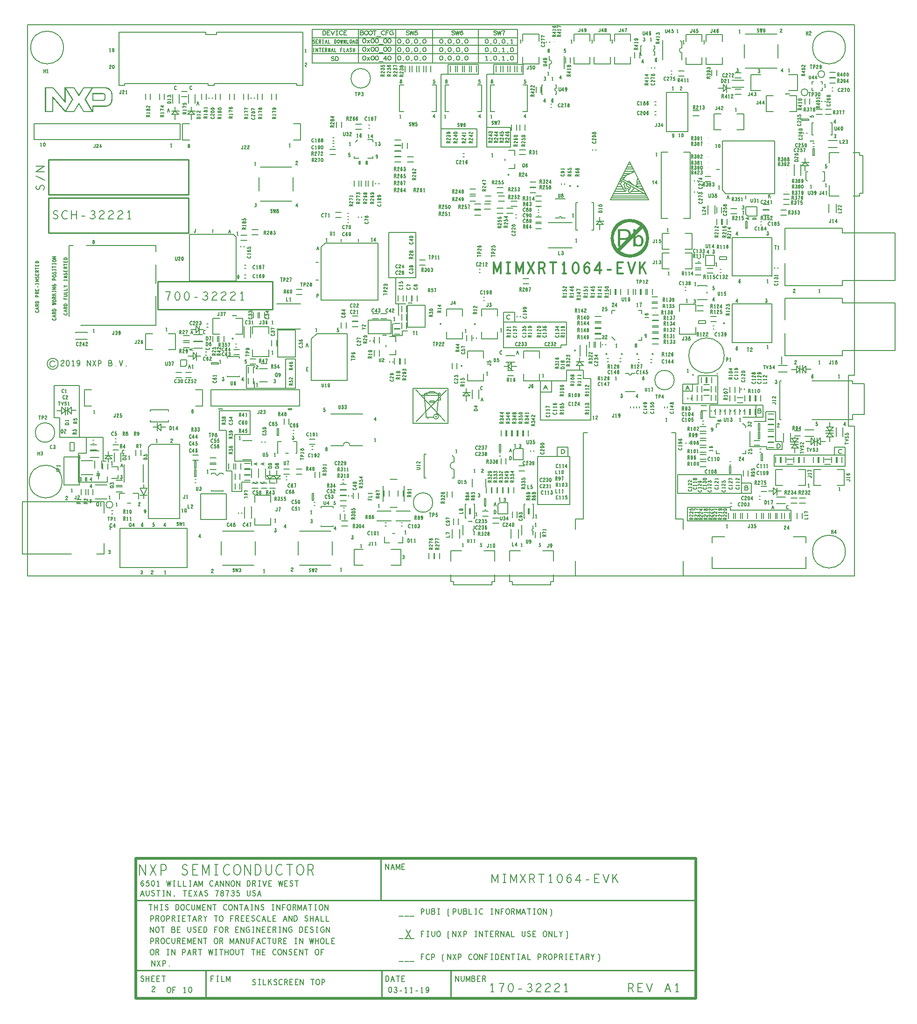
<source format=gbr>
G04 ================== begin FILE IDENTIFICATION RECORD ==================*
G04 Layout Name:  LAY-32221_A1.brd*
G04 Film Name:    PSS*
G04 File Format:  Gerber RS274X*
G04 File Origin:  Cadence Allegro 16.6-2015-S103*
G04 Origin Date:  Mon Mar 11 10:16:27 2019*
G04 *
G04 Layer:  DRAWING FORMAT/FILM_TITLE_BLOCK*
G04 Layer:  REF DES/SILKSCREEN_TOP*
G04 Layer:  PACKAGE GEOMETRY/SILKSCREEN_TOP*
G04 Layer:  BOARD GEOMETRY/OUTLINE*
G04 Layer:  BOARD GEOMETRY/SILKSCREEN_TOP*
G04 *
G04 Offset:    (0.00 0.00)*
G04 Mirror:    No*
G04 Mode:      Positive*
G04 Rotation:  0*
G04 FullContactRelief:  No*
G04 UndefLineWidth:     6.00*
G04 ================== end FILE IDENTIFICATION RECORD ====================*
%FSLAX55Y55*MOIN*%
%IR0*IPPOS*OFA0.00000B0.00000*MIA0B0*SFA1.00000B1.00000*%
%ADD10C,.01*%
%ADD11C,.02*%
%ADD12C,.012*%
%ADD13C,.003*%
%ADD14C,.005*%
%ADD15C,.006*%
%ADD16C,.007*%
%ADD17C,.008*%
%ADD18C,.00598*%
G75*
%LPD*%
G75*
G36*
G01X18500Y341050D02*
Y331500D01*
X12500D01*
Y349200D01*
X18300D01*
X26500Y339700D01*
Y349200D01*
X33350D01*
X36600Y344000D01*
X36650D01*
X39900Y349200D01*
X55050D01*
X55950Y349100D01*
X56500Y349000D01*
X56900Y348900D01*
X57500Y348700D01*
X57750Y348600D01*
X58350Y348300D01*
X58500Y348200D01*
X58850Y347950D01*
X59100Y347750D01*
X59350Y347500D01*
X59600Y347200D01*
X59850Y346850D01*
X60050Y346500D01*
X60300Y345950D01*
X60400Y345650D01*
X60500Y345300D01*
X60600Y344850D01*
X60650Y344550D01*
X60700Y344150D01*
Y340150D01*
X60650Y339800D01*
X60600Y339500D01*
X60450Y338900D01*
X60250Y338300D01*
X60100Y337950D01*
X60000Y337750D01*
X59700Y337250D01*
X59550Y337050D01*
X59350Y336800D01*
X58950Y336400D01*
X58500Y336050D01*
X58150Y335850D01*
X57750Y335650D01*
X57350Y335500D01*
X56750Y335350D01*
X56000Y335250D01*
X47150D01*
Y331500D01*
X39950D01*
X36630Y336800D01*
X33350Y331500D01*
X26750D01*
X18500Y341050D01*
G37*
G36*
G01X146776Y169496D02*
G03I-276J0D01*
G37*
G36*
G01X295272Y180000D02*
G03I-276J0D01*
G37*
G36*
G01X310272Y150000D02*
G03I-276J0D01*
G37*
G36*
G01X319772Y180000D02*
G03I-276J0D01*
G37*
G36*
G01X343776Y286504D02*
G03I-276J0D01*
G37*
G36*
G01X391280Y161000D02*
G03I-276J0D01*
G37*
G36*
G01X387772Y278500D02*
G03I-276J0D01*
G37*
G36*
G01X393272D02*
G03I-276J0D01*
G37*
G36*
G01X424776Y158624D02*
G03I-276J0D01*
G37*
G36*
G01X413776Y158632D02*
G03I-276J0D01*
G37*
G36*
G01X446776Y158624D02*
G03I-276J0D01*
G37*
G36*
G01X435776Y158632D02*
G03I-276J0D01*
G37*
G36*
G01X430251Y227443D02*
G02I0J13807D01*
G37*
G36*
G01X497772Y180550D02*
G03I-276J0D01*
G37*
%LPC*%
G75*
G36*
G01X27670Y348450D02*
X32880D01*
X36630Y342460D01*
X40370Y348450D01*
X45630D01*
X40640Y340370D01*
X45620Y332250D01*
X40380D01*
X36670Y338200D01*
X36600D01*
X32880Y332250D01*
X27650D01*
X32620Y340350D01*
X27670Y348450D01*
G37*
G36*
G01X54530D02*
X55100Y348400D01*
X55600Y348350D01*
X56250Y348250D01*
X56850Y348100D01*
X57500Y347850D01*
X58050Y347550D01*
X58450Y347250D01*
X58750Y347000D01*
X59000Y346700D01*
X59200Y346400D01*
X59350Y346150D01*
X59500Y345850D01*
X59600Y345600D01*
X59650Y345450D01*
X59800Y344850D01*
X59850Y344550D01*
X59900Y344200D01*
X59950Y343350D01*
Y340800D01*
X59800Y339750D01*
X59750Y339450D01*
X59650Y339000D01*
X59450Y338400D01*
X59300Y338100D01*
X59100Y337750D01*
X58750Y337300D01*
X58350Y336900D01*
X58000Y336650D01*
X57600Y336450D01*
X57100Y336250D01*
X56500Y336100D01*
X55830Y336000D01*
X46350D01*
Y332600D01*
X41570Y340350D01*
X46540Y348450D01*
X54530D01*
G37*
G36*
G01X26900Y332550D02*
X17750Y343150D01*
X17700D01*
Y332250D01*
X13300D01*
Y348450D01*
X17910D01*
X27300Y337550D01*
Y347500D01*
X31700Y340350D01*
X26900Y332550D01*
G37*
G36*
G01X427038Y241578D02*
X423304D01*
Y246320D01*
X427038D01*
X427435Y246292D01*
X427904Y246177D01*
X428321Y245971D01*
X428690Y245673D01*
X428940Y245343D01*
X429119Y244934D01*
X429226Y244446D01*
X429262Y243878D01*
X429230Y243397D01*
X429111Y242924D01*
X428905Y242511D01*
X428618Y242154D01*
X428424Y241983D01*
X428027Y241757D01*
X427566Y241622D01*
X427038Y241578D01*
G37*
G36*
G01X436443Y236550D02*
X436209Y236561D01*
X435748Y236665D01*
X435323Y236880D01*
X434938Y237193D01*
X434898Y237233D01*
X434600Y237610D01*
X434389Y238027D01*
X434262Y238488D01*
X434219Y238992D01*
Y239886D01*
X434262Y240418D01*
X434385Y240891D01*
X434584Y241300D01*
X434866Y241650D01*
X435140Y241892D01*
X435553Y242158D01*
X435986Y242316D01*
X436443Y242368D01*
X436447D01*
X436912Y242305D01*
X437340Y242110D01*
X437738Y241792D01*
X437805Y241721D01*
X438040Y241399D01*
X438222Y241006D01*
X438349Y240545D01*
X438429Y240017D01*
X438457Y239421D01*
X438453Y239242D01*
X438409Y238694D01*
X438306Y238198D01*
X438147Y237761D01*
X437936Y237376D01*
X437666Y237050D01*
X437356Y236804D01*
X436928Y236613D01*
X436443Y236550D01*
G37*
G36*
G01X427596Y240222D02*
X423304Y235930D01*
Y240212D01*
X427395D01*
X427596Y240222D01*
G37*
G36*
G01X422772Y235398D02*
X421341Y233967D01*
G02X437533Y250159I8910J7282D01*
G01X434219Y246845D01*
Y247683D01*
X432781D01*
Y245407D01*
X430974Y243600D01*
X430986Y243878D01*
Y244056D01*
X430942Y244592D01*
X430851Y245089D01*
X430708Y245546D01*
X430517Y245962D01*
X430275Y246340D01*
X429981Y246678D01*
X429663Y246960D01*
X429274Y247222D01*
X428857Y247424D01*
X428400Y247567D01*
X427916Y247655D01*
X427395Y247683D01*
X421652D01*
Y235398D01*
X422772D01*
G37*
G36*
G01X434219Y243147D02*
X439357Y248285D01*
G02X423215Y232144I-9106J-7035D01*
G01X432781Y241709D01*
Y235398D01*
X434219D01*
Y236407D01*
X434362Y236180D01*
X434659Y235847D01*
X435017Y235588D01*
X435430Y235402D01*
X435907Y235290D01*
X436443Y235255D01*
X436741Y235267D01*
X437245Y235330D01*
X437710Y235454D01*
X438139Y235636D01*
X438532Y235882D01*
X438885Y236188D01*
X438977Y236283D01*
X439255Y236625D01*
X439493Y237002D01*
X439688Y237415D01*
X439839Y237864D01*
X439950Y238349D01*
X440013Y238869D01*
X440033Y239421D01*
X440030Y239667D01*
X439994Y240216D01*
X439910Y240724D01*
X439791Y241196D01*
X439628Y241633D01*
X439422Y242035D01*
X439176Y242400D01*
X438885Y242726D01*
X438738Y242865D01*
X438361Y243151D01*
X437952Y243373D01*
X437507Y243532D01*
X437031Y243627D01*
X436514Y243659D01*
X436248Y243651D01*
X435788Y243572D01*
X435355Y243417D01*
X434946Y243190D01*
X434568Y242888D01*
X434219Y242511D01*
Y243147D01*
G37*
%LPD*%
G75*
G36*
G01X46350Y345000D02*
Y339450D01*
X54000D01*
X54300Y339500D01*
X54600Y339600D01*
X54800Y339700D01*
X54950Y339800D01*
X55350Y340200D01*
X55450Y340350D01*
X55550Y340550D01*
X55650Y340800D01*
X55750Y341100D01*
X55850Y341500D01*
Y343300D01*
X55800Y343550D01*
X55700Y343850D01*
X55600Y344050D01*
X55450Y344250D01*
X55250Y344450D01*
X55000Y344650D01*
X54700Y344800D01*
X54350Y344900D01*
X54150Y344950D01*
X53780Y345000D01*
X46350D01*
G37*
%LPC*%
G75*
G36*
G01X53790Y340200D02*
X47150D01*
Y344250D01*
X53530D01*
X53850Y344200D01*
X54150Y344150D01*
X54300Y344100D01*
X54550Y344000D01*
X54700Y343900D01*
X54800Y343800D01*
X54950Y343600D01*
X55050Y343300D01*
Y341550D01*
X55000Y341300D01*
X54900Y341000D01*
X54800Y340800D01*
X54700Y340650D01*
X54550Y340500D01*
X54400Y340400D01*
X54200Y340300D01*
X54000Y340250D01*
X53790Y340200D01*
G37*
%LPD*%
G75*
G54D10*
G01X15000Y245000D02*
X115000D01*
Y270000D01*
X15000D01*
Y245000D01*
G01Y272500D02*
X115000D01*
Y297500D01*
X15000D01*
Y272500D01*
G01X77500Y-281500D02*
X477500D01*
G01X77500Y-251500D02*
Y-231500D01*
X477500D01*
G01X93000Y190500D02*
X175000D01*
Y210500D01*
X93000D01*
Y190500D01*
G01X127500Y-301500D02*
Y-281500D01*
G01X253000Y-301500D02*
Y-281500D01*
G01X252500Y-231500D02*
Y-201500D01*
G01X302500Y-301500D02*
Y-281500D01*
G54D11*
G01X77500Y-301500D02*
Y-201500D01*
X477500D01*
G01D02*
Y-301500D01*
X77500D01*
G54D12*
G01X332900Y216000D02*
Y224000D01*
X335500Y217333D01*
X338100Y224000D01*
Y216000D01*
G01X342300Y224000D02*
X344700D01*
G01X343500D02*
Y216000D01*
G01X342300D02*
X344700D01*
G01X348900D02*
Y224000D01*
X351500Y217333D01*
X354100Y224000D01*
Y216000D01*
G01X357400D02*
X361600Y224000D01*
G01X357400D02*
X361600Y216000D01*
G01X365500D02*
Y224000D01*
X368000D01*
X368800Y223600D01*
X369300Y223067D01*
X369500Y222000D01*
X369300Y220933D01*
X368700Y220267D01*
X368000Y219867D01*
X365500D01*
G01X368000D02*
X369500Y216000D01*
G01X375500Y224000D02*
Y216000D01*
G01X373200Y224000D02*
X377800D01*
G01X383500Y216000D02*
Y224000D01*
X382300Y222400D01*
G01Y216000D02*
X384700D01*
G01X391500Y224000D02*
X390700Y223733D01*
X390100Y223067D01*
X389700Y222267D01*
X389400Y221200D01*
X389300Y220000D01*
X389400Y218800D01*
X389700Y217733D01*
X390100Y216933D01*
X390700Y216267D01*
X391500Y216000D01*
X392300Y216267D01*
X392900Y216933D01*
X393300Y217733D01*
X393600Y218800D01*
X393700Y220000D01*
X393600Y221200D01*
X393300Y222267D01*
X392900Y223067D01*
X392300Y223733D01*
X391500Y224000D01*
G01X397600Y219333D02*
X398300Y220267D01*
X398900Y220800D01*
X399700Y221067D01*
X400400Y220800D01*
X400900Y220267D01*
X401300Y219467D01*
X401400Y218533D01*
X401300Y217733D01*
X400900Y216933D01*
X400300Y216267D01*
X399600Y216000D01*
X398800Y216267D01*
X398100Y217066D01*
X397700Y218267D01*
X397600Y219600D01*
X397800Y221333D01*
X398100Y222267D01*
X398600Y223200D01*
X399300Y223867D01*
X400000Y224000D01*
X400700Y223733D01*
X401200Y223067D01*
G01X408700Y216000D02*
Y224000D01*
X405000Y218267D01*
X410000D01*
G01X414200Y218667D02*
X416800D01*
G01X425500Y216000D02*
X421500D01*
Y224000D01*
X425500D01*
G01X423900Y220133D02*
X421500D01*
G01X429000Y224000D02*
X431500Y216000D01*
X434000Y224000D01*
G01X437300Y216000D02*
Y224000D01*
G01X441100D02*
X437300Y219066D01*
G01X441700Y216000D02*
X439000Y221333D01*
G54D13*
G01X54650Y71500D02*
G03I-150J0D01*
G01X70650Y97000D02*
G03I-150J0D01*
G01X78650D02*
G03I-150J0D01*
G01X218650Y297500D02*
G03I-150J0D01*
G01X230650Y281024D02*
G03I-150J0D01*
G01X286150Y179338D02*
G03I-150J0D01*
G01X290150Y200000D02*
G03I-150J0D01*
G01X349650Y61500D02*
G03I-150J0D01*
G01X360150Y102000D02*
G03I-150J0D01*
G01X376150Y381500D02*
G03I-150J0D01*
G01X379650D02*
G03I-150J0D01*
G01X407126Y187628D02*
G03I-150J0D01*
G01X426150Y203652D02*
G03I-150J0D01*
G01X448650Y188628D02*
G03I-150J0D01*
G01X443150Y363000D02*
G03I-150J0D01*
G01X451150Y375500D02*
G03I-150J0D01*
G01X486150Y287000D02*
G03I-150J0D01*
G01Y291500D02*
G03I-150J0D01*
G01Y309000D02*
G03I-150J0D01*
G01Y299500D02*
G03I-150J0D01*
G01Y295500D02*
G03I-150J0D01*
G01Y313000D02*
G03I-150J0D01*
G01X501650Y253000D02*
G03I-150J0D01*
G01X504650Y266000D02*
G03I-150J0D01*
G01X542150Y291000D02*
G03I-150J0D01*
G01Y283000D02*
G03I-150J0D01*
G01Y287000D02*
G03I-150J0D01*
G01Y274500D02*
G03I-150J0D01*
G01Y279000D02*
G03I-150J0D01*
G01X561650Y339000D02*
G03I-150J0D01*
G01X555150Y353000D02*
G03I-150J0D01*
G54D14*
G01X27493Y56583D02*
X27653Y56833D01*
X27840Y56958D01*
X28053Y57000D01*
X28320Y56917D01*
X28507Y56708D01*
X28560Y56458D01*
X28533Y56208D01*
X28427Y56000D01*
X27893Y55583D01*
X27653Y55292D01*
X27493Y54875D01*
X27440Y54500D01*
X28560D01*
G01X17488Y93292D02*
X17328Y93417D01*
X17141Y93500D01*
X16928D01*
X16688Y93375D01*
X16501Y93167D01*
X16368Y92917D01*
X16261Y92500D01*
X16234Y92125D01*
X16288Y91750D01*
X16368Y91500D01*
X16528Y91250D01*
X16714Y91083D01*
X16901Y91000D01*
X17088D01*
X17274Y91083D01*
X17434Y91208D01*
X17568Y91375D01*
G01X18514Y91500D02*
X18674Y91208D01*
X18888Y91042D01*
X19128Y91000D01*
X19341Y91042D01*
X19554Y91250D01*
X19688Y91500D01*
X19714Y91750D01*
X19661Y92042D01*
X19474Y92250D01*
X19288Y92333D01*
X19048D01*
G01X19288D02*
X19448Y92458D01*
X19581Y92667D01*
X19634Y92917D01*
X19581Y93167D01*
X19448Y93375D01*
X19208Y93500D01*
X18968Y93458D01*
X18728Y93292D01*
G01X22700Y73666D02*
X22950Y73799D01*
X23117Y73959D01*
X23200Y74146D01*
X23117Y74359D01*
X22950Y74519D01*
X22700Y74679D01*
X22367Y74732D01*
X20700D01*
G01X23200Y75866D02*
X20700D01*
Y76506D01*
X20825Y76719D01*
X21117Y76879D01*
X21450Y76932D01*
X21783Y76879D01*
X22033Y76746D01*
X22158Y76506D01*
Y75866D01*
G01X23200Y78599D02*
X20700D01*
X21200Y78279D01*
G01X23200D02*
Y78919D01*
G01X7438Y86404D02*
Y88904D01*
G01X8558D02*
Y86404D01*
G01Y87654D02*
X7438D01*
G01X9611Y86904D02*
X9771Y86612D01*
X9985Y86446D01*
X10225Y86404D01*
X10438Y86446D01*
X10651Y86654D01*
X10785Y86904D01*
X10811Y87154D01*
X10758Y87446D01*
X10571Y87654D01*
X10385Y87737D01*
X10145D01*
G01X10385D02*
X10545Y87862D01*
X10678Y88071D01*
X10731Y88321D01*
X10678Y88571D01*
X10545Y88779D01*
X10305Y88904D01*
X10065Y88862D01*
X9825Y88696D01*
G01X24600Y102200D02*
X24387Y102242D01*
X24200Y102408D01*
X24040Y102658D01*
X23933Y102950D01*
X23880Y103283D01*
Y103617D01*
X23933Y103950D01*
X24040Y104242D01*
X24200Y104492D01*
X24387Y104658D01*
X24600Y104700D01*
X24813Y104658D01*
X25000Y104492D01*
X25160Y104242D01*
X25267Y103950D01*
X25320Y103617D01*
Y103283D01*
X25267Y102950D01*
X25160Y102658D01*
X25000Y102408D01*
X24813Y102242D01*
X24600Y102200D01*
G01X24813Y102867D02*
X25133Y102200D01*
G01X26293Y104283D02*
X26453Y104533D01*
X26640Y104658D01*
X26853Y104700D01*
X27120Y104617D01*
X27307Y104408D01*
X27360Y104158D01*
X27333Y103908D01*
X27227Y103700D01*
X26693Y103283D01*
X26453Y102992D01*
X26293Y102575D01*
X26240Y102200D01*
X27360D01*
G01X29500Y108213D02*
X27000D01*
Y108747D01*
X27125Y108960D01*
X27292Y109120D01*
X27542Y109253D01*
X27833Y109360D01*
X28250Y109387D01*
X28667Y109360D01*
X28958Y109253D01*
X29208Y109120D01*
X29375Y108960D01*
X29500Y108747D01*
Y108213D01*
G01Y111000D02*
X27000D01*
X27500Y110680D01*
G01X29500D02*
Y111320D01*
G01X8799Y114500D02*
Y112000D01*
G01X8186Y114500D02*
X9412D01*
G01X10466Y112000D02*
Y114500D01*
X11106D01*
X11319Y114375D01*
X11479Y114083D01*
X11532Y113750D01*
X11479Y113417D01*
X11346Y113167D01*
X11106Y113042D01*
X10466D01*
G01X12692Y114083D02*
X12852Y114333D01*
X13039Y114458D01*
X13252Y114500D01*
X13519Y114417D01*
X13706Y114208D01*
X13759Y113958D01*
X13732Y113708D01*
X13626Y113500D01*
X13092Y113083D01*
X12852Y112792D01*
X12692Y112375D01*
X12639Y112000D01*
X13759D01*
G01X25887Y133292D02*
X25727Y133417D01*
X25540Y133500D01*
X25327D01*
X25087Y133375D01*
X24900Y133167D01*
X24767Y132917D01*
X24660Y132500D01*
X24633Y132125D01*
X24687Y131750D01*
X24767Y131500D01*
X24927Y131250D01*
X25113Y131083D01*
X25300Y131000D01*
X25487D01*
X25673Y131083D01*
X25833Y131208D01*
X25967Y131375D01*
G01X27500Y131000D02*
Y133500D01*
X27180Y133000D01*
G01Y131000D02*
X27820D01*
G01X26488Y128792D02*
X26328Y128917D01*
X26141Y129000D01*
X25928D01*
X25688Y128875D01*
X25501Y128667D01*
X25368Y128417D01*
X25261Y128000D01*
X25234Y127625D01*
X25288Y127250D01*
X25368Y127000D01*
X25528Y126750D01*
X25714Y126583D01*
X25901Y126500D01*
X26088D01*
X26274Y126583D01*
X26434Y126708D01*
X26568Y126875D01*
G01X27594Y128583D02*
X27754Y128833D01*
X27941Y128958D01*
X28154Y129000D01*
X28421Y128917D01*
X28608Y128708D01*
X28661Y128458D01*
X28634Y128208D01*
X28528Y128000D01*
X27994Y127583D01*
X27754Y127292D01*
X27594Y126875D01*
X27541Y126500D01*
X28661D01*
G01X22799Y124500D02*
Y122000D01*
G01X22186Y124500D02*
X23412D01*
G01X24332D02*
X24999Y122000D01*
X25666Y124500D01*
G01X26639Y122333D02*
X26852Y122125D01*
X27092Y122000D01*
X27306D01*
X27519Y122125D01*
X27679Y122333D01*
X27759Y122625D01*
X27706Y122917D01*
X27572Y123167D01*
X27332Y123333D01*
X27012Y123417D01*
X26826Y123583D01*
X26746Y123875D01*
X26799Y124167D01*
X26932Y124375D01*
X27119Y124500D01*
X27306D01*
X27492Y124417D01*
X27652Y124208D01*
G01X29399Y122000D02*
Y124500D01*
X29079Y124000D01*
G01Y122000D02*
X29719D01*
G01X18026Y184048D02*
X17901Y183888D01*
X17818Y183701D01*
Y183488D01*
X17943Y183248D01*
X18151Y183061D01*
X18401Y182928D01*
X18818Y182821D01*
X19193Y182794D01*
X19568Y182848D01*
X19818Y182928D01*
X20068Y183088D01*
X20235Y183274D01*
X20318Y183461D01*
Y183648D01*
X20235Y183834D01*
X20110Y183994D01*
X19943Y184128D01*
G01X20318Y184994D02*
X17818Y185661D01*
X20318Y186328D01*
G01X19443Y186088D02*
Y185234D01*
G01X20318Y187328D02*
X17818D01*
Y187994D01*
X17943Y188208D01*
X18110Y188341D01*
X18443Y188394D01*
X18776Y188341D01*
X18985Y188181D01*
X19110Y187994D01*
Y187328D01*
G01Y187994D02*
X20318Y188394D01*
G01Y189474D02*
X17818D01*
Y190008D01*
X17943Y190221D01*
X18110Y190381D01*
X18360Y190514D01*
X18651Y190621D01*
X19068Y190648D01*
X19485Y190621D01*
X19776Y190514D01*
X20026Y190381D01*
X20193Y190221D01*
X20318Y190008D01*
Y189474D01*
G01X17818Y193661D02*
X20318Y194034D01*
X17818Y194461D01*
X20318Y194888D01*
X17818Y195261D01*
G01X20318Y196661D02*
X20276Y196448D01*
X20110Y196261D01*
X19860Y196101D01*
X19568Y195994D01*
X19235Y195941D01*
X18901D01*
X18568Y195994D01*
X18276Y196101D01*
X18026Y196261D01*
X17860Y196448D01*
X17818Y196661D01*
X17860Y196874D01*
X18026Y197061D01*
X18276Y197221D01*
X18568Y197328D01*
X18901Y197381D01*
X19235D01*
X19568Y197328D01*
X19860Y197221D01*
X20110Y197061D01*
X20276Y196874D01*
X20318Y196661D01*
G01Y198328D02*
X17818D01*
Y198994D01*
X17943Y199208D01*
X18110Y199341D01*
X18443Y199394D01*
X18776Y199341D01*
X18985Y199181D01*
X19110Y198994D01*
Y198328D01*
G01Y198994D02*
X20318Y199394D01*
G01Y200474D02*
X17818D01*
G01Y201488D02*
X19360Y200474D01*
G01X20318Y201648D02*
X18651Y200928D01*
G01X17818Y202941D02*
Y203581D01*
G01Y203261D02*
X20318D01*
G01Y202941D02*
Y203581D01*
G01Y204848D02*
X17818D01*
X20318Y206074D01*
X17818D01*
G01X19068Y207821D02*
Y208354D01*
X19818D01*
X20068Y208194D01*
X20235Y208008D01*
X20318Y207741D01*
X20235Y207474D01*
X20068Y207288D01*
X19818Y207128D01*
X19526Y207021D01*
X19193Y206968D01*
X18901D01*
X18651Y207021D01*
X18360Y207128D01*
X18110Y207288D01*
X17943Y207448D01*
X17818Y207661D01*
Y207848D01*
X17901Y208061D01*
X18068Y208221D01*
G01X20318Y211528D02*
X17818D01*
Y212168D01*
X17943Y212381D01*
X18235Y212541D01*
X18568Y212594D01*
X18901Y212541D01*
X19151Y212408D01*
X19276Y212168D01*
Y211528D01*
G01X20318Y214261D02*
X20276Y214048D01*
X20110Y213861D01*
X19860Y213701D01*
X19568Y213594D01*
X19235Y213541D01*
X18901D01*
X18568Y213594D01*
X18276Y213701D01*
X18026Y213861D01*
X17860Y214048D01*
X17818Y214261D01*
X17860Y214474D01*
X18026Y214661D01*
X18276Y214821D01*
X18568Y214928D01*
X18901Y214981D01*
X19235D01*
X19568Y214928D01*
X19860Y214821D01*
X20110Y214661D01*
X20276Y214474D01*
X20318Y214261D01*
G01X19985Y215901D02*
X20193Y216114D01*
X20318Y216354D01*
Y216568D01*
X20193Y216781D01*
X19985Y216941D01*
X19693Y217021D01*
X19401Y216968D01*
X19151Y216834D01*
X18985Y216594D01*
X18901Y216274D01*
X18735Y216088D01*
X18443Y216008D01*
X18151Y216061D01*
X17943Y216194D01*
X17818Y216381D01*
Y216568D01*
X17901Y216754D01*
X18110Y216914D01*
G01X17818Y218341D02*
Y218981D01*
G01Y218661D02*
X20318D01*
G01Y218341D02*
Y218981D01*
G01X17818Y220861D02*
X20318D01*
G01X17818Y220248D02*
Y221474D01*
G01Y222741D02*
Y223381D01*
G01Y223061D02*
X20318D01*
G01Y222741D02*
Y223381D01*
G01Y225261D02*
X20276Y225048D01*
X20110Y224861D01*
X19860Y224701D01*
X19568Y224594D01*
X19235Y224541D01*
X18901D01*
X18568Y224594D01*
X18276Y224701D01*
X18026Y224861D01*
X17860Y225048D01*
X17818Y225261D01*
X17860Y225474D01*
X18026Y225661D01*
X18276Y225821D01*
X18568Y225928D01*
X18901Y225981D01*
X19235D01*
X19568Y225928D01*
X19860Y225821D01*
X20110Y225661D01*
X20276Y225474D01*
X20318Y225261D01*
G01Y226848D02*
X17818D01*
X20318Y228074D01*
X17818D01*
G01X5774Y189635D02*
X5649Y189475D01*
X5566Y189288D01*
Y189075D01*
X5691Y188835D01*
X5899Y188648D01*
X6149Y188515D01*
X6566Y188408D01*
X6941Y188381D01*
X7316Y188435D01*
X7566Y188515D01*
X7816Y188675D01*
X7983Y188861D01*
X8066Y189048D01*
Y189235D01*
X7983Y189421D01*
X7858Y189581D01*
X7691Y189715D01*
G01X8066Y190581D02*
X5566Y191248D01*
X8066Y191915D01*
G01X7191Y191675D02*
Y190821D01*
G01X8066Y192915D02*
X5566D01*
Y193581D01*
X5691Y193795D01*
X5858Y193928D01*
X6191Y193981D01*
X6524Y193928D01*
X6733Y193768D01*
X6858Y193581D01*
Y192915D01*
G01Y193581D02*
X8066Y193981D01*
G01Y195061D02*
X5566D01*
Y195595D01*
X5691Y195808D01*
X5858Y195968D01*
X6108Y196101D01*
X6399Y196208D01*
X6816Y196235D01*
X7233Y196208D01*
X7524Y196101D01*
X7774Y195968D01*
X7941Y195808D01*
X8066Y195595D01*
Y195061D01*
G01Y199515D02*
X5566D01*
Y200155D01*
X5691Y200368D01*
X5983Y200528D01*
X6316Y200581D01*
X6649Y200528D01*
X6899Y200395D01*
X7024Y200155D01*
Y199515D01*
G01X8066Y201715D02*
X5566D01*
Y202381D01*
X5691Y202595D01*
X5858Y202728D01*
X6191Y202781D01*
X6524Y202728D01*
X6733Y202568D01*
X6858Y202381D01*
Y201715D01*
G01Y202381D02*
X8066Y202781D01*
G01Y204981D02*
Y203915D01*
X5566D01*
Y204981D01*
G01X6774Y204555D02*
Y203915D01*
G01X7233Y206301D02*
Y206995D01*
G01X5566Y208528D02*
Y209168D01*
G01Y208848D02*
X8066D01*
G01Y208528D02*
Y209168D01*
G01Y210435D02*
X5566D01*
X8066Y211661D01*
X5566D01*
G01X7733Y212688D02*
X7941Y212901D01*
X8066Y213141D01*
Y213355D01*
X7941Y213568D01*
X7733Y213728D01*
X7441Y213808D01*
X7149Y213755D01*
X6899Y213621D01*
X6733Y213381D01*
X6649Y213061D01*
X6483Y212875D01*
X6191Y212795D01*
X5899Y212848D01*
X5691Y212981D01*
X5566Y213168D01*
Y213355D01*
X5649Y213541D01*
X5858Y213701D01*
G01X8066Y215981D02*
Y214915D01*
X5566D01*
Y215981D01*
G01X6774Y215555D02*
Y214915D01*
G01X8066Y217115D02*
X5566D01*
Y217781D01*
X5691Y217995D01*
X5858Y218128D01*
X6191Y218181D01*
X6524Y218128D01*
X6733Y217968D01*
X6858Y217781D01*
Y217115D01*
G01Y217781D02*
X8066Y218181D01*
G01X5566Y219848D02*
X8066D01*
G01X5566Y219235D02*
Y220461D01*
G01X8066Y222581D02*
Y221515D01*
X5566D01*
Y222581D01*
G01X6774Y222155D02*
Y221515D01*
G01X8066Y223661D02*
X5566D01*
Y224195D01*
X5691Y224408D01*
X5858Y224568D01*
X6108Y224701D01*
X6399Y224808D01*
X6816Y224835D01*
X7233Y224808D01*
X7524Y224701D01*
X7774Y224568D01*
X7941Y224408D01*
X8066Y224195D01*
Y223661D01*
G01X26097Y187749D02*
X25972Y187589D01*
X25889Y187402D01*
Y187189D01*
X26014Y186949D01*
X26222Y186762D01*
X26472Y186629D01*
X26889Y186522D01*
X27264Y186495D01*
X27639Y186549D01*
X27889Y186629D01*
X28139Y186789D01*
X28306Y186975D01*
X28389Y187162D01*
Y187349D01*
X28306Y187535D01*
X28181Y187695D01*
X28014Y187829D01*
G01X28389Y188695D02*
X25889Y189362D01*
X28389Y190029D01*
G01X27514Y189789D02*
Y188935D01*
G01X28389Y191029D02*
X25889D01*
Y191695D01*
X26014Y191909D01*
X26181Y192042D01*
X26514Y192095D01*
X26847Y192042D01*
X27056Y191882D01*
X27181Y191695D01*
Y191029D01*
G01Y191695D02*
X28389Y192095D01*
G01Y193175D02*
X25889D01*
Y193709D01*
X26014Y193922D01*
X26181Y194082D01*
X26431Y194215D01*
X26722Y194322D01*
X27139Y194349D01*
X27556Y194322D01*
X27847Y194215D01*
X28097Y194082D01*
X28264Y193922D01*
X28389Y193709D01*
Y193175D01*
G01Y197655D02*
X25889D01*
Y198669D01*
G01X27097Y198295D02*
Y197655D01*
G01X25889Y199775D02*
X27681D01*
X28056Y199882D01*
X28306Y200095D01*
X28389Y200362D01*
X28306Y200629D01*
X28056Y200842D01*
X27681Y200949D01*
X25889D01*
G01Y202029D02*
X28389D01*
Y203095D01*
G01X25889Y204229D02*
X28389D01*
Y205295D01*
G01Y206962D02*
X27264D01*
X25889Y206429D01*
G01Y207495D02*
X27264Y206962D01*
G01X25889Y211042D02*
Y211682D01*
G01Y211362D02*
X28389D01*
G01Y211042D02*
Y211682D01*
G01Y212949D02*
X25889D01*
X28389Y214175D01*
X25889D01*
G01X28056Y215202D02*
X28264Y215415D01*
X28389Y215655D01*
Y215869D01*
X28264Y216082D01*
X28056Y216242D01*
X27764Y216322D01*
X27472Y216269D01*
X27222Y216135D01*
X27056Y215895D01*
X26972Y215575D01*
X26806Y215389D01*
X26514Y215309D01*
X26222Y215362D01*
X26014Y215495D01*
X25889Y215682D01*
Y215869D01*
X25972Y216055D01*
X26181Y216215D01*
G01X28389Y218495D02*
Y217429D01*
X25889D01*
Y218495D01*
G01X27097Y218069D02*
Y217429D01*
G01X28389Y219629D02*
X25889D01*
Y220295D01*
X26014Y220509D01*
X26181Y220642D01*
X26514Y220695D01*
X26847Y220642D01*
X27056Y220482D01*
X27181Y220295D01*
Y219629D01*
G01Y220295D02*
X28389Y220695D01*
G01X25889Y222362D02*
X28389D01*
G01X25889Y221749D02*
Y222975D01*
G01X28389Y225095D02*
Y224029D01*
X25889D01*
Y225095D01*
G01X27097Y224669D02*
Y224029D01*
G01X28389Y226175D02*
X25889D01*
Y226709D01*
X26014Y226922D01*
X26181Y227082D01*
X26431Y227215D01*
X26722Y227322D01*
X27139Y227349D01*
X27556Y227322D01*
X27847Y227215D01*
X28097Y227082D01*
X28264Y226922D01*
X28389Y226709D01*
Y226175D01*
G01X9800Y307000D02*
Y309500D01*
X9480Y309000D01*
G01Y307000D02*
X10120D01*
G01X12000Y309500D02*
X11787Y309417D01*
X11627Y309208D01*
X11520Y308958D01*
X11440Y308625D01*
X11413Y308250D01*
X11440Y307875D01*
X11520Y307542D01*
X11627Y307292D01*
X11787Y307083D01*
X12000Y307000D01*
X12213Y307083D01*
X12373Y307292D01*
X12480Y307542D01*
X12560Y307875D01*
X12587Y308250D01*
X12560Y308625D01*
X12480Y308958D01*
X12373Y309208D01*
X12213Y309417D01*
X12000Y309500D01*
G01X11740Y359500D02*
Y362000D01*
G01X12860D02*
Y359500D01*
G01Y360750D02*
X11740D01*
G01X14500Y359500D02*
Y362000D01*
X14180Y361500D01*
G01Y359500D02*
X14820D01*
G01X45620Y63200D02*
Y65700D01*
X44633Y63908D01*
X45967D01*
G01X44593Y53442D02*
X44780Y53733D01*
X44940Y53900D01*
X45153Y53983D01*
X45340Y53900D01*
X45473Y53733D01*
X45580Y53483D01*
X45607Y53192D01*
X45580Y52942D01*
X45473Y52692D01*
X45313Y52483D01*
X45127Y52400D01*
X44913Y52483D01*
X44727Y52733D01*
X44620Y53108D01*
X44593Y53525D01*
X44647Y54067D01*
X44727Y54358D01*
X44860Y54650D01*
X45047Y54858D01*
X45233Y54900D01*
X45420Y54817D01*
X45553Y54608D01*
G01X50000Y50000D02*
X49787Y50042D01*
X49600Y50208D01*
X49440Y50458D01*
X49333Y50750D01*
X49280Y51083D01*
Y51417D01*
X49333Y51750D01*
X49440Y52042D01*
X49600Y52292D01*
X49787Y52458D01*
X50000Y52500D01*
X50213Y52458D01*
X50400Y52292D01*
X50560Y52042D01*
X50667Y51750D01*
X50720Y51417D01*
Y51083D01*
X50667Y50750D01*
X50560Y50458D01*
X50400Y50208D01*
X50213Y50042D01*
X50000Y50000D01*
G01X50213Y50667D02*
X50533Y50000D01*
G01X52200D02*
Y52500D01*
X51880Y52000D01*
G01Y50000D02*
X52520D01*
G01X41800Y68000D02*
X41987Y68042D01*
X42200Y68167D01*
X42333Y68375D01*
X42387Y68667D01*
X42333Y68958D01*
X42173Y69208D01*
X41933Y69333D01*
X41667D01*
X41507Y69417D01*
X41373Y69625D01*
X41320Y69917D01*
X41400Y70208D01*
X41587Y70417D01*
X41800Y70500D01*
X42013Y70417D01*
X42200Y70208D01*
X42280Y69917D01*
X42227Y69625D01*
X42093Y69417D01*
X41933Y69333D01*
X41667D01*
X41427Y69208D01*
X41267Y68958D01*
X41213Y68667D01*
X41267Y68375D01*
X41400Y68167D01*
X41613Y68042D01*
X41800Y68000D01*
G01X45820D02*
Y70500D01*
X44833Y68708D01*
X46167D01*
G01X37213Y68500D02*
X37373Y68208D01*
X37587Y68042D01*
X37827Y68000D01*
X38040Y68042D01*
X38253Y68250D01*
X38387Y68500D01*
X38413Y68750D01*
X38360Y69042D01*
X38173Y69250D01*
X37987Y69333D01*
X37747D01*
G01X37987D02*
X38147Y69458D01*
X38280Y69667D01*
X38333Y69917D01*
X38280Y70167D01*
X38147Y70375D01*
X37907Y70500D01*
X37667Y70458D01*
X37427Y70292D01*
G01X33767Y55500D02*
X33900Y55250D01*
X34060Y55083D01*
X34247Y55000D01*
X34460Y55083D01*
X34620Y55250D01*
X34780Y55500D01*
X34833Y55833D01*
Y57500D01*
G01X35993Y57083D02*
X36153Y57333D01*
X36340Y57458D01*
X36553Y57500D01*
X36820Y57417D01*
X37007Y57208D01*
X37060Y56958D01*
X37033Y56708D01*
X36927Y56500D01*
X36393Y56083D01*
X36153Y55792D01*
X35993Y55375D01*
X35940Y55000D01*
X37060D01*
G01X38000Y51868D02*
X35500D01*
Y52534D01*
X35625Y52748D01*
X35792Y52881D01*
X36125Y52934D01*
X36458Y52881D01*
X36667Y52721D01*
X36792Y52534D01*
Y51868D01*
G01Y52534D02*
X38000Y52934D01*
G01Y54601D02*
X35500D01*
X36000Y54281D01*
G01X38000D02*
Y54921D01*
G01X43000Y51868D02*
X40500D01*
Y52534D01*
X40625Y52748D01*
X40792Y52881D01*
X41125Y52934D01*
X41458Y52881D01*
X41667Y52721D01*
X41792Y52534D01*
Y51868D01*
G01Y52534D02*
X43000Y52934D01*
G01X40917Y54094D02*
X40667Y54254D01*
X40542Y54441D01*
X40500Y54654D01*
X40583Y54921D01*
X40792Y55108D01*
X41042Y55161D01*
X41292Y55134D01*
X41500Y55028D01*
X41917Y54494D01*
X42208Y54254D01*
X42625Y54094D01*
X43000Y54041D01*
Y55161D01*
G01X31800Y60000D02*
Y62500D01*
X31480Y62000D01*
G01Y60000D02*
X32120D01*
G01X37500Y84000D02*
Y86500D01*
X37180Y86000D01*
G01Y84000D02*
X37820D01*
G01X35400Y109168D02*
X32900D01*
Y109834D01*
X33025Y110048D01*
X33192Y110181D01*
X33525Y110234D01*
X33858Y110181D01*
X34067Y110021D01*
X34192Y109834D01*
Y109168D01*
G01Y109834D02*
X35400Y110234D01*
G01X35025Y111314D02*
X35233Y111474D01*
X35358Y111661D01*
X35400Y111901D01*
X35317Y112141D01*
X35150Y112328D01*
X34858Y112461D01*
X34525Y112488D01*
X34192Y112434D01*
X33983Y112301D01*
X33817Y112114D01*
X33775Y111928D01*
X33817Y111741D01*
X33983Y111501D01*
X32900Y111581D01*
Y112301D01*
G01X35000Y101267D02*
X32500D01*
Y101933D01*
X32625Y102147D01*
X32792Y102280D01*
X33125Y102333D01*
X33458Y102280D01*
X33667Y102120D01*
X33792Y101933D01*
Y101267D01*
G01Y101933D02*
X35000Y102333D01*
G01X34500Y103413D02*
X34792Y103573D01*
X34958Y103787D01*
X35000Y104027D01*
X34958Y104240D01*
X34750Y104453D01*
X34500Y104587D01*
X34250Y104613D01*
X33958Y104560D01*
X33750Y104373D01*
X33667Y104187D01*
Y103947D01*
G01Y104187D02*
X33542Y104347D01*
X33333Y104480D01*
X33083Y104533D01*
X32833Y104480D01*
X32625Y104347D01*
X32500Y104107D01*
X32542Y103867D01*
X32708Y103627D01*
G01X47800Y116000D02*
Y118500D01*
X47480Y118000D01*
G01Y116000D02*
X48120D01*
G01X36287Y166792D02*
X36127Y166917D01*
X35940Y167000D01*
X35727D01*
X35487Y166875D01*
X35300Y166667D01*
X35167Y166417D01*
X35060Y166000D01*
X35033Y165625D01*
X35087Y165250D01*
X35167Y165000D01*
X35327Y164750D01*
X35513Y164583D01*
X35700Y164500D01*
X35887D01*
X36073Y164583D01*
X36233Y164708D01*
X36367Y164875D01*
G01X37393Y166583D02*
X37553Y166833D01*
X37740Y166958D01*
X37953Y167000D01*
X38220Y166917D01*
X38407Y166708D01*
X38460Y166458D01*
X38433Y166208D01*
X38327Y166000D01*
X37793Y165583D01*
X37553Y165292D01*
X37393Y164875D01*
X37340Y164500D01*
X38460D01*
G01X40420D02*
Y167000D01*
X39433Y165208D01*
X40767D01*
G01X41793Y166583D02*
X41953Y166833D01*
X42140Y166958D01*
X42353Y167000D01*
X42620Y166917D01*
X42807Y166708D01*
X42860Y166458D01*
X42833Y166208D01*
X42727Y166000D01*
X42193Y165583D01*
X41953Y165292D01*
X41793Y164875D01*
X41740Y164500D01*
X42860D01*
G01X47300Y174000D02*
Y176500D01*
X46980Y176000D01*
G01Y174000D02*
X47620D01*
G01X47300Y237500D02*
X47487Y237542D01*
X47700Y237667D01*
X47833Y237875D01*
X47887Y238167D01*
X47833Y238458D01*
X47673Y238708D01*
X47433Y238833D01*
X47167D01*
X47007Y238917D01*
X46873Y239125D01*
X46820Y239417D01*
X46900Y239708D01*
X47087Y239917D01*
X47300Y240000D01*
X47513Y239917D01*
X47700Y239708D01*
X47780Y239417D01*
X47727Y239125D01*
X47593Y238917D01*
X47433Y238833D01*
X47167D01*
X46927Y238708D01*
X46767Y238458D01*
X46713Y238167D01*
X46767Y237875D01*
X46900Y237667D01*
X47113Y237542D01*
X47300Y237500D01*
G01X47267Y306500D02*
X47400Y306250D01*
X47560Y306083D01*
X47747Y306000D01*
X47960Y306083D01*
X48120Y306250D01*
X48280Y306500D01*
X48333Y306833D01*
Y308500D01*
G01X49493Y308083D02*
X49653Y308333D01*
X49840Y308458D01*
X50053Y308500D01*
X50320Y308417D01*
X50507Y308208D01*
X50560Y307958D01*
X50533Y307708D01*
X50427Y307500D01*
X49893Y307083D01*
X49653Y306792D01*
X49493Y306375D01*
X49440Y306000D01*
X50560D01*
G01X52520D02*
Y308500D01*
X51533Y306708D01*
X52867D01*
G01X57913Y16450D02*
X58073Y16158D01*
X58287Y15992D01*
X58527Y15950D01*
X58740Y15992D01*
X58953Y16200D01*
X59087Y16450D01*
X59113Y16700D01*
X59060Y16992D01*
X58873Y17200D01*
X58687Y17283D01*
X58447D01*
G01X58687D02*
X58847Y17408D01*
X58980Y17617D01*
X59033Y17867D01*
X58980Y18117D01*
X58847Y18325D01*
X58607Y18450D01*
X58367Y18408D01*
X58127Y18242D01*
G01X59000Y33450D02*
Y35950D01*
X58680Y35450D01*
G01Y33450D02*
X59320D01*
G01X60287Y37192D02*
X60127Y37317D01*
X59940Y37400D01*
X59727D01*
X59487Y37275D01*
X59300Y37067D01*
X59167Y36817D01*
X59060Y36400D01*
X59033Y36025D01*
X59087Y35650D01*
X59167Y35400D01*
X59327Y35150D01*
X59513Y34983D01*
X59700Y34900D01*
X59887D01*
X60073Y34983D01*
X60233Y35108D01*
X60367Y35275D01*
G01X62220Y34900D02*
Y37400D01*
X61233Y35608D01*
X62567D01*
G01X68667Y44800D02*
Y47300D01*
X69333D01*
X69547Y47175D01*
X69680Y47008D01*
X69733Y46675D01*
X69680Y46342D01*
X69520Y46133D01*
X69333Y46008D01*
X68667D01*
G01X69333D02*
X69733Y44800D01*
G01X71400D02*
Y47300D01*
X71080Y46800D01*
G01Y44800D02*
X71720D01*
G01X73600Y47300D02*
X73387Y47217D01*
X73227Y47008D01*
X73120Y46758D01*
X73040Y46425D01*
X73013Y46050D01*
X73040Y45675D01*
X73120Y45342D01*
X73227Y45092D01*
X73387Y44883D01*
X73600Y44800D01*
X73813Y44883D01*
X73973Y45092D01*
X74080Y45342D01*
X74160Y45675D01*
X74187Y46050D01*
X74160Y46425D01*
X74080Y46758D01*
X73973Y47008D01*
X73813Y47217D01*
X73600Y47300D01*
G01X68767Y39900D02*
Y42400D01*
X69433D01*
X69647Y42275D01*
X69780Y42108D01*
X69833Y41775D01*
X69780Y41442D01*
X69620Y41233D01*
X69433Y41108D01*
X68767D01*
G01X69433D02*
X69833Y39900D01*
G01X71500D02*
Y42400D01*
X71180Y41900D01*
G01Y39900D02*
X71820D01*
G01X73700D02*
Y42400D01*
X73380Y41900D01*
G01Y39900D02*
X74020D01*
G01X57999Y42200D02*
Y39700D01*
G01X57386Y42200D02*
X58612D01*
G01X59666Y39700D02*
Y42200D01*
X60306D01*
X60519Y42075D01*
X60679Y41783D01*
X60732Y41450D01*
X60679Y41117D01*
X60546Y40867D01*
X60306Y40742D01*
X59666D01*
G01X62399Y39700D02*
Y42200D01*
X62079Y41700D01*
G01Y39700D02*
X62719D01*
G01X58800Y55000D02*
Y57500D01*
X58480Y57000D01*
G01Y55000D02*
X59120D01*
G01X63800Y50000D02*
Y52500D01*
X63480Y52000D01*
G01Y50000D02*
X64120D01*
G01X66413Y69950D02*
X66573Y69658D01*
X66787Y69492D01*
X67027Y69450D01*
X67240Y69492D01*
X67453Y69700D01*
X67587Y69950D01*
X67613Y70200D01*
X67560Y70492D01*
X67373Y70700D01*
X67187Y70783D01*
X66947D01*
G01X67187D02*
X67347Y70908D01*
X67480Y71117D01*
X67533Y71367D01*
X67480Y71617D01*
X67347Y71825D01*
X67107Y71950D01*
X66867Y71908D01*
X66627Y71742D01*
G01X61500Y63800D02*
X61458Y63587D01*
X61292Y63400D01*
X61042Y63240D01*
X60750Y63133D01*
X60417Y63080D01*
X60083D01*
X59750Y63133D01*
X59458Y63240D01*
X59208Y63400D01*
X59042Y63587D01*
X59000Y63800D01*
X59042Y64013D01*
X59208Y64200D01*
X59458Y64360D01*
X59750Y64467D01*
X60083Y64520D01*
X60417D01*
X60750Y64467D01*
X61042Y64360D01*
X61292Y64200D01*
X61458Y64013D01*
X61500Y63800D01*
G01X60833Y64013D02*
X61500Y64333D01*
G01X61000Y65413D02*
X61292Y65573D01*
X61458Y65787D01*
X61500Y66027D01*
X61458Y66240D01*
X61250Y66453D01*
X61000Y66587D01*
X60750Y66613D01*
X60458Y66560D01*
X60250Y66373D01*
X60167Y66187D01*
Y65947D01*
G01Y66187D02*
X60042Y66347D01*
X59833Y66480D01*
X59583Y66533D01*
X59333Y66480D01*
X59125Y66347D01*
X59000Y66107D01*
X59042Y65867D01*
X59208Y65627D01*
G01X72800Y83500D02*
Y86000D01*
X72480Y85500D01*
G01Y83500D02*
X73120D01*
G01X60500Y79450D02*
Y81950D01*
X60180Y81450D01*
G01Y79450D02*
X60820D01*
G01X66367Y91500D02*
Y94000D01*
X67033D01*
X67247Y93875D01*
X67380Y93708D01*
X67433Y93375D01*
X67380Y93042D01*
X67220Y92833D01*
X67033Y92708D01*
X66367D01*
G01X67033D02*
X67433Y91500D01*
G01X69420D02*
Y94000D01*
X68433Y92208D01*
X69767D01*
G01X66633Y78000D02*
X67300Y80500D01*
X67967Y78000D01*
G01X67727Y78875D02*
X66873D01*
G01X68887Y89792D02*
X68727Y89917D01*
X68540Y90000D01*
X68327D01*
X68087Y89875D01*
X67900Y89667D01*
X67767Y89417D01*
X67660Y89000D01*
X67633Y88625D01*
X67687Y88250D01*
X67767Y88000D01*
X67927Y87750D01*
X68113Y87583D01*
X68300Y87500D01*
X68487D01*
X68673Y87583D01*
X68833Y87708D01*
X68967Y87875D01*
G01X70500Y83213D02*
X68000D01*
Y83747D01*
X68125Y83960D01*
X68292Y84120D01*
X68542Y84253D01*
X68833Y84360D01*
X69250Y84387D01*
X69667Y84360D01*
X69958Y84253D01*
X70208Y84120D01*
X70375Y83960D01*
X70500Y83747D01*
Y83213D01*
G01X68417Y85493D02*
X68167Y85653D01*
X68042Y85840D01*
X68000Y86053D01*
X68083Y86320D01*
X68292Y86507D01*
X68542Y86560D01*
X68792Y86533D01*
X69000Y86427D01*
X69417Y85893D01*
X69708Y85653D01*
X70125Y85493D01*
X70500Y85440D01*
Y86560D01*
G01X61387Y102792D02*
X61227Y102917D01*
X61040Y103000D01*
X60827D01*
X60587Y102875D01*
X60400Y102667D01*
X60267Y102417D01*
X60160Y102000D01*
X60133Y101625D01*
X60187Y101250D01*
X60267Y101000D01*
X60427Y100750D01*
X60613Y100583D01*
X60800Y100500D01*
X60987D01*
X61173Y100583D01*
X61333Y100708D01*
X61467Y100875D01*
G01X62413D02*
X62573Y100667D01*
X62760Y100542D01*
X63000Y100500D01*
X63240Y100583D01*
X63427Y100750D01*
X63560Y101042D01*
X63587Y101375D01*
X63533Y101708D01*
X63400Y101917D01*
X63213Y102083D01*
X63027Y102125D01*
X62840Y102083D01*
X62600Y101917D01*
X62680Y103000D01*
X63400D01*
G01X68267Y100500D02*
Y103000D01*
X68933D01*
X69147Y102875D01*
X69280Y102708D01*
X69333Y102375D01*
X69280Y102042D01*
X69120Y101833D01*
X68933Y101708D01*
X68267D01*
G01X68933D02*
X69333Y100500D01*
G01X71000D02*
X71187Y100542D01*
X71400Y100667D01*
X71533Y100875D01*
X71587Y101167D01*
X71533Y101458D01*
X71373Y101708D01*
X71133Y101833D01*
X70867D01*
X70707Y101917D01*
X70573Y102125D01*
X70520Y102417D01*
X70600Y102708D01*
X70787Y102917D01*
X71000Y103000D01*
X71213Y102917D01*
X71400Y102708D01*
X71480Y102417D01*
X71427Y102125D01*
X71293Y101917D01*
X71133Y101833D01*
X70867D01*
X70627Y101708D01*
X70467Y101458D01*
X70413Y101167D01*
X70467Y100875D01*
X70600Y100667D01*
X70813Y100542D01*
X71000Y100500D01*
G01X61767Y114000D02*
X61900Y113750D01*
X62060Y113583D01*
X62247Y113500D01*
X62460Y113583D01*
X62620Y113750D01*
X62780Y114000D01*
X62833Y114333D01*
Y116000D01*
G01X63993Y115583D02*
X64153Y115833D01*
X64340Y115958D01*
X64553Y116000D01*
X64820Y115917D01*
X65007Y115708D01*
X65060Y115458D01*
X65033Y115208D01*
X64927Y115000D01*
X64393Y114583D01*
X64153Y114292D01*
X63993Y113875D01*
X63940Y113500D01*
X65060D01*
G01X66113Y113875D02*
X66273Y113667D01*
X66460Y113542D01*
X66700Y113500D01*
X66940Y113583D01*
X67127Y113750D01*
X67260Y114042D01*
X67287Y114375D01*
X67233Y114708D01*
X67100Y114917D01*
X66913Y115083D01*
X66727Y115125D01*
X66540Y115083D01*
X66300Y114917D01*
X66380Y116000D01*
X67100D01*
G01X60767Y173000D02*
X60900Y172750D01*
X61060Y172583D01*
X61247Y172500D01*
X61460Y172583D01*
X61620Y172750D01*
X61780Y173000D01*
X61833Y173333D01*
Y175000D01*
G01X62913Y173000D02*
X63073Y172708D01*
X63287Y172542D01*
X63527Y172500D01*
X63740Y172542D01*
X63953Y172750D01*
X64087Y173000D01*
X64113Y173250D01*
X64060Y173542D01*
X63873Y173750D01*
X63687Y173833D01*
X63447D01*
G01X63687D02*
X63847Y173958D01*
X63980Y174167D01*
X64033Y174417D01*
X63980Y174667D01*
X63847Y174875D01*
X63607Y175000D01*
X63367Y174958D01*
X63127Y174792D01*
G01X65247Y172792D02*
X65433Y172583D01*
X65647Y172500D01*
X65860Y172583D01*
X66047Y172833D01*
X66180Y173208D01*
X66233Y173583D01*
Y174042D01*
X66180Y174417D01*
X66047Y174750D01*
X65887Y174917D01*
X65700Y175000D01*
X65487Y174917D01*
X65327Y174750D01*
X65220Y174500D01*
X65167Y174167D01*
X65220Y173875D01*
X65353Y173583D01*
X65513Y173417D01*
X65700Y173375D01*
X65913Y173458D01*
X66073Y173667D01*
X66233Y174042D01*
G01X65766Y345000D02*
X65899Y344750D01*
X66059Y344583D01*
X66246Y344500D01*
X66459Y344583D01*
X66619Y344750D01*
X66779Y345000D01*
X66832Y345333D01*
Y347000D01*
G01X67992Y346583D02*
X68152Y346833D01*
X68339Y346958D01*
X68552Y347000D01*
X68819Y346917D01*
X69006Y346708D01*
X69059Y346458D01*
X69032Y346208D01*
X68926Y346000D01*
X68392Y345583D01*
X68152Y345292D01*
X67992Y344875D01*
X67939Y344500D01*
X69059D01*
G01X70699D02*
Y347000D01*
X70379Y346500D01*
G01Y344500D02*
X71019D01*
G01X58593Y364533D02*
X58753Y364783D01*
X58940Y364908D01*
X59153Y364950D01*
X59420Y364867D01*
X59607Y364658D01*
X59660Y364408D01*
X59633Y364158D01*
X59527Y363950D01*
X58993Y363533D01*
X58753Y363242D01*
X58593Y362825D01*
X58540Y362450D01*
X59660D01*
G01X61300Y364950D02*
X61087Y364867D01*
X60927Y364658D01*
X60820Y364408D01*
X60740Y364075D01*
X60713Y363700D01*
X60740Y363325D01*
X60820Y362992D01*
X60927Y362742D01*
X61087Y362533D01*
X61300Y362450D01*
X61513Y362533D01*
X61673Y362742D01*
X61780Y362992D01*
X61860Y363325D01*
X61887Y363700D01*
X61860Y364075D01*
X61780Y364408D01*
X61673Y364658D01*
X61513Y364867D01*
X61300Y364950D01*
G01X59100Y374450D02*
Y376950D01*
X58780Y376450D01*
G01Y374450D02*
X59420D01*
G01X60847Y374742D02*
X61033Y374533D01*
X61247Y374450D01*
X61460Y374533D01*
X61647Y374783D01*
X61780Y375158D01*
X61833Y375533D01*
Y375992D01*
X61780Y376367D01*
X61647Y376700D01*
X61487Y376867D01*
X61300Y376950D01*
X61087Y376867D01*
X60927Y376700D01*
X60820Y376450D01*
X60767Y376117D01*
X60820Y375825D01*
X60953Y375533D01*
X61113Y375367D01*
X61300Y375325D01*
X61513Y375408D01*
X61673Y375617D01*
X61833Y375992D01*
G01X80913Y1950D02*
X81073Y1658D01*
X81287Y1492D01*
X81527Y1450D01*
X81740Y1492D01*
X81953Y1700D01*
X82087Y1950D01*
X82113Y2200D01*
X82060Y2492D01*
X81873Y2700D01*
X81687Y2783D01*
X81447D01*
G01X81687D02*
X81847Y2908D01*
X81980Y3117D01*
X82033Y3367D01*
X81980Y3617D01*
X81847Y3825D01*
X81607Y3950D01*
X81367Y3908D01*
X81127Y3742D01*
G01X88493Y3533D02*
X88653Y3783D01*
X88840Y3908D01*
X89053Y3950D01*
X89320Y3867D01*
X89507Y3658D01*
X89560Y3408D01*
X89533Y3158D01*
X89427Y2950D01*
X88893Y2533D01*
X88653Y2242D01*
X88493Y1825D01*
X88440Y1450D01*
X89560D01*
G01X83547Y45242D02*
X83733Y45033D01*
X83947Y44950D01*
X84160Y45033D01*
X84347Y45283D01*
X84480Y45658D01*
X84533Y46033D01*
Y46492D01*
X84480Y46867D01*
X84347Y47200D01*
X84187Y47367D01*
X84000Y47450D01*
X83787Y47367D01*
X83627Y47200D01*
X83520Y46950D01*
X83467Y46617D01*
X83520Y46325D01*
X83653Y46033D01*
X83813Y45867D01*
X84000Y45825D01*
X84213Y45908D01*
X84373Y46117D01*
X84533Y46492D01*
G01X81493Y36492D02*
X81680Y36783D01*
X81840Y36950D01*
X82053Y37033D01*
X82240Y36950D01*
X82373Y36783D01*
X82480Y36533D01*
X82507Y36242D01*
X82480Y35992D01*
X82373Y35742D01*
X82213Y35533D01*
X82027Y35450D01*
X81813Y35533D01*
X81627Y35783D01*
X81520Y36158D01*
X81493Y36575D01*
X81547Y37117D01*
X81627Y37408D01*
X81760Y37700D01*
X81947Y37908D01*
X82133Y37950D01*
X82320Y37867D01*
X82453Y37658D01*
G01X89413Y35825D02*
X89573Y35617D01*
X89760Y35492D01*
X90000Y35450D01*
X90240Y35533D01*
X90427Y35700D01*
X90560Y35992D01*
X90587Y36325D01*
X90533Y36658D01*
X90400Y36867D01*
X90213Y37033D01*
X90027Y37075D01*
X89840Y37033D01*
X89600Y36867D01*
X89680Y37950D01*
X90400D01*
G01X73400Y35300D02*
X73187Y35342D01*
X73000Y35508D01*
X72840Y35758D01*
X72733Y36050D01*
X72680Y36383D01*
Y36717D01*
X72733Y37050D01*
X72840Y37342D01*
X73000Y37592D01*
X73187Y37758D01*
X73400Y37800D01*
X73613Y37758D01*
X73800Y37592D01*
X73960Y37342D01*
X74067Y37050D01*
X74120Y36717D01*
Y36383D01*
X74067Y36050D01*
X73960Y35758D01*
X73800Y35508D01*
X73613Y35342D01*
X73400Y35300D01*
G01X73613Y35967D02*
X73933Y35300D01*
G01X75920D02*
Y37800D01*
X74933Y36008D01*
X76267D01*
G01X79443Y52183D02*
X79603Y52433D01*
X79790Y52558D01*
X80003Y52600D01*
X80270Y52517D01*
X80457Y52308D01*
X80510Y52058D01*
X80483Y51808D01*
X80377Y51600D01*
X79843Y51183D01*
X79603Y50892D01*
X79443Y50475D01*
X79390Y50100D01*
X80510D01*
G01X85500Y83314D02*
X83000D01*
Y83848D01*
X83125Y84061D01*
X83292Y84221D01*
X83542Y84354D01*
X83833Y84461D01*
X84250Y84488D01*
X84667Y84461D01*
X84958Y84354D01*
X85208Y84221D01*
X85375Y84061D01*
X85500Y83848D01*
Y83314D01*
G01X85000Y85514D02*
X85292Y85674D01*
X85458Y85888D01*
X85500Y86128D01*
X85458Y86341D01*
X85250Y86554D01*
X85000Y86688D01*
X84750Y86714D01*
X84458Y86661D01*
X84250Y86474D01*
X84167Y86288D01*
Y86048D01*
G01Y86288D02*
X84042Y86448D01*
X83833Y86581D01*
X83583Y86634D01*
X83333Y86581D01*
X83125Y86448D01*
X83000Y86208D01*
X83042Y85968D01*
X83208Y85728D01*
G01X77868Y91700D02*
Y94200D01*
X78534D01*
X78748Y94075D01*
X78881Y93908D01*
X78934Y93575D01*
X78881Y93242D01*
X78721Y93033D01*
X78534Y92908D01*
X77868D01*
G01X78534D02*
X78934Y91700D01*
G01X80548D02*
X80601Y92242D01*
X80681Y92700D01*
X80788Y93117D01*
X80921Y93575D01*
X81134Y94200D01*
X80068D01*
G01X92500Y95450D02*
Y97950D01*
X92180Y97450D01*
G01Y95450D02*
X92820D01*
G01X76267Y100500D02*
Y103000D01*
X76933D01*
X77147Y102875D01*
X77280Y102708D01*
X77333Y102375D01*
X77280Y102042D01*
X77120Y101833D01*
X76933Y101708D01*
X76267D01*
G01X76933D02*
X77333Y100500D01*
G01X78547Y100792D02*
X78733Y100583D01*
X78947Y100500D01*
X79160Y100583D01*
X79347Y100833D01*
X79480Y101208D01*
X79533Y101583D01*
Y102042D01*
X79480Y102417D01*
X79347Y102750D01*
X79187Y102917D01*
X79000Y103000D01*
X78787Y102917D01*
X78627Y102750D01*
X78520Y102500D01*
X78467Y102167D01*
X78520Y101875D01*
X78653Y101583D01*
X78813Y101417D01*
X79000Y101375D01*
X79213Y101458D01*
X79373Y101667D01*
X79533Y102042D01*
G01X76767Y166500D02*
X76900Y166250D01*
X77060Y166083D01*
X77247Y166000D01*
X77460Y166083D01*
X77620Y166250D01*
X77780Y166500D01*
X77833Y166833D01*
Y168500D01*
G01X78993Y168083D02*
X79153Y168333D01*
X79340Y168458D01*
X79553Y168500D01*
X79820Y168417D01*
X80007Y168208D01*
X80060Y167958D01*
X80033Y167708D01*
X79927Y167500D01*
X79393Y167083D01*
X79153Y166792D01*
X78993Y166375D01*
X78940Y166000D01*
X80060D01*
G01X81193Y167042D02*
X81380Y167333D01*
X81540Y167500D01*
X81753Y167583D01*
X81940Y167500D01*
X82073Y167333D01*
X82180Y167083D01*
X82207Y166792D01*
X82180Y166542D01*
X82073Y166292D01*
X81913Y166083D01*
X81727Y166000D01*
X81513Y166083D01*
X81327Y166333D01*
X81220Y166708D01*
X81193Y167125D01*
X81247Y167667D01*
X81327Y167958D01*
X81460Y168250D01*
X81647Y168458D01*
X81833Y168500D01*
X82020Y168417D01*
X82153Y168208D01*
G01X87500Y328168D02*
X85000D01*
Y328834D01*
X85125Y329048D01*
X85292Y329181D01*
X85625Y329234D01*
X85958Y329181D01*
X86167Y329021D01*
X86292Y328834D01*
Y328168D01*
G01Y328834D02*
X87500Y329234D01*
G01Y330901D02*
X85000D01*
X85500Y330581D01*
G01X87500D02*
Y331221D01*
G01Y333101D02*
X87458Y333288D01*
X87333Y333501D01*
X87125Y333634D01*
X86833Y333688D01*
X86542Y333634D01*
X86292Y333474D01*
X86167Y333234D01*
Y332968D01*
X86083Y332808D01*
X85875Y332674D01*
X85583Y332621D01*
X85292Y332701D01*
X85083Y332888D01*
X85000Y333101D01*
X85083Y333314D01*
X85292Y333501D01*
X85583Y333581D01*
X85875Y333528D01*
X86083Y333394D01*
X86167Y333234D01*
Y332968D01*
X86292Y332728D01*
X86542Y332568D01*
X86833Y332514D01*
X87125Y332568D01*
X87333Y332701D01*
X87458Y332914D01*
X87500Y333101D01*
G01X85417Y334794D02*
X85167Y334954D01*
X85042Y335141D01*
X85000Y335354D01*
X85083Y335621D01*
X85292Y335808D01*
X85542Y335861D01*
X85792Y335834D01*
X86000Y335728D01*
X86417Y335194D01*
X86708Y334954D01*
X87125Y334794D01*
X87500Y334741D01*
Y335861D01*
G01X98500Y1450D02*
Y3950D01*
X98180Y3450D01*
G01Y1450D02*
X98820D01*
G01X110650Y45600D02*
Y48100D01*
X110330Y47600D01*
G01Y45600D02*
X110970D01*
G01X112850Y48100D02*
X112637Y48017D01*
X112477Y47808D01*
X112370Y47558D01*
X112290Y47225D01*
X112263Y46850D01*
X112290Y46475D01*
X112370Y46142D01*
X112477Y45892D01*
X112637Y45683D01*
X112850Y45600D01*
X113063Y45683D01*
X113223Y45892D01*
X113330Y46142D01*
X113410Y46475D01*
X113437Y46850D01*
X113410Y47225D01*
X113330Y47558D01*
X113223Y47808D01*
X113063Y48017D01*
X112850Y48100D01*
G01X98320Y35450D02*
Y37950D01*
X97333Y36158D01*
X98667D01*
G01X106740Y36333D02*
X106953Y36125D01*
X107193Y36000D01*
X107407D01*
X107620Y36125D01*
X107780Y36333D01*
X107860Y36625D01*
X107807Y36917D01*
X107673Y37167D01*
X107433Y37333D01*
X107113Y37417D01*
X106927Y37583D01*
X106847Y37875D01*
X106900Y38167D01*
X107033Y38375D01*
X107220Y38500D01*
X107407D01*
X107593Y38417D01*
X107753Y38208D01*
G01X108700Y38500D02*
X109073Y36000D01*
X109500Y38500D01*
X109927Y36000D01*
X110300Y38500D01*
G01X111700Y36000D02*
Y38500D01*
X111380Y38000D01*
G01Y36000D02*
X112020D01*
G01X114767Y51000D02*
Y48500D01*
X115833D01*
G01X116993Y50583D02*
X117153Y50833D01*
X117340Y50958D01*
X117553Y51000D01*
X117820Y50917D01*
X118007Y50708D01*
X118060Y50458D01*
X118033Y50208D01*
X117927Y50000D01*
X117393Y49583D01*
X117153Y49292D01*
X116993Y48875D01*
X116940Y48500D01*
X118060D01*
G01X111368Y56000D02*
X111501Y55750D01*
X111661Y55583D01*
X111848Y55500D01*
X112061Y55583D01*
X112221Y55750D01*
X112381Y56000D01*
X112434Y56333D01*
Y58000D01*
G01X114101Y55500D02*
Y58000D01*
X113781Y57500D01*
G01Y55500D02*
X114421D01*
G01X116886Y90792D02*
X116726Y90917D01*
X116539Y91000D01*
X116326D01*
X116086Y90875D01*
X115899Y90667D01*
X115766Y90417D01*
X115659Y90000D01*
X115632Y89625D01*
X115686Y89250D01*
X115766Y89000D01*
X115926Y88750D01*
X116112Y88583D01*
X116299Y88500D01*
X116486D01*
X116672Y88583D01*
X116832Y88708D01*
X116966Y88875D01*
G01X118819Y88500D02*
Y91000D01*
X117832Y89208D01*
X119166D01*
G01X120192Y89542D02*
X120379Y89833D01*
X120539Y90000D01*
X120752Y90083D01*
X120939Y90000D01*
X121072Y89833D01*
X121179Y89583D01*
X121206Y89292D01*
X121179Y89042D01*
X121072Y88792D01*
X120912Y88583D01*
X120726Y88500D01*
X120512Y88583D01*
X120326Y88833D01*
X120219Y89208D01*
X120192Y89625D01*
X120246Y90167D01*
X120326Y90458D01*
X120459Y90750D01*
X120646Y90958D01*
X120832Y91000D01*
X121019Y90917D01*
X121152Y90708D01*
G01X116886Y95792D02*
X116726Y95917D01*
X116539Y96000D01*
X116326D01*
X116086Y95875D01*
X115899Y95667D01*
X115766Y95417D01*
X115659Y95000D01*
X115632Y94625D01*
X115686Y94250D01*
X115766Y94000D01*
X115926Y93750D01*
X116112Y93583D01*
X116299Y93500D01*
X116486D01*
X116672Y93583D01*
X116832Y93708D01*
X116966Y93875D01*
G01X118819Y93500D02*
Y96000D01*
X117832Y94208D01*
X119166D01*
G01X120112Y93875D02*
X120272Y93667D01*
X120459Y93542D01*
X120699Y93500D01*
X120939Y93583D01*
X121126Y93750D01*
X121259Y94042D01*
X121286Y94375D01*
X121232Y94708D01*
X121099Y94917D01*
X120912Y95083D01*
X120726Y95125D01*
X120539Y95083D01*
X120299Y94917D01*
X120379Y96000D01*
X121099D01*
G01X102493Y97533D02*
X102653Y97783D01*
X102840Y97908D01*
X103053Y97950D01*
X103320Y97867D01*
X103507Y97658D01*
X103560Y97408D01*
X103533Y97158D01*
X103427Y96950D01*
X102893Y96533D01*
X102653Y96242D01*
X102493Y95825D01*
X102440Y95450D01*
X103560D01*
G01X116886Y100792D02*
X116726Y100917D01*
X116539Y101000D01*
X116326D01*
X116086Y100875D01*
X115899Y100667D01*
X115766Y100417D01*
X115659Y100000D01*
X115632Y99625D01*
X115686Y99250D01*
X115766Y99000D01*
X115926Y98750D01*
X116112Y98583D01*
X116299Y98500D01*
X116486D01*
X116672Y98583D01*
X116832Y98708D01*
X116966Y98875D01*
G01X118819Y98500D02*
Y101000D01*
X117832Y99208D01*
X119166D01*
G01X121019Y98500D02*
Y101000D01*
X120032Y99208D01*
X121366D01*
G01X101712Y104500D02*
Y107000D01*
X102246D01*
X102459Y106875D01*
X102619Y106708D01*
X102752Y106458D01*
X102859Y106167D01*
X102886Y105750D01*
X102859Y105333D01*
X102752Y105042D01*
X102619Y104792D01*
X102459Y104625D01*
X102246Y104500D01*
X101712D01*
G01X104499D02*
Y107000D01*
X104179Y106500D01*
G01Y104500D02*
X104819D01*
G01X107019D02*
Y107000D01*
X106032Y105208D01*
X107366D01*
G01X106387Y140292D02*
X106227Y140417D01*
X106040Y140500D01*
X105827D01*
X105587Y140375D01*
X105400Y140167D01*
X105267Y139917D01*
X105160Y139500D01*
X105133Y139125D01*
X105187Y138750D01*
X105267Y138500D01*
X105427Y138250D01*
X105613Y138083D01*
X105800Y138000D01*
X105987D01*
X106173Y138083D01*
X106333Y138208D01*
X106467Y138375D01*
G01X107413Y138500D02*
X107573Y138208D01*
X107787Y138042D01*
X108027Y138000D01*
X108240Y138042D01*
X108453Y138250D01*
X108587Y138500D01*
X108613Y138750D01*
X108560Y139042D01*
X108373Y139250D01*
X108187Y139333D01*
X107947D01*
G01X108187D02*
X108347Y139458D01*
X108480Y139667D01*
X108533Y139917D01*
X108480Y140167D01*
X108347Y140375D01*
X108107Y140500D01*
X107867Y140458D01*
X107627Y140292D01*
G01X110200Y140500D02*
X109987Y140417D01*
X109827Y140208D01*
X109720Y139958D01*
X109640Y139625D01*
X109613Y139250D01*
X109640Y138875D01*
X109720Y138542D01*
X109827Y138292D01*
X109987Y138083D01*
X110200Y138000D01*
X110413Y138083D01*
X110573Y138292D01*
X110680Y138542D01*
X110760Y138875D01*
X110787Y139250D01*
X110760Y139625D01*
X110680Y139958D01*
X110573Y140208D01*
X110413Y140417D01*
X110200Y140500D01*
G01X113787Y140292D02*
X113627Y140417D01*
X113440Y140500D01*
X113227D01*
X112987Y140375D01*
X112800Y140167D01*
X112667Y139917D01*
X112560Y139500D01*
X112533Y139125D01*
X112587Y138750D01*
X112667Y138500D01*
X112827Y138250D01*
X113013Y138083D01*
X113200Y138000D01*
X113387D01*
X113573Y138083D01*
X113733Y138208D01*
X113867Y138375D01*
G01X114893Y140083D02*
X115053Y140333D01*
X115240Y140458D01*
X115453Y140500D01*
X115720Y140417D01*
X115907Y140208D01*
X115960Y139958D01*
X115933Y139708D01*
X115827Y139500D01*
X115293Y139083D01*
X115053Y138792D01*
X114893Y138375D01*
X114840Y138000D01*
X115960D01*
G01X117013Y138375D02*
X117173Y138167D01*
X117360Y138042D01*
X117600Y138000D01*
X117840Y138083D01*
X118027Y138250D01*
X118160Y138542D01*
X118187Y138875D01*
X118133Y139208D01*
X118000Y139417D01*
X117813Y139583D01*
X117627Y139625D01*
X117440Y139583D01*
X117200Y139417D01*
X117280Y140500D01*
X118000D01*
G01X119293Y140083D02*
X119453Y140333D01*
X119640Y140458D01*
X119853Y140500D01*
X120120Y140417D01*
X120307Y140208D01*
X120360Y139958D01*
X120333Y139708D01*
X120227Y139500D01*
X119693Y139083D01*
X119453Y138792D01*
X119293Y138375D01*
X119240Y138000D01*
X120360D01*
G01X108767Y159500D02*
Y162000D01*
X109433D01*
X109647Y161875D01*
X109780Y161708D01*
X109833Y161375D01*
X109780Y161042D01*
X109620Y160833D01*
X109433Y160708D01*
X108767D01*
G01X109433D02*
X109833Y159500D01*
G01X110993Y161583D02*
X111153Y161833D01*
X111340Y161958D01*
X111553Y162000D01*
X111820Y161917D01*
X112007Y161708D01*
X112060Y161458D01*
X112033Y161208D01*
X111927Y161000D01*
X111393Y160583D01*
X111153Y160292D01*
X110993Y159875D01*
X110940Y159500D01*
X112060D01*
G01X113247Y159792D02*
X113433Y159583D01*
X113647Y159500D01*
X113860Y159583D01*
X114047Y159833D01*
X114180Y160208D01*
X114233Y160583D01*
Y161042D01*
X114180Y161417D01*
X114047Y161750D01*
X113887Y161917D01*
X113700Y162000D01*
X113487Y161917D01*
X113327Y161750D01*
X113220Y161500D01*
X113167Y161167D01*
X113220Y160875D01*
X113353Y160583D01*
X113513Y160417D01*
X113700Y160375D01*
X113913Y160458D01*
X114073Y160667D01*
X114233Y161042D01*
G01X115133Y148500D02*
X115800Y151000D01*
X116467Y148500D01*
G01X116227Y149375D02*
X115373D01*
G01X118000Y148500D02*
Y151000D01*
X117680Y150500D01*
G01Y148500D02*
X118320D01*
G01X98713Y153000D02*
Y151208D01*
X98820Y150833D01*
X99033Y150583D01*
X99300Y150500D01*
X99567Y150583D01*
X99780Y150833D01*
X99887Y151208D01*
Y153000D01*
G01X100913Y151000D02*
X101073Y150708D01*
X101287Y150542D01*
X101527Y150500D01*
X101740Y150542D01*
X101953Y150750D01*
X102087Y151000D01*
X102113Y151250D01*
X102060Y151542D01*
X101873Y151750D01*
X101687Y151833D01*
X101447D01*
G01X101687D02*
X101847Y151958D01*
X101980Y152167D01*
X102033Y152417D01*
X101980Y152667D01*
X101847Y152875D01*
X101607Y153000D01*
X101367Y152958D01*
X101127Y152792D01*
G01X103647Y150500D02*
X103700Y151042D01*
X103780Y151500D01*
X103887Y151917D01*
X104020Y152375D01*
X104233Y153000D01*
X103167D01*
G01X117387Y181792D02*
X117227Y181917D01*
X117040Y182000D01*
X116827D01*
X116587Y181875D01*
X116400Y181667D01*
X116267Y181417D01*
X116160Y181000D01*
X116133Y180625D01*
X116187Y180250D01*
X116267Y180000D01*
X116427Y179750D01*
X116613Y179583D01*
X116800Y179500D01*
X116987D01*
X117173Y179583D01*
X117333Y179708D01*
X117467Y179875D01*
G01X118493Y181583D02*
X118653Y181833D01*
X118840Y181958D01*
X119053Y182000D01*
X119320Y181917D01*
X119507Y181708D01*
X119560Y181458D01*
X119533Y181208D01*
X119427Y181000D01*
X118893Y180583D01*
X118653Y180292D01*
X118493Y179875D01*
X118440Y179500D01*
X119560D01*
G01X120693Y181583D02*
X120853Y181833D01*
X121040Y181958D01*
X121253Y182000D01*
X121520Y181917D01*
X121707Y181708D01*
X121760Y181458D01*
X121733Y181208D01*
X121627Y181000D01*
X121093Y180583D01*
X120853Y180292D01*
X120693Y179875D01*
X120640Y179500D01*
X121760D01*
G01X122813Y180000D02*
X122973Y179708D01*
X123187Y179542D01*
X123427Y179500D01*
X123640Y179542D01*
X123853Y179750D01*
X123987Y180000D01*
X124013Y180250D01*
X123960Y180542D01*
X123773Y180750D01*
X123587Y180833D01*
X123347D01*
G01X123587D02*
X123747Y180958D01*
X123880Y181167D01*
X123933Y181417D01*
X123880Y181667D01*
X123747Y181875D01*
X123507Y182000D01*
X123267Y181958D01*
X123027Y181792D01*
G01X108767Y173000D02*
Y175500D01*
X109433D01*
X109647Y175375D01*
X109780Y175208D01*
X109833Y174875D01*
X109780Y174542D01*
X109620Y174333D01*
X109433Y174208D01*
X108767D01*
G01X109433D02*
X109833Y173000D01*
G01X110993Y175083D02*
X111153Y175333D01*
X111340Y175458D01*
X111553Y175500D01*
X111820Y175417D01*
X112007Y175208D01*
X112060Y174958D01*
X112033Y174708D01*
X111927Y174500D01*
X111393Y174083D01*
X111153Y173792D01*
X110993Y173375D01*
X110940Y173000D01*
X112060D01*
G01X113647D02*
X113700Y173542D01*
X113780Y174000D01*
X113887Y174417D01*
X114020Y174875D01*
X114233Y175500D01*
X113167D01*
G01X116633Y173000D02*
X117300Y175500D01*
X117967Y173000D01*
G01X117727Y173875D02*
X116873D01*
G01X118000Y161133D02*
X115500Y161800D01*
X118000Y162467D01*
G01X117125Y162227D02*
Y161373D01*
G01X99500Y175000D02*
Y177500D01*
X99180Y177000D01*
G01Y175000D02*
X99820D01*
G01X105713Y228000D02*
Y226208D01*
X105820Y225833D01*
X106033Y225583D01*
X106300Y225500D01*
X106567Y225583D01*
X106780Y225833D01*
X106887Y226208D01*
Y228000D01*
G01X107993Y227583D02*
X108153Y227833D01*
X108340Y227958D01*
X108553Y228000D01*
X108820Y227917D01*
X109007Y227708D01*
X109060Y227458D01*
X109033Y227208D01*
X108927Y227000D01*
X108393Y226583D01*
X108153Y226292D01*
X107993Y225875D01*
X107940Y225500D01*
X109060D01*
G01X110700Y228000D02*
X110487Y227917D01*
X110327Y227708D01*
X110220Y227458D01*
X110140Y227125D01*
X110113Y226750D01*
X110140Y226375D01*
X110220Y226042D01*
X110327Y225792D01*
X110487Y225583D01*
X110700Y225500D01*
X110913Y225583D01*
X111073Y225792D01*
X111180Y226042D01*
X111260Y226375D01*
X111287Y226750D01*
X111260Y227125D01*
X111180Y227458D01*
X111073Y227708D01*
X110913Y227917D01*
X110700Y228000D01*
G01X102800Y306500D02*
Y309000D01*
X102480Y308500D01*
G01Y306500D02*
X103120D01*
G01X115300Y306000D02*
X115487Y306042D01*
X115700Y306167D01*
X115833Y306375D01*
X115887Y306667D01*
X115833Y306958D01*
X115673Y307208D01*
X115433Y307333D01*
X115167D01*
X115007Y307417D01*
X114873Y307625D01*
X114820Y307917D01*
X114900Y308208D01*
X115087Y308417D01*
X115300Y308500D01*
X115513Y308417D01*
X115700Y308208D01*
X115780Y307917D01*
X115727Y307625D01*
X115593Y307417D01*
X115433Y307333D01*
X115167D01*
X114927Y307208D01*
X114767Y306958D01*
X114713Y306667D01*
X114767Y306375D01*
X114900Y306167D01*
X115113Y306042D01*
X115300Y306000D01*
G01X97500Y328168D02*
X95000D01*
Y328834D01*
X95125Y329048D01*
X95292Y329181D01*
X95625Y329234D01*
X95958Y329181D01*
X96167Y329021D01*
X96292Y328834D01*
Y328168D01*
G01Y328834D02*
X97500Y329234D01*
G01Y330901D02*
X95000D01*
X95500Y330581D01*
G01X97500D02*
Y331221D01*
G01Y333048D02*
X96958Y333101D01*
X96500Y333181D01*
X96083Y333288D01*
X95625Y333421D01*
X95000Y333634D01*
Y332568D01*
G01X97500Y335621D02*
X95000D01*
X96792Y334634D01*
Y335968D01*
G01X113500Y330168D02*
X111000D01*
Y330834D01*
X111125Y331048D01*
X111292Y331181D01*
X111625Y331234D01*
X111958Y331181D01*
X112167Y331021D01*
X112292Y330834D01*
Y330168D01*
G01Y330834D02*
X113500Y331234D01*
G01Y332901D02*
X111000D01*
X111500Y332581D01*
G01X113500D02*
Y333221D01*
G01Y335048D02*
X112958Y335101D01*
X112500Y335181D01*
X112083Y335288D01*
X111625Y335421D01*
X111000Y335634D01*
Y334568D01*
G01X113125Y336714D02*
X113333Y336874D01*
X113458Y337061D01*
X113500Y337301D01*
X113417Y337541D01*
X113250Y337728D01*
X112958Y337861D01*
X112625Y337888D01*
X112292Y337834D01*
X112083Y337701D01*
X111917Y337514D01*
X111875Y337328D01*
X111917Y337141D01*
X112083Y336901D01*
X111000Y336981D01*
Y337701D01*
G01X99983Y331450D02*
X100650Y333950D01*
X101317Y331450D01*
G01X101077Y332325D02*
X100223D01*
G01X102500Y337712D02*
X100000D01*
Y338246D01*
X100125Y338459D01*
X100292Y338619D01*
X100542Y338752D01*
X100833Y338859D01*
X101250Y338886D01*
X101667Y338859D01*
X101958Y338752D01*
X102208Y338619D01*
X102375Y338459D01*
X102500Y338246D01*
Y337712D01*
G01Y340499D02*
X100000D01*
X100500Y340179D01*
G01X102500D02*
Y340819D01*
G01X102000Y342112D02*
X102292Y342272D01*
X102458Y342486D01*
X102500Y342726D01*
X102458Y342939D01*
X102250Y343152D01*
X102000Y343286D01*
X101750Y343312D01*
X101458Y343259D01*
X101250Y343072D01*
X101167Y342886D01*
Y342646D01*
G01Y342886D02*
X101042Y343046D01*
X100833Y343179D01*
X100583Y343232D01*
X100333Y343179D01*
X100125Y343046D01*
X100000Y342806D01*
X100042Y342566D01*
X100208Y342326D01*
G01X106237Y349742D02*
X106077Y349867D01*
X105890Y349950D01*
X105677D01*
X105437Y349825D01*
X105250Y349617D01*
X105117Y349367D01*
X105010Y348950D01*
X104983Y348575D01*
X105037Y348200D01*
X105117Y347950D01*
X105277Y347700D01*
X105463Y347533D01*
X105650Y347450D01*
X105837D01*
X106023Y347533D01*
X106183Y347658D01*
X106317Y347825D01*
G01X117237Y349742D02*
X117077Y349867D01*
X116890Y349950D01*
X116677D01*
X116437Y349825D01*
X116250Y349617D01*
X116117Y349367D01*
X116010Y348950D01*
X115983Y348575D01*
X116037Y348200D01*
X116117Y347950D01*
X116277Y347700D01*
X116463Y347533D01*
X116650Y347450D01*
X116837D01*
X117023Y347533D01*
X117183Y347658D01*
X117317Y347825D01*
G01X131493Y4533D02*
X131653Y4783D01*
X131840Y4908D01*
X132053Y4950D01*
X132320Y4867D01*
X132507Y4658D01*
X132560Y4408D01*
X132533Y4158D01*
X132427Y3950D01*
X131893Y3533D01*
X131653Y3242D01*
X131493Y2825D01*
X131440Y2450D01*
X132560D01*
G01X123320Y27450D02*
Y29950D01*
X122333Y28158D01*
X123667D01*
G01X120613Y63600D02*
Y61808D01*
X120720Y61433D01*
X120933Y61183D01*
X121200Y61100D01*
X121467Y61183D01*
X121680Y61433D01*
X121787Y61808D01*
Y63600D01*
G01X122813Y61600D02*
X122973Y61308D01*
X123187Y61142D01*
X123427Y61100D01*
X123640Y61142D01*
X123853Y61350D01*
X123987Y61600D01*
X124013Y61850D01*
X123960Y62142D01*
X123773Y62350D01*
X123587Y62433D01*
X123347D01*
G01X123587D02*
X123747Y62558D01*
X123880Y62767D01*
X123933Y63017D01*
X123880Y63267D01*
X123747Y63475D01*
X123507Y63600D01*
X123267Y63558D01*
X123027Y63392D01*
G01X128650Y73450D02*
Y75950D01*
X128330Y75450D01*
G01Y73450D02*
X128970D01*
G01X132387Y93792D02*
X132227Y93917D01*
X132040Y94000D01*
X131827D01*
X131587Y93875D01*
X131400Y93667D01*
X131267Y93417D01*
X131160Y93000D01*
X131133Y92625D01*
X131187Y92250D01*
X131267Y92000D01*
X131427Y91750D01*
X131613Y91583D01*
X131800Y91500D01*
X131987D01*
X132173Y91583D01*
X132333Y91708D01*
X132467Y91875D01*
G01X133413D02*
X133573Y91667D01*
X133760Y91542D01*
X134000Y91500D01*
X134240Y91583D01*
X134427Y91750D01*
X134560Y92042D01*
X134587Y92375D01*
X134533Y92708D01*
X134400Y92917D01*
X134213Y93083D01*
X134027Y93125D01*
X133840Y93083D01*
X133600Y92917D01*
X133680Y94000D01*
X134400D01*
G01X135693Y92542D02*
X135880Y92833D01*
X136040Y93000D01*
X136253Y93083D01*
X136440Y93000D01*
X136573Y92833D01*
X136680Y92583D01*
X136707Y92292D01*
X136680Y92042D01*
X136573Y91792D01*
X136413Y91583D01*
X136227Y91500D01*
X136013Y91583D01*
X135827Y91833D01*
X135720Y92208D01*
X135693Y92625D01*
X135747Y93167D01*
X135827Y93458D01*
X135960Y93750D01*
X136147Y93958D01*
X136333Y94000D01*
X136520Y93917D01*
X136653Y93708D01*
G01X132387Y97792D02*
X132227Y97917D01*
X132040Y98000D01*
X131827D01*
X131587Y97875D01*
X131400Y97667D01*
X131267Y97417D01*
X131160Y97000D01*
X131133Y96625D01*
X131187Y96250D01*
X131267Y96000D01*
X131427Y95750D01*
X131613Y95583D01*
X131800Y95500D01*
X131987D01*
X132173Y95583D01*
X132333Y95708D01*
X132467Y95875D01*
G01X133413D02*
X133573Y95667D01*
X133760Y95542D01*
X134000Y95500D01*
X134240Y95583D01*
X134427Y95750D01*
X134560Y96042D01*
X134587Y96375D01*
X134533Y96708D01*
X134400Y96917D01*
X134213Y97083D01*
X134027Y97125D01*
X133840Y97083D01*
X133600Y96917D01*
X133680Y98000D01*
X134400D01*
G01X135613Y95875D02*
X135773Y95667D01*
X135960Y95542D01*
X136200Y95500D01*
X136440Y95583D01*
X136627Y95750D01*
X136760Y96042D01*
X136787Y96375D01*
X136733Y96708D01*
X136600Y96917D01*
X136413Y97083D01*
X136227Y97125D01*
X136040Y97083D01*
X135800Y96917D01*
X135880Y98000D01*
X136600D01*
G01X117267Y103500D02*
Y106000D01*
X117933D01*
X118147Y105875D01*
X118280Y105708D01*
X118333Y105375D01*
X118280Y105042D01*
X118120Y104833D01*
X117933Y104708D01*
X117267D01*
G01X117933D02*
X118333Y103500D01*
G01X119413Y104000D02*
X119573Y103708D01*
X119787Y103542D01*
X120027Y103500D01*
X120240Y103542D01*
X120453Y103750D01*
X120587Y104000D01*
X120613Y104250D01*
X120560Y104542D01*
X120373Y104750D01*
X120187Y104833D01*
X119947D01*
G01X120187D02*
X120347Y104958D01*
X120480Y105167D01*
X120533Y105417D01*
X120480Y105667D01*
X120347Y105875D01*
X120107Y106000D01*
X119867Y105958D01*
X119627Y105792D01*
G01X121613Y104000D02*
X121773Y103708D01*
X121987Y103542D01*
X122227Y103500D01*
X122440Y103542D01*
X122653Y103750D01*
X122787Y104000D01*
X122813Y104250D01*
X122760Y104542D01*
X122573Y104750D01*
X122387Y104833D01*
X122147D01*
G01X122387D02*
X122547Y104958D01*
X122680Y105167D01*
X122733Y105417D01*
X122680Y105667D01*
X122547Y105875D01*
X122307Y106000D01*
X122067Y105958D01*
X121827Y105792D01*
G01X130299Y102000D02*
Y99500D01*
G01X129686Y102000D02*
X130912D01*
G01X131966Y99500D02*
Y102000D01*
X132606D01*
X132819Y101875D01*
X132979Y101583D01*
X133032Y101250D01*
X132979Y100917D01*
X132846Y100667D01*
X132606Y100542D01*
X131966D01*
G01X134699Y99500D02*
X134886Y99542D01*
X135099Y99667D01*
X135232Y99875D01*
X135286Y100167D01*
X135232Y100458D01*
X135072Y100708D01*
X134832Y100833D01*
X134566D01*
X134406Y100917D01*
X134272Y101125D01*
X134219Y101417D01*
X134299Y101708D01*
X134486Y101917D01*
X134699Y102000D01*
X134912Y101917D01*
X135099Y101708D01*
X135179Y101417D01*
X135126Y101125D01*
X134992Y100917D01*
X134832Y100833D01*
X134566D01*
X134326Y100708D01*
X134166Y100458D01*
X134112Y100167D01*
X134166Y99875D01*
X134299Y99667D01*
X134512Y99542D01*
X134699Y99500D01*
G01X117800Y116500D02*
X117987Y116542D01*
X118200Y116667D01*
X118333Y116875D01*
X118387Y117167D01*
X118333Y117458D01*
X118173Y117708D01*
X117933Y117833D01*
X117667D01*
X117507Y117917D01*
X117373Y118125D01*
X117320Y118417D01*
X117400Y118708D01*
X117587Y118917D01*
X117800Y119000D01*
X118013Y118917D01*
X118200Y118708D01*
X118280Y118417D01*
X118227Y118125D01*
X118093Y117917D01*
X117933Y117833D01*
X117667D01*
X117427Y117708D01*
X117267Y117458D01*
X117213Y117167D01*
X117267Y116875D01*
X117400Y116667D01*
X117613Y116542D01*
X117800Y116500D01*
G01X132708Y139387D02*
X132583Y139227D01*
X132500Y139040D01*
Y138827D01*
X132625Y138587D01*
X132833Y138400D01*
X133083Y138267D01*
X133500Y138160D01*
X133875Y138133D01*
X134250Y138187D01*
X134500Y138267D01*
X134750Y138427D01*
X134917Y138613D01*
X135000Y138800D01*
Y138987D01*
X134917Y139173D01*
X134792Y139333D01*
X134625Y139467D01*
G01X133958Y140493D02*
X133667Y140680D01*
X133500Y140840D01*
X133417Y141053D01*
X133500Y141240D01*
X133667Y141373D01*
X133917Y141480D01*
X134208Y141507D01*
X134458Y141480D01*
X134708Y141373D01*
X134917Y141213D01*
X135000Y141027D01*
X134917Y140813D01*
X134667Y140627D01*
X134292Y140520D01*
X133875Y140493D01*
X133333Y140547D01*
X133042Y140627D01*
X132750Y140760D01*
X132542Y140947D01*
X132500Y141133D01*
X132583Y141320D01*
X132792Y141453D01*
G01X135000Y143200D02*
X132500D01*
X133000Y142880D01*
G01X135000D02*
Y143520D01*
G01X138999Y119449D02*
X136499D01*
X136999Y119129D01*
G01X138999D02*
Y119769D01*
G01X139063Y139950D02*
X139223Y139658D01*
X139437Y139492D01*
X139677Y139450D01*
X139890Y139492D01*
X140103Y139700D01*
X140237Y139950D01*
X140263Y140200D01*
X140210Y140492D01*
X140023Y140700D01*
X139837Y140783D01*
X139597D01*
G01X139837D02*
X139997Y140908D01*
X140130Y141117D01*
X140183Y141367D01*
X140130Y141617D01*
X139997Y141825D01*
X139757Y141950D01*
X139517Y141908D01*
X139277Y141742D01*
G01X137800Y152000D02*
Y154500D01*
X137480Y154000D01*
G01Y152000D02*
X138120D01*
G01X126887Y156292D02*
X126727Y156417D01*
X126540Y156500D01*
X126327D01*
X126087Y156375D01*
X125900Y156167D01*
X125767Y155917D01*
X125660Y155500D01*
X125633Y155125D01*
X125687Y154750D01*
X125767Y154500D01*
X125927Y154250D01*
X126113Y154083D01*
X126300Y154000D01*
X126487D01*
X126673Y154083D01*
X126833Y154208D01*
X126967Y154375D01*
G01X127993Y155042D02*
X128180Y155333D01*
X128340Y155500D01*
X128553Y155583D01*
X128740Y155500D01*
X128873Y155333D01*
X128980Y155083D01*
X129007Y154792D01*
X128980Y154542D01*
X128873Y154292D01*
X128713Y154083D01*
X128527Y154000D01*
X128313Y154083D01*
X128127Y154333D01*
X128020Y154708D01*
X127993Y155125D01*
X128047Y155667D01*
X128127Y155958D01*
X128260Y156250D01*
X128447Y156458D01*
X128633Y156500D01*
X128820Y156417D01*
X128953Y156208D01*
G01X130193Y156083D02*
X130353Y156333D01*
X130540Y156458D01*
X130753Y156500D01*
X131020Y156417D01*
X131207Y156208D01*
X131260Y155958D01*
X131233Y155708D01*
X131127Y155500D01*
X130593Y155083D01*
X130353Y154792D01*
X130193Y154375D01*
X130140Y154000D01*
X131260D01*
G01X134500Y157767D02*
X132000D01*
Y158433D01*
X132125Y158647D01*
X132292Y158780D01*
X132625Y158833D01*
X132958Y158780D01*
X133167Y158620D01*
X133292Y158433D01*
Y157767D01*
G01Y158433D02*
X134500Y158833D01*
G01X132417Y159993D02*
X132167Y160153D01*
X132042Y160340D01*
X132000Y160553D01*
X132083Y160820D01*
X132292Y161007D01*
X132542Y161060D01*
X132792Y161033D01*
X133000Y160927D01*
X133417Y160393D01*
X133708Y160153D01*
X134125Y159993D01*
X134500Y159940D01*
Y161060D01*
G01X134125Y162113D02*
X134333Y162273D01*
X134458Y162460D01*
X134500Y162700D01*
X134417Y162940D01*
X134250Y163127D01*
X133958Y163260D01*
X133625Y163287D01*
X133292Y163233D01*
X133083Y163100D01*
X132917Y162913D01*
X132875Y162727D01*
X132917Y162540D01*
X133083Y162300D01*
X132000Y162380D01*
Y163100D01*
G01X138000Y157767D02*
X135500D01*
Y158433D01*
X135625Y158647D01*
X135792Y158780D01*
X136125Y158833D01*
X136458Y158780D01*
X136667Y158620D01*
X136792Y158433D01*
Y157767D01*
G01Y158433D02*
X138000Y158833D01*
G01Y160820D02*
X135500D01*
X137292Y159833D01*
Y161167D01*
G01X135917Y162193D02*
X135667Y162353D01*
X135542Y162540D01*
X135500Y162753D01*
X135583Y163020D01*
X135792Y163207D01*
X136042Y163260D01*
X136292Y163233D01*
X136500Y163127D01*
X136917Y162593D01*
X137208Y162353D01*
X137625Y162193D01*
X138000Y162140D01*
Y163260D01*
G01X126887Y175292D02*
X126727Y175417D01*
X126540Y175500D01*
X126327D01*
X126087Y175375D01*
X125900Y175167D01*
X125767Y174917D01*
X125660Y174500D01*
X125633Y174125D01*
X125687Y173750D01*
X125767Y173500D01*
X125927Y173250D01*
X126113Y173083D01*
X126300Y173000D01*
X126487D01*
X126673Y173083D01*
X126833Y173208D01*
X126967Y173375D01*
G01X127713Y168500D02*
Y171000D01*
X128247D01*
X128460Y170875D01*
X128620Y170708D01*
X128753Y170458D01*
X128860Y170167D01*
X128887Y169750D01*
X128860Y169333D01*
X128753Y169042D01*
X128620Y168792D01*
X128460Y168625D01*
X128247Y168500D01*
X127713D01*
G01X130447D02*
X130500Y169042D01*
X130580Y169500D01*
X130687Y169917D01*
X130820Y170375D01*
X131033Y171000D01*
X129967D01*
G01X127708Y162887D02*
X127583Y162727D01*
X127500Y162540D01*
Y162327D01*
X127625Y162087D01*
X127833Y161900D01*
X128083Y161767D01*
X128500Y161660D01*
X128875Y161633D01*
X129250Y161687D01*
X129500Y161767D01*
X129750Y161927D01*
X129917Y162113D01*
X130000Y162300D01*
Y162487D01*
X129917Y162673D01*
X129792Y162833D01*
X129625Y162967D01*
G01X127713Y164500D02*
Y167000D01*
X128247D01*
X128460Y166875D01*
X128620Y166708D01*
X128753Y166458D01*
X128860Y166167D01*
X128887Y165750D01*
X128860Y165333D01*
X128753Y165042D01*
X128620Y164792D01*
X128460Y164625D01*
X128247Y164500D01*
X127713D01*
G01X129993Y165542D02*
X130180Y165833D01*
X130340Y166000D01*
X130553Y166083D01*
X130740Y166000D01*
X130873Y165833D01*
X130980Y165583D01*
X131007Y165292D01*
X130980Y165042D01*
X130873Y164792D01*
X130713Y164583D01*
X130527Y164500D01*
X130313Y164583D01*
X130127Y164833D01*
X130020Y165208D01*
X129993Y165625D01*
X130047Y166167D01*
X130127Y166458D01*
X130260Y166750D01*
X130447Y166958D01*
X130633Y167000D01*
X130820Y166917D01*
X130953Y166708D01*
G01X136767Y164000D02*
Y166500D01*
X137433D01*
X137647Y166375D01*
X137780Y166208D01*
X137833Y165875D01*
X137780Y165542D01*
X137620Y165333D01*
X137433Y165208D01*
X136767D01*
G01X137433D02*
X137833Y164000D01*
G01X138913Y164500D02*
X139073Y164208D01*
X139287Y164042D01*
X139527Y164000D01*
X139740Y164042D01*
X139953Y164250D01*
X140087Y164500D01*
X140113Y164750D01*
X140060Y165042D01*
X139873Y165250D01*
X139687Y165333D01*
X139447D01*
G01X139687D02*
X139847Y165458D01*
X139980Y165667D01*
X140033Y165917D01*
X139980Y166167D01*
X139847Y166375D01*
X139607Y166500D01*
X139367Y166458D01*
X139127Y166292D01*
G01X141113Y164375D02*
X141273Y164167D01*
X141460Y164042D01*
X141700Y164000D01*
X141940Y164083D01*
X142127Y164250D01*
X142260Y164542D01*
X142287Y164875D01*
X142233Y165208D01*
X142100Y165417D01*
X141913Y165583D01*
X141727Y165625D01*
X141540Y165583D01*
X141300Y165417D01*
X141380Y166500D01*
X142100D01*
G01X143847Y164000D02*
X143900Y164542D01*
X143980Y165000D01*
X144087Y165417D01*
X144220Y165875D01*
X144433Y166500D01*
X143367D01*
G01X135767Y186500D02*
X135900Y186250D01*
X136060Y186083D01*
X136247Y186000D01*
X136460Y186083D01*
X136620Y186250D01*
X136780Y186500D01*
X136833Y186833D01*
Y188500D01*
G01X137913Y186500D02*
X138073Y186208D01*
X138287Y186042D01*
X138527Y186000D01*
X138740Y186042D01*
X138953Y186250D01*
X139087Y186500D01*
X139113Y186750D01*
X139060Y187042D01*
X138873Y187250D01*
X138687Y187333D01*
X138447D01*
G01X138687D02*
X138847Y187458D01*
X138980Y187667D01*
X139033Y187917D01*
X138980Y188167D01*
X138847Y188375D01*
X138607Y188500D01*
X138367Y188458D01*
X138127Y188292D01*
G01X140647Y186000D02*
X140700Y186542D01*
X140780Y187000D01*
X140887Y187417D01*
X141020Y187875D01*
X141233Y188500D01*
X140167D01*
G01X118967Y245950D02*
X119100Y245700D01*
X119260Y245533D01*
X119447Y245450D01*
X119660Y245533D01*
X119820Y245700D01*
X119980Y245950D01*
X120033Y246283D01*
Y247950D01*
G01X131208Y327887D02*
X131083Y327727D01*
X131000Y327540D01*
Y327327D01*
X131125Y327087D01*
X131333Y326900D01*
X131583Y326767D01*
X132000Y326660D01*
X132375Y326633D01*
X132750Y326687D01*
X133000Y326767D01*
X133250Y326927D01*
X133417Y327113D01*
X133500Y327300D01*
Y327487D01*
X133417Y327673D01*
X133292Y327833D01*
X133125Y327967D01*
G01X131417Y328993D02*
X131167Y329153D01*
X131042Y329340D01*
X131000Y329553D01*
X131083Y329820D01*
X131292Y330007D01*
X131542Y330060D01*
X131792Y330033D01*
X132000Y329927D01*
X132417Y329393D01*
X132708Y329153D01*
X133125Y328993D01*
X133500Y328940D01*
Y330060D01*
G01X131000Y331700D02*
X131083Y331487D01*
X131292Y331327D01*
X131542Y331220D01*
X131875Y331140D01*
X132250Y331113D01*
X132625Y331140D01*
X132958Y331220D01*
X133208Y331327D01*
X133417Y331487D01*
X133500Y331700D01*
X133417Y331913D01*
X133208Y332073D01*
X132958Y332180D01*
X132625Y332260D01*
X132250Y332287D01*
X131875Y332260D01*
X131542Y332180D01*
X131292Y332073D01*
X131083Y331913D01*
X131000Y331700D01*
G01X133208Y333447D02*
X133417Y333633D01*
X133500Y333847D01*
X133417Y334060D01*
X133167Y334247D01*
X132792Y334380D01*
X132417Y334433D01*
X131958D01*
X131583Y334380D01*
X131250Y334247D01*
X131083Y334087D01*
X131000Y333900D01*
X131083Y333687D01*
X131250Y333527D01*
X131500Y333420D01*
X131833Y333367D01*
X132125Y333420D01*
X132417Y333553D01*
X132583Y333713D01*
X132625Y333900D01*
X132542Y334113D01*
X132333Y334273D01*
X131958Y334433D01*
G01X138500Y326667D02*
X136000D01*
Y327333D01*
X136125Y327547D01*
X136292Y327680D01*
X136625Y327733D01*
X136958Y327680D01*
X137167Y327520D01*
X137292Y327333D01*
Y326667D01*
G01Y327333D02*
X138500Y327733D01*
G01Y329400D02*
X136000D01*
X136500Y329080D01*
G01X138500D02*
Y329720D01*
G01Y331600D02*
X138458Y331787D01*
X138333Y332000D01*
X138125Y332133D01*
X137833Y332187D01*
X137542Y332133D01*
X137292Y331973D01*
X137167Y331733D01*
Y331467D01*
X137083Y331307D01*
X136875Y331173D01*
X136583Y331120D01*
X136292Y331200D01*
X136083Y331387D01*
X136000Y331600D01*
X136083Y331813D01*
X136292Y332000D01*
X136583Y332080D01*
X136875Y332027D01*
X137083Y331893D01*
X137167Y331733D01*
Y331467D01*
X137292Y331227D01*
X137542Y331067D01*
X137833Y331013D01*
X138125Y331067D01*
X138333Y331200D01*
X138458Y331413D01*
X138500Y331600D01*
G01X136000Y333800D02*
X136083Y333587D01*
X136292Y333427D01*
X136542Y333320D01*
X136875Y333240D01*
X137250Y333213D01*
X137625Y333240D01*
X137958Y333320D01*
X138208Y333427D01*
X138417Y333587D01*
X138500Y333800D01*
X138417Y334013D01*
X138208Y334173D01*
X137958Y334280D01*
X137625Y334360D01*
X137250Y334387D01*
X136875Y334360D01*
X136542Y334280D01*
X136292Y334173D01*
X136083Y334013D01*
X136000Y333800D01*
G01X128500Y327168D02*
X126000D01*
Y327834D01*
X126125Y328048D01*
X126292Y328181D01*
X126625Y328234D01*
X126958Y328181D01*
X127167Y328021D01*
X127292Y327834D01*
Y327168D01*
G01Y327834D02*
X128500Y328234D01*
G01Y329901D02*
X126000D01*
X126500Y329581D01*
G01X128500D02*
Y330221D01*
G01Y332101D02*
X128458Y332288D01*
X128333Y332501D01*
X128125Y332634D01*
X127833Y332688D01*
X127542Y332634D01*
X127292Y332474D01*
X127167Y332234D01*
Y331968D01*
X127083Y331808D01*
X126875Y331674D01*
X126583Y331621D01*
X126292Y331701D01*
X126083Y331888D01*
X126000Y332101D01*
X126083Y332314D01*
X126292Y332501D01*
X126583Y332581D01*
X126875Y332528D01*
X127083Y332394D01*
X127167Y332234D01*
Y331968D01*
X127292Y331728D01*
X127542Y331568D01*
X127833Y331514D01*
X128125Y331568D01*
X128333Y331701D01*
X128458Y331914D01*
X128500Y332101D01*
G01Y334301D02*
X126000D01*
X126500Y333981D01*
G01X128500D02*
Y334621D01*
G01X120983Y336450D02*
X121650Y338950D01*
X122317Y336450D01*
G01X122077Y337325D02*
X121223D01*
G01X123500Y326712D02*
X121000D01*
Y327246D01*
X121125Y327459D01*
X121292Y327619D01*
X121542Y327752D01*
X121833Y327859D01*
X122250Y327886D01*
X122667Y327859D01*
X122958Y327752D01*
X123208Y327619D01*
X123375Y327459D01*
X123500Y327246D01*
Y326712D01*
G01Y329499D02*
X121000D01*
X121500Y329179D01*
G01X123500D02*
Y329819D01*
G01X121417Y331192D02*
X121167Y331352D01*
X121042Y331539D01*
X121000Y331752D01*
X121083Y332019D01*
X121292Y332206D01*
X121542Y332259D01*
X121792Y332232D01*
X122000Y332126D01*
X122417Y331592D01*
X122708Y331352D01*
X123125Y331192D01*
X123500Y331139D01*
Y332259D01*
G01X146740Y3333D02*
X146953Y3125D01*
X147193Y3000D01*
X147407D01*
X147620Y3125D01*
X147780Y3333D01*
X147860Y3625D01*
X147807Y3917D01*
X147673Y4167D01*
X147433Y4333D01*
X147113Y4417D01*
X146927Y4583D01*
X146847Y4875D01*
X146900Y5167D01*
X147033Y5375D01*
X147220Y5500D01*
X147407D01*
X147593Y5417D01*
X147753Y5208D01*
G01X148700Y5500D02*
X149073Y3000D01*
X149500Y5500D01*
X149927Y3000D01*
X150300Y5500D01*
G01X151113Y3500D02*
X151273Y3208D01*
X151487Y3042D01*
X151727Y3000D01*
X151940Y3042D01*
X152153Y3250D01*
X152287Y3500D01*
X152313Y3750D01*
X152260Y4042D01*
X152073Y4250D01*
X151887Y4333D01*
X151647D01*
G01X151887D02*
X152047Y4458D01*
X152180Y4667D01*
X152233Y4917D01*
X152180Y5167D01*
X152047Y5375D01*
X151807Y5500D01*
X151567Y5458D01*
X151327Y5292D01*
G01X143886Y37792D02*
X143726Y37917D01*
X143539Y38000D01*
X143326D01*
X143086Y37875D01*
X142899Y37667D01*
X142766Y37417D01*
X142659Y37000D01*
X142632Y36625D01*
X142686Y36250D01*
X142766Y36000D01*
X142926Y35750D01*
X143112Y35583D01*
X143299Y35500D01*
X143486D01*
X143672Y35583D01*
X143832Y35708D01*
X143966Y35875D01*
G01X145819Y35500D02*
Y38000D01*
X144832Y36208D01*
X146166D01*
G01X147699Y35500D02*
X147886Y35542D01*
X148099Y35667D01*
X148232Y35875D01*
X148286Y36167D01*
X148232Y36458D01*
X148072Y36708D01*
X147832Y36833D01*
X147566D01*
X147406Y36917D01*
X147272Y37125D01*
X147219Y37417D01*
X147299Y37708D01*
X147486Y37917D01*
X147699Y38000D01*
X147912Y37917D01*
X148099Y37708D01*
X148179Y37417D01*
X148126Y37125D01*
X147992Y36917D01*
X147832Y36833D01*
X147566D01*
X147326Y36708D01*
X147166Y36458D01*
X147112Y36167D01*
X147166Y35875D01*
X147299Y35667D01*
X147512Y35542D01*
X147699Y35500D01*
G01X155387Y37792D02*
X155227Y37917D01*
X155040Y38000D01*
X154827D01*
X154587Y37875D01*
X154400Y37667D01*
X154267Y37417D01*
X154160Y37000D01*
X154133Y36625D01*
X154187Y36250D01*
X154267Y36000D01*
X154427Y35750D01*
X154613Y35583D01*
X154800Y35500D01*
X154987D01*
X155173Y35583D01*
X155333Y35708D01*
X155467Y35875D01*
G01X157320Y35500D02*
Y38000D01*
X156333Y36208D01*
X157667D01*
G01X159147Y35500D02*
X159200Y36042D01*
X159280Y36500D01*
X159387Y36917D01*
X159520Y37375D01*
X159733Y38000D01*
X158667D01*
G01X162387Y60792D02*
X162227Y60917D01*
X162040Y61000D01*
X161827D01*
X161587Y60875D01*
X161400Y60667D01*
X161267Y60417D01*
X161160Y60000D01*
X161133Y59625D01*
X161187Y59250D01*
X161267Y59000D01*
X161427Y58750D01*
X161613Y58583D01*
X161800Y58500D01*
X161987D01*
X162173Y58583D01*
X162333Y58708D01*
X162467Y58875D01*
G01X163413D02*
X163573Y58667D01*
X163760Y58542D01*
X164000Y58500D01*
X164240Y58583D01*
X164427Y58750D01*
X164560Y59042D01*
X164587Y59375D01*
X164533Y59708D01*
X164400Y59917D01*
X164213Y60083D01*
X164027Y60125D01*
X163840Y60083D01*
X163600Y59917D01*
X163680Y61000D01*
X164400D01*
G01X166200Y58500D02*
X166387Y58542D01*
X166600Y58667D01*
X166733Y58875D01*
X166787Y59167D01*
X166733Y59458D01*
X166573Y59708D01*
X166333Y59833D01*
X166067D01*
X165907Y59917D01*
X165773Y60125D01*
X165720Y60417D01*
X165800Y60708D01*
X165987Y60917D01*
X166200Y61000D01*
X166413Y60917D01*
X166600Y60708D01*
X166680Y60417D01*
X166627Y60125D01*
X166493Y59917D01*
X166333Y59833D01*
X166067D01*
X165827Y59708D01*
X165667Y59458D01*
X165613Y59167D01*
X165667Y58875D01*
X165800Y58667D01*
X166013Y58542D01*
X166200Y58500D01*
G01X155000Y56299D02*
X157500D01*
G01X155000Y55686D02*
Y56912D01*
G01X157500Y57966D02*
X155000D01*
Y58606D01*
X155125Y58819D01*
X155417Y58979D01*
X155750Y59032D01*
X156083Y58979D01*
X156333Y58846D01*
X156458Y58606D01*
Y57966D01*
G01X157500Y60646D02*
X156958Y60699D01*
X156500Y60779D01*
X156083Y60886D01*
X155625Y61019D01*
X155000Y61232D01*
Y60166D01*
G01X146500Y87267D02*
X144000D01*
Y87933D01*
X144125Y88147D01*
X144292Y88280D01*
X144625Y88333D01*
X144958Y88280D01*
X145167Y88120D01*
X145292Y87933D01*
Y87267D01*
G01Y87933D02*
X146500Y88333D01*
G01X146000Y89413D02*
X146292Y89573D01*
X146458Y89787D01*
X146500Y90027D01*
X146458Y90240D01*
X146250Y90453D01*
X146000Y90587D01*
X145750Y90613D01*
X145458Y90560D01*
X145250Y90373D01*
X145167Y90187D01*
Y89947D01*
G01Y90187D02*
X145042Y90347D01*
X144833Y90480D01*
X144583Y90533D01*
X144333Y90480D01*
X144125Y90347D01*
X144000Y90107D01*
X144042Y89867D01*
X144208Y89627D01*
G01X145458Y91693D02*
X145167Y91880D01*
X145000Y92040D01*
X144917Y92253D01*
X145000Y92440D01*
X145167Y92573D01*
X145417Y92680D01*
X145708Y92707D01*
X145958Y92680D01*
X146208Y92573D01*
X146417Y92413D01*
X146500Y92227D01*
X146417Y92013D01*
X146167Y91827D01*
X145792Y91720D01*
X145375Y91693D01*
X144833Y91747D01*
X144542Y91827D01*
X144250Y91960D01*
X144042Y92147D01*
X144000Y92333D01*
X144083Y92520D01*
X144292Y92653D01*
G01X151650Y97450D02*
Y99950D01*
X151330Y99450D01*
G01Y97450D02*
X151970D01*
G01X144208Y109387D02*
X144083Y109227D01*
X144000Y109040D01*
Y108827D01*
X144125Y108587D01*
X144333Y108400D01*
X144583Y108267D01*
X145000Y108160D01*
X145375Y108133D01*
X145750Y108187D01*
X146000Y108267D01*
X146250Y108427D01*
X146417Y108613D01*
X146500Y108800D01*
Y108987D01*
X146417Y109173D01*
X146292Y109333D01*
X146125Y109467D01*
G01Y110413D02*
X146333Y110573D01*
X146458Y110760D01*
X146500Y111000D01*
X146417Y111240D01*
X146250Y111427D01*
X145958Y111560D01*
X145625Y111587D01*
X145292Y111533D01*
X145083Y111400D01*
X144917Y111213D01*
X144875Y111027D01*
X144917Y110840D01*
X145083Y110600D01*
X144000Y110680D01*
Y111400D01*
G01X146500Y113520D02*
X144000D01*
X145792Y112533D01*
Y113867D01*
G01X152387Y110792D02*
X152227Y110917D01*
X152040Y111000D01*
X151827D01*
X151587Y110875D01*
X151400Y110667D01*
X151267Y110417D01*
X151160Y110000D01*
X151133Y109625D01*
X151187Y109250D01*
X151267Y109000D01*
X151427Y108750D01*
X151613Y108583D01*
X151800Y108500D01*
X151987D01*
X152173Y108583D01*
X152333Y108708D01*
X152467Y108875D01*
G01X153493Y109542D02*
X153680Y109833D01*
X153840Y110000D01*
X154053Y110083D01*
X154240Y110000D01*
X154373Y109833D01*
X154480Y109583D01*
X154507Y109292D01*
X154480Y109042D01*
X154373Y108792D01*
X154213Y108583D01*
X154027Y108500D01*
X153813Y108583D01*
X153627Y108833D01*
X153520Y109208D01*
X153493Y109625D01*
X153547Y110167D01*
X153627Y110458D01*
X153760Y110750D01*
X153947Y110958D01*
X154133Y111000D01*
X154320Y110917D01*
X154453Y110708D01*
G01X156200Y111000D02*
X155987Y110917D01*
X155827Y110708D01*
X155720Y110458D01*
X155640Y110125D01*
X155613Y109750D01*
X155640Y109375D01*
X155720Y109042D01*
X155827Y108792D01*
X155987Y108583D01*
X156200Y108500D01*
X156413Y108583D01*
X156573Y108792D01*
X156680Y109042D01*
X156760Y109375D01*
X156787Y109750D01*
X156760Y110125D01*
X156680Y110458D01*
X156573Y110708D01*
X156413Y110917D01*
X156200Y111000D01*
G01X151267Y114000D02*
Y116500D01*
X151933D01*
X152147Y116375D01*
X152280Y116208D01*
X152333Y115875D01*
X152280Y115542D01*
X152120Y115333D01*
X151933Y115208D01*
X151267D01*
G01X151933D02*
X152333Y114000D01*
G01X154320D02*
Y116500D01*
X153333Y114708D01*
X154667D01*
G01X156200Y114000D02*
Y116500D01*
X155880Y116000D01*
G01Y114000D02*
X156520D01*
G01X141500Y108267D02*
X139000D01*
Y108933D01*
X139125Y109147D01*
X139292Y109280D01*
X139625Y109333D01*
X139958Y109280D01*
X140167Y109120D01*
X140292Y108933D01*
Y108267D01*
G01Y108933D02*
X141500Y109333D01*
G01X141000Y110413D02*
X141292Y110573D01*
X141458Y110787D01*
X141500Y111027D01*
X141458Y111240D01*
X141250Y111453D01*
X141000Y111587D01*
X140750Y111613D01*
X140458Y111560D01*
X140250Y111373D01*
X140167Y111187D01*
Y110947D01*
G01Y111187D02*
X140042Y111347D01*
X139833Y111480D01*
X139583Y111533D01*
X139333Y111480D01*
X139125Y111347D01*
X139000Y111107D01*
X139042Y110867D01*
X139208Y110627D01*
G01X141500Y113200D02*
X141458Y113387D01*
X141333Y113600D01*
X141125Y113733D01*
X140833Y113787D01*
X140542Y113733D01*
X140292Y113573D01*
X140167Y113333D01*
Y113067D01*
X140083Y112907D01*
X139875Y112773D01*
X139583Y112720D01*
X139292Y112800D01*
X139083Y112987D01*
X139000Y113200D01*
X139083Y113413D01*
X139292Y113600D01*
X139583Y113680D01*
X139875Y113627D01*
X140083Y113493D01*
X140167Y113333D01*
Y113067D01*
X140292Y112827D01*
X140542Y112667D01*
X140833Y112613D01*
X141125Y112667D01*
X141333Y112800D01*
X141458Y113013D01*
X141500Y113200D01*
G01X151267Y102500D02*
Y105000D01*
X151933D01*
X152147Y104875D01*
X152280Y104708D01*
X152333Y104375D01*
X152280Y104042D01*
X152120Y103833D01*
X151933Y103708D01*
X151267D01*
G01X151933D02*
X152333Y102500D01*
G01X154320D02*
Y105000D01*
X153333Y103208D01*
X154667D01*
G01X155613Y102875D02*
X155773Y102667D01*
X155960Y102542D01*
X156200Y102500D01*
X156440Y102583D01*
X156627Y102750D01*
X156760Y103042D01*
X156787Y103375D01*
X156733Y103708D01*
X156600Y103917D01*
X156413Y104083D01*
X156227Y104125D01*
X156040Y104083D01*
X155800Y103917D01*
X155880Y105000D01*
X156600D01*
G01X146500Y98267D02*
X144000D01*
Y98933D01*
X144125Y99147D01*
X144292Y99280D01*
X144625Y99333D01*
X144958Y99280D01*
X145167Y99120D01*
X145292Y98933D01*
Y98267D01*
G01Y98933D02*
X146500Y99333D01*
G01X146000Y100413D02*
X146292Y100573D01*
X146458Y100787D01*
X146500Y101027D01*
X146458Y101240D01*
X146250Y101453D01*
X146000Y101587D01*
X145750Y101613D01*
X145458Y101560D01*
X145250Y101373D01*
X145167Y101187D01*
Y100947D01*
G01Y101187D02*
X145042Y101347D01*
X144833Y101480D01*
X144583Y101533D01*
X144333Y101480D01*
X144125Y101347D01*
X144000Y101107D01*
X144042Y100867D01*
X144208Y100627D01*
G01X146208Y102747D02*
X146417Y102933D01*
X146500Y103147D01*
X146417Y103360D01*
X146167Y103547D01*
X145792Y103680D01*
X145417Y103733D01*
X144958D01*
X144583Y103680D01*
X144250Y103547D01*
X144083Y103387D01*
X144000Y103200D01*
X144083Y102987D01*
X144250Y102827D01*
X144500Y102720D01*
X144833Y102667D01*
X145125Y102720D01*
X145417Y102853D01*
X145583Y103013D01*
X145625Y103200D01*
X145542Y103413D01*
X145333Y103573D01*
X144958Y103733D01*
G01X145314Y139000D02*
Y137208D01*
X145421Y136833D01*
X145634Y136583D01*
X145901Y136500D01*
X146168Y136583D01*
X146381Y136833D01*
X146488Y137208D01*
Y139000D01*
G01X147594Y137542D02*
X147781Y137833D01*
X147941Y138000D01*
X148154Y138083D01*
X148341Y138000D01*
X148474Y137833D01*
X148581Y137583D01*
X148608Y137292D01*
X148581Y137042D01*
X148474Y136792D01*
X148314Y136583D01*
X148128Y136500D01*
X147914Y136583D01*
X147728Y136833D01*
X147621Y137208D01*
X147594Y137625D01*
X147648Y138167D01*
X147728Y138458D01*
X147861Y138750D01*
X148048Y138958D01*
X148234Y139000D01*
X148421Y138917D01*
X148554Y138708D01*
G01X155213Y152375D02*
X155373Y152167D01*
X155560Y152042D01*
X155800Y152000D01*
X156040Y152083D01*
X156227Y152250D01*
X156360Y152542D01*
X156387Y152875D01*
X156333Y153208D01*
X156200Y153417D01*
X156013Y153583D01*
X155827Y153625D01*
X155640Y153583D01*
X155400Y153417D01*
X155480Y154500D01*
X156200D01*
G01X153970Y139450D02*
Y141950D01*
X152983Y140158D01*
X154317D01*
G01X140387Y162992D02*
X140227Y163117D01*
X140040Y163200D01*
X139827D01*
X139587Y163075D01*
X139400Y162867D01*
X139267Y162617D01*
X139160Y162200D01*
X139133Y161825D01*
X139187Y161450D01*
X139267Y161200D01*
X139427Y160950D01*
X139613Y160783D01*
X139800Y160700D01*
X139987D01*
X140173Y160783D01*
X140333Y160908D01*
X140467Y161075D01*
G01X141493Y161742D02*
X141680Y162033D01*
X141840Y162200D01*
X142053Y162283D01*
X142240Y162200D01*
X142373Y162033D01*
X142480Y161783D01*
X142507Y161492D01*
X142480Y161242D01*
X142373Y160992D01*
X142213Y160783D01*
X142027Y160700D01*
X141813Y160783D01*
X141627Y161033D01*
X141520Y161408D01*
X141493Y161825D01*
X141547Y162367D01*
X141627Y162658D01*
X141760Y162950D01*
X141947Y163158D01*
X142133Y163200D01*
X142320Y163117D01*
X142453Y162908D01*
G01X144520Y160700D02*
Y163200D01*
X143533Y161408D01*
X144867D01*
G01X140387Y159592D02*
X140227Y159717D01*
X140040Y159800D01*
X139827D01*
X139587Y159675D01*
X139400Y159467D01*
X139267Y159217D01*
X139160Y158800D01*
X139133Y158425D01*
X139187Y158050D01*
X139267Y157800D01*
X139427Y157550D01*
X139613Y157383D01*
X139800Y157300D01*
X139987D01*
X140173Y157383D01*
X140333Y157508D01*
X140467Y157675D01*
G01X141493Y158342D02*
X141680Y158633D01*
X141840Y158800D01*
X142053Y158883D01*
X142240Y158800D01*
X142373Y158633D01*
X142480Y158383D01*
X142507Y158092D01*
X142480Y157842D01*
X142373Y157592D01*
X142213Y157383D01*
X142027Y157300D01*
X141813Y157383D01*
X141627Y157633D01*
X141520Y158008D01*
X141493Y158425D01*
X141547Y158967D01*
X141627Y159258D01*
X141760Y159550D01*
X141947Y159758D01*
X142133Y159800D01*
X142320Y159717D01*
X142453Y159508D01*
G01X143613Y157800D02*
X143773Y157508D01*
X143987Y157342D01*
X144227Y157300D01*
X144440Y157342D01*
X144653Y157550D01*
X144787Y157800D01*
X144813Y158050D01*
X144760Y158342D01*
X144573Y158550D01*
X144387Y158633D01*
X144147D01*
G01X144387D02*
X144547Y158758D01*
X144680Y158967D01*
X144733Y159217D01*
X144680Y159467D01*
X144547Y159675D01*
X144307Y159800D01*
X144067Y159758D01*
X143827Y159592D01*
G01X156000Y157800D02*
X158500D01*
G01X156000Y157187D02*
Y158413D01*
G01X158500Y159467D02*
X156000D01*
Y160107D01*
X156125Y160320D01*
X156417Y160480D01*
X156750Y160533D01*
X157083Y160480D01*
X157333Y160347D01*
X157458Y160107D01*
Y159467D01*
G01X158208Y161747D02*
X158417Y161933D01*
X158500Y162147D01*
X158417Y162360D01*
X158167Y162547D01*
X157792Y162680D01*
X157417Y162733D01*
X156958D01*
X156583Y162680D01*
X156250Y162547D01*
X156083Y162387D01*
X156000Y162200D01*
X156083Y161987D01*
X156250Y161827D01*
X156500Y161720D01*
X156833Y161667D01*
X157125Y161720D01*
X157417Y161853D01*
X157583Y162013D01*
X157625Y162200D01*
X157542Y162413D01*
X157333Y162573D01*
X156958Y162733D01*
G01X156887Y182292D02*
X156727Y182417D01*
X156540Y182500D01*
X156327D01*
X156087Y182375D01*
X155900Y182167D01*
X155767Y181917D01*
X155660Y181500D01*
X155633Y181125D01*
X155687Y180750D01*
X155767Y180500D01*
X155927Y180250D01*
X156113Y180083D01*
X156300Y180000D01*
X156487D01*
X156673Y180083D01*
X156833Y180208D01*
X156967Y180375D01*
G01X157913Y180500D02*
X158073Y180208D01*
X158287Y180042D01*
X158527Y180000D01*
X158740Y180042D01*
X158953Y180250D01*
X159087Y180500D01*
X159113Y180750D01*
X159060Y181042D01*
X158873Y181250D01*
X158687Y181333D01*
X158447D01*
G01X158687D02*
X158847Y181458D01*
X158980Y181667D01*
X159033Y181917D01*
X158980Y182167D01*
X158847Y182375D01*
X158607Y182500D01*
X158367Y182458D01*
X158127Y182292D01*
G01X160700Y180000D02*
Y182500D01*
X160380Y182000D01*
G01Y180000D02*
X161020D01*
G01X158208Y184887D02*
X158083Y184727D01*
X158000Y184540D01*
Y184327D01*
X158125Y184087D01*
X158333Y183900D01*
X158583Y183767D01*
X159000Y183660D01*
X159375Y183633D01*
X159750Y183687D01*
X160000Y183767D01*
X160250Y183927D01*
X160417Y184113D01*
X160500Y184300D01*
Y184487D01*
X160417Y184673D01*
X160292Y184833D01*
X160125Y184967D01*
G01X160000Y185913D02*
X160292Y186073D01*
X160458Y186287D01*
X160500Y186527D01*
X160458Y186740D01*
X160250Y186953D01*
X160000Y187087D01*
X159750Y187113D01*
X159458Y187060D01*
X159250Y186873D01*
X159167Y186687D01*
Y186447D01*
G01Y186687D02*
X159042Y186847D01*
X158833Y186980D01*
X158583Y187033D01*
X158333Y186980D01*
X158125Y186847D01*
X158000Y186607D01*
X158042Y186367D01*
X158208Y186127D01*
G01X160000Y188113D02*
X160292Y188273D01*
X160458Y188487D01*
X160500Y188727D01*
X160458Y188940D01*
X160250Y189153D01*
X160000Y189287D01*
X159750Y189313D01*
X159458Y189260D01*
X159250Y189073D01*
X159167Y188887D01*
Y188647D01*
G01Y188887D02*
X159042Y189047D01*
X158833Y189180D01*
X158583Y189233D01*
X158333Y189180D01*
X158125Y189047D01*
X158000Y188807D01*
X158042Y188567D01*
X158208Y188327D01*
G01X149000Y186000D02*
X146500D01*
X147000Y185680D01*
G01X149000D02*
Y186320D01*
G01X150047Y212792D02*
X150233Y212583D01*
X150447Y212500D01*
X150660Y212583D01*
X150847Y212833D01*
X150980Y213208D01*
X151033Y213583D01*
Y214042D01*
X150980Y214417D01*
X150847Y214750D01*
X150687Y214917D01*
X150500Y215000D01*
X150287Y214917D01*
X150127Y214750D01*
X150020Y214500D01*
X149967Y214167D01*
X150020Y213875D01*
X150153Y213583D01*
X150313Y213417D01*
X150500Y213375D01*
X150713Y213458D01*
X150873Y213667D01*
X151033Y214042D01*
G01X157208Y228386D02*
X157083Y228226D01*
X157000Y228039D01*
Y227826D01*
X157125Y227586D01*
X157333Y227399D01*
X157583Y227266D01*
X158000Y227159D01*
X158375Y227132D01*
X158750Y227186D01*
X159000Y227266D01*
X159250Y227426D01*
X159417Y227612D01*
X159500Y227799D01*
Y227986D01*
X159417Y228172D01*
X159292Y228332D01*
X159125Y228466D01*
G01X159500Y229999D02*
X157000D01*
X157500Y229679D01*
G01X159500D02*
Y230319D01*
G01X158458Y231692D02*
X158167Y231879D01*
X158000Y232039D01*
X157917Y232252D01*
X158000Y232439D01*
X158167Y232572D01*
X158417Y232679D01*
X158708Y232706D01*
X158958Y232679D01*
X159208Y232572D01*
X159417Y232412D01*
X159500Y232226D01*
X159417Y232012D01*
X159167Y231826D01*
X158792Y231719D01*
X158375Y231692D01*
X157833Y231746D01*
X157542Y231826D01*
X157250Y231959D01*
X157042Y232146D01*
X157000Y232332D01*
X157083Y232519D01*
X157292Y232652D01*
G01X159125Y233812D02*
X159333Y233972D01*
X159458Y234159D01*
X159500Y234399D01*
X159417Y234639D01*
X159250Y234826D01*
X158958Y234959D01*
X158625Y234986D01*
X158292Y234932D01*
X158083Y234799D01*
X157917Y234612D01*
X157875Y234426D01*
X157917Y234239D01*
X158083Y233999D01*
X157000Y234079D01*
Y234799D01*
G01X162386Y221792D02*
X162226Y221917D01*
X162039Y222000D01*
X161826D01*
X161586Y221875D01*
X161399Y221667D01*
X161266Y221417D01*
X161159Y221000D01*
X161132Y220625D01*
X161186Y220250D01*
X161266Y220000D01*
X161426Y219750D01*
X161612Y219583D01*
X161799Y219500D01*
X161986D01*
X162172Y219583D01*
X162332Y219708D01*
X162466Y219875D01*
G01X163999Y219500D02*
Y222000D01*
X163679Y221500D01*
G01Y219500D02*
X164319D01*
G01X165692Y220542D02*
X165879Y220833D01*
X166039Y221000D01*
X166252Y221083D01*
X166439Y221000D01*
X166572Y220833D01*
X166679Y220583D01*
X166706Y220292D01*
X166679Y220042D01*
X166572Y219792D01*
X166412Y219583D01*
X166226Y219500D01*
X166012Y219583D01*
X165826Y219833D01*
X165719Y220208D01*
X165692Y220625D01*
X165746Y221167D01*
X165826Y221458D01*
X165959Y221750D01*
X166146Y221958D01*
X166332Y222000D01*
X166519Y221917D01*
X166652Y221708D01*
G01X168346Y219500D02*
X168399Y220042D01*
X168479Y220500D01*
X168586Y220917D01*
X168719Y221375D01*
X168932Y222000D01*
X167866D01*
G01X162387Y215292D02*
X162227Y215417D01*
X162040Y215500D01*
X161827D01*
X161587Y215375D01*
X161400Y215167D01*
X161267Y214917D01*
X161160Y214500D01*
X161133Y214125D01*
X161187Y213750D01*
X161267Y213500D01*
X161427Y213250D01*
X161613Y213083D01*
X161800Y213000D01*
X161987D01*
X162173Y213083D01*
X162333Y213208D01*
X162467Y213375D01*
G01X164000Y213000D02*
Y215500D01*
X163680Y215000D01*
G01Y213000D02*
X164320D01*
G01X165693Y214042D02*
X165880Y214333D01*
X166040Y214500D01*
X166253Y214583D01*
X166440Y214500D01*
X166573Y214333D01*
X166680Y214083D01*
X166707Y213792D01*
X166680Y213542D01*
X166573Y213292D01*
X166413Y213083D01*
X166227Y213000D01*
X166013Y213083D01*
X165827Y213333D01*
X165720Y213708D01*
X165693Y214125D01*
X165747Y214667D01*
X165827Y214958D01*
X165960Y215250D01*
X166147Y215458D01*
X166333Y215500D01*
X166520Y215417D01*
X166653Y215208D01*
G01X167947Y213292D02*
X168133Y213083D01*
X168347Y213000D01*
X168560Y213083D01*
X168747Y213333D01*
X168880Y213708D01*
X168933Y214083D01*
Y214542D01*
X168880Y214917D01*
X168747Y215250D01*
X168587Y215417D01*
X168400Y215500D01*
X168187Y215417D01*
X168027Y215250D01*
X167920Y215000D01*
X167867Y214667D01*
X167920Y214375D01*
X168053Y214083D01*
X168213Y213917D01*
X168400Y213875D01*
X168613Y213958D01*
X168773Y214167D01*
X168933Y214542D01*
G01X150000Y243500D02*
Y246000D01*
X149680Y245500D01*
G01Y243500D02*
X150320D01*
G01X143833Y244950D02*
X144500Y247450D01*
X145167Y244950D01*
G01X144927Y245825D02*
X144073D01*
G01X156000Y247668D02*
X153500D01*
Y248334D01*
X153625Y248548D01*
X153792Y248681D01*
X154125Y248734D01*
X154458Y248681D01*
X154667Y248521D01*
X154792Y248334D01*
Y247668D01*
G01Y248334D02*
X156000Y248734D01*
G01Y250401D02*
X153500D01*
X154000Y250081D01*
G01X156000D02*
Y250721D01*
G01Y252601D02*
X155958Y252788D01*
X155833Y253001D01*
X155625Y253134D01*
X155333Y253188D01*
X155042Y253134D01*
X154792Y252974D01*
X154667Y252734D01*
Y252468D01*
X154583Y252308D01*
X154375Y252174D01*
X154083Y252121D01*
X153792Y252201D01*
X153583Y252388D01*
X153500Y252601D01*
X153583Y252814D01*
X153792Y253001D01*
X154083Y253081D01*
X154375Y253028D01*
X154583Y252894D01*
X154667Y252734D01*
Y252468D01*
X154792Y252228D01*
X155042Y252068D01*
X155333Y252014D01*
X155625Y252068D01*
X155833Y252201D01*
X155958Y252414D01*
X156000Y252601D01*
G01X155625Y254214D02*
X155833Y254374D01*
X155958Y254561D01*
X156000Y254801D01*
X155917Y255041D01*
X155750Y255228D01*
X155458Y255361D01*
X155125Y255388D01*
X154792Y255334D01*
X154583Y255201D01*
X154417Y255014D01*
X154375Y254828D01*
X154417Y254641D01*
X154583Y254401D01*
X153500Y254481D01*
Y255201D01*
G01X152767Y305500D02*
X152900Y305250D01*
X153060Y305083D01*
X153247Y305000D01*
X153460Y305083D01*
X153620Y305250D01*
X153780Y305500D01*
X153833Y305833D01*
Y307500D01*
G01X154993Y307083D02*
X155153Y307333D01*
X155340Y307458D01*
X155553Y307500D01*
X155820Y307417D01*
X156007Y307208D01*
X156060Y306958D01*
X156033Y306708D01*
X155927Y306500D01*
X155393Y306083D01*
X155153Y305792D01*
X154993Y305375D01*
X154940Y305000D01*
X156060D01*
G01X157193Y307083D02*
X157353Y307333D01*
X157540Y307458D01*
X157753Y307500D01*
X158020Y307417D01*
X158207Y307208D01*
X158260Y306958D01*
X158233Y306708D01*
X158127Y306500D01*
X157593Y306083D01*
X157353Y305792D01*
X157193Y305375D01*
X157140Y305000D01*
X158260D01*
G01X160208Y327387D02*
X160083Y327227D01*
X160000Y327040D01*
Y326827D01*
X160125Y326587D01*
X160333Y326400D01*
X160583Y326267D01*
X161000Y326160D01*
X161375Y326133D01*
X161750Y326187D01*
X162000Y326267D01*
X162250Y326427D01*
X162417Y326613D01*
X162500Y326800D01*
Y326987D01*
X162417Y327173D01*
X162292Y327333D01*
X162125Y327467D01*
G01X160417Y328493D02*
X160167Y328653D01*
X160042Y328840D01*
X160000Y329053D01*
X160083Y329320D01*
X160292Y329507D01*
X160542Y329560D01*
X160792Y329533D01*
X161000Y329427D01*
X161417Y328893D01*
X161708Y328653D01*
X162125Y328493D01*
X162500Y328440D01*
Y329560D01*
G01X160000Y331200D02*
X160083Y330987D01*
X160292Y330827D01*
X160542Y330720D01*
X160875Y330640D01*
X161250Y330613D01*
X161625Y330640D01*
X161958Y330720D01*
X162208Y330827D01*
X162417Y330987D01*
X162500Y331200D01*
X162417Y331413D01*
X162208Y331573D01*
X161958Y331680D01*
X161625Y331760D01*
X161250Y331787D01*
X160875Y331760D01*
X160542Y331680D01*
X160292Y331573D01*
X160083Y331413D01*
X160000Y331200D01*
G01X162500Y333347D02*
X161958Y333400D01*
X161500Y333480D01*
X161083Y333587D01*
X160625Y333720D01*
X160000Y333933D01*
Y332867D01*
G01X146500Y327168D02*
X144000D01*
Y327834D01*
X144125Y328048D01*
X144292Y328181D01*
X144625Y328234D01*
X144958Y328181D01*
X145167Y328021D01*
X145292Y327834D01*
Y327168D01*
G01Y327834D02*
X146500Y328234D01*
G01Y329901D02*
X144000D01*
X144500Y329581D01*
G01X146500D02*
Y330221D01*
G01Y332048D02*
X145958Y332101D01*
X145500Y332181D01*
X145083Y332288D01*
X144625Y332421D01*
X144000Y332634D01*
Y331568D01*
G01X145458Y333794D02*
X145167Y333981D01*
X145000Y334141D01*
X144917Y334354D01*
X145000Y334541D01*
X145167Y334674D01*
X145417Y334781D01*
X145708Y334808D01*
X145958Y334781D01*
X146208Y334674D01*
X146417Y334514D01*
X146500Y334328D01*
X146417Y334114D01*
X146167Y333928D01*
X145792Y333821D01*
X145375Y333794D01*
X144833Y333848D01*
X144542Y333928D01*
X144250Y334061D01*
X144042Y334248D01*
X144000Y334434D01*
X144083Y334621D01*
X144292Y334754D01*
G01X157500Y326668D02*
X155000D01*
Y327334D01*
X155125Y327548D01*
X155292Y327681D01*
X155625Y327734D01*
X155958Y327681D01*
X156167Y327521D01*
X156292Y327334D01*
Y326668D01*
G01Y327334D02*
X157500Y327734D01*
G01Y329401D02*
X155000D01*
X155500Y329081D01*
G01X157500D02*
Y329721D01*
G01Y331548D02*
X156958Y331601D01*
X156500Y331681D01*
X156083Y331788D01*
X155625Y331921D01*
X155000Y332134D01*
Y331068D01*
G01X157500Y333748D02*
X156958Y333801D01*
X156500Y333881D01*
X156083Y333988D01*
X155625Y334121D01*
X155000Y334334D01*
Y333268D01*
G01X169000Y2450D02*
Y4950D01*
X168680Y4450D01*
G01Y2450D02*
X169320D01*
G01X184320Y34450D02*
Y36950D01*
X183333Y35158D01*
X184667D01*
G01X176413Y31950D02*
X176573Y31658D01*
X176787Y31492D01*
X177027Y31450D01*
X177240Y31492D01*
X177453Y31700D01*
X177587Y31950D01*
X177613Y32200D01*
X177560Y32492D01*
X177373Y32700D01*
X177187Y32783D01*
X176947D01*
G01X177187D02*
X177347Y32908D01*
X177480Y33117D01*
X177533Y33367D01*
X177480Y33617D01*
X177347Y33825D01*
X177107Y33950D01*
X176867Y33908D01*
X176627Y33742D01*
G01X177000Y38450D02*
Y40950D01*
X176680Y40450D01*
G01Y38450D02*
X177320D01*
G01X177368Y47000D02*
X177501Y46750D01*
X177661Y46583D01*
X177848Y46500D01*
X178061Y46583D01*
X178221Y46750D01*
X178381Y47000D01*
X178434Y47333D01*
Y49000D01*
G01X180048Y46500D02*
X180101Y47042D01*
X180181Y47500D01*
X180288Y47917D01*
X180421Y48375D01*
X180634Y49000D01*
X179568D01*
G01X170767Y58500D02*
Y61000D01*
X171433D01*
X171647Y60875D01*
X171780Y60708D01*
X171833Y60375D01*
X171780Y60042D01*
X171620Y59833D01*
X171433Y59708D01*
X170767D01*
G01X171433D02*
X171833Y58500D01*
G01X173820D02*
Y61000D01*
X172833Y59208D01*
X174167D01*
G01X175113Y59000D02*
X175273Y58708D01*
X175487Y58542D01*
X175727Y58500D01*
X175940Y58542D01*
X176153Y58750D01*
X176287Y59000D01*
X176313Y59250D01*
X176260Y59542D01*
X176073Y59750D01*
X175887Y59833D01*
X175647D01*
G01X175887D02*
X176047Y59958D01*
X176180Y60167D01*
X176233Y60417D01*
X176180Y60667D01*
X176047Y60875D01*
X175807Y61000D01*
X175567Y60958D01*
X175327Y60792D01*
G01X176667Y54000D02*
Y56500D01*
X177333D01*
X177547Y56375D01*
X177680Y56208D01*
X177733Y55875D01*
X177680Y55542D01*
X177520Y55333D01*
X177333Y55208D01*
X176667D01*
G01X177333D02*
X177733Y54000D01*
G01X178813Y54500D02*
X178973Y54208D01*
X179187Y54042D01*
X179427Y54000D01*
X179640Y54042D01*
X179853Y54250D01*
X179987Y54500D01*
X180013Y54750D01*
X179960Y55042D01*
X179773Y55250D01*
X179587Y55333D01*
X179347D01*
G01X179587D02*
X179747Y55458D01*
X179880Y55667D01*
X179933Y55917D01*
X179880Y56167D01*
X179747Y56375D01*
X179507Y56500D01*
X179267Y56458D01*
X179027Y56292D01*
G01X181013Y54375D02*
X181173Y54167D01*
X181360Y54042D01*
X181600Y54000D01*
X181840Y54083D01*
X182027Y54250D01*
X182160Y54542D01*
X182187Y54875D01*
X182133Y55208D01*
X182000Y55417D01*
X181813Y55583D01*
X181627Y55625D01*
X181440Y55583D01*
X181200Y55417D01*
X181280Y56500D01*
X182000D01*
G01X183213Y54375D02*
X183373Y54167D01*
X183560Y54042D01*
X183800Y54000D01*
X184040Y54083D01*
X184227Y54250D01*
X184360Y54542D01*
X184387Y54875D01*
X184333Y55208D01*
X184200Y55417D01*
X184013Y55583D01*
X183827Y55625D01*
X183640Y55583D01*
X183400Y55417D01*
X183480Y56500D01*
X184200D01*
G01X166708Y67387D02*
X166583Y67227D01*
X166500Y67040D01*
Y66827D01*
X166625Y66587D01*
X166833Y66400D01*
X167083Y66267D01*
X167500Y66160D01*
X167875Y66133D01*
X168250Y66187D01*
X168500Y66267D01*
X168750Y66427D01*
X168917Y66613D01*
X169000Y66800D01*
Y66987D01*
X168917Y67173D01*
X168792Y67333D01*
X168625Y67467D01*
G01X161708Y67387D02*
X161583Y67227D01*
X161500Y67040D01*
Y66827D01*
X161625Y66587D01*
X161833Y66400D01*
X162083Y66267D01*
X162500Y66160D01*
X162875Y66133D01*
X163250Y66187D01*
X163500Y66267D01*
X163750Y66427D01*
X163917Y66613D01*
X164000Y66800D01*
Y66987D01*
X163917Y67173D01*
X163792Y67333D01*
X163625Y67467D01*
G01X168314Y88000D02*
Y86208D01*
X168421Y85833D01*
X168634Y85583D01*
X168901Y85500D01*
X169168Y85583D01*
X169381Y85833D01*
X169488Y86208D01*
Y88000D01*
G01X170514Y85875D02*
X170674Y85667D01*
X170861Y85542D01*
X171101Y85500D01*
X171341Y85583D01*
X171528Y85750D01*
X171661Y86042D01*
X171688Y86375D01*
X171634Y86708D01*
X171501Y86917D01*
X171314Y87083D01*
X171128Y87125D01*
X170941Y87083D01*
X170701Y86917D01*
X170781Y88000D01*
X171501D01*
G01X169079Y79408D02*
X166579Y80075D01*
X169079Y80742D01*
G01X168204Y80502D02*
Y79648D01*
G01X179500Y77213D02*
X177000D01*
Y77747D01*
X177125Y77960D01*
X177292Y78120D01*
X177542Y78253D01*
X177833Y78360D01*
X178250Y78387D01*
X178667Y78360D01*
X178958Y78253D01*
X179208Y78120D01*
X179375Y77960D01*
X179500Y77747D01*
Y77213D01*
G01Y80000D02*
X179458Y80187D01*
X179333Y80400D01*
X179125Y80533D01*
X178833Y80587D01*
X178542Y80533D01*
X178292Y80373D01*
X178167Y80133D01*
Y79867D01*
X178083Y79707D01*
X177875Y79573D01*
X177583Y79520D01*
X177292Y79600D01*
X177083Y79787D01*
X177000Y80000D01*
X177083Y80213D01*
X177292Y80400D01*
X177583Y80480D01*
X177875Y80427D01*
X178083Y80293D01*
X178167Y80133D01*
Y79867D01*
X178292Y79627D01*
X178542Y79467D01*
X178833Y79413D01*
X179125Y79467D01*
X179333Y79600D01*
X179458Y79813D01*
X179500Y80000D01*
G01X164079Y79408D02*
X161579Y80075D01*
X164079Y80742D01*
G01X163204Y80502D02*
Y79648D01*
G01X174500Y77213D02*
X172000D01*
Y77747D01*
X172125Y77960D01*
X172292Y78120D01*
X172542Y78253D01*
X172833Y78360D01*
X173250Y78387D01*
X173667Y78360D01*
X173958Y78253D01*
X174208Y78120D01*
X174375Y77960D01*
X174500Y77747D01*
Y77213D01*
G01X174208Y79547D02*
X174417Y79733D01*
X174500Y79947D01*
X174417Y80160D01*
X174167Y80347D01*
X173792Y80480D01*
X173417Y80533D01*
X172958D01*
X172583Y80480D01*
X172250Y80347D01*
X172083Y80187D01*
X172000Y80000D01*
X172083Y79787D01*
X172250Y79627D01*
X172500Y79520D01*
X172833Y79467D01*
X173125Y79520D01*
X173417Y79653D01*
X173583Y79813D01*
X173625Y80000D01*
X173542Y80213D01*
X173333Y80373D01*
X172958Y80533D01*
G01X176650Y85450D02*
Y87950D01*
X176330Y87450D01*
G01Y85450D02*
X176970D01*
G01X183213Y82000D02*
Y80208D01*
X183320Y79833D01*
X183533Y79583D01*
X183800Y79500D01*
X184067Y79583D01*
X184280Y79833D01*
X184387Y80208D01*
Y82000D01*
G01X185947Y79500D02*
X186000Y80042D01*
X186080Y80500D01*
X186187Y80917D01*
X186320Y81375D01*
X186533Y82000D01*
X185467D01*
G01X168208Y101886D02*
X168083Y101726D01*
X168000Y101539D01*
Y101326D01*
X168125Y101086D01*
X168333Y100899D01*
X168583Y100766D01*
X169000Y100659D01*
X169375Y100632D01*
X169750Y100686D01*
X170000Y100766D01*
X170250Y100926D01*
X170417Y101112D01*
X170500Y101299D01*
Y101486D01*
X170417Y101672D01*
X170292Y101832D01*
X170125Y101966D01*
G01Y102912D02*
X170333Y103072D01*
X170458Y103259D01*
X170500Y103499D01*
X170417Y103739D01*
X170250Y103926D01*
X169958Y104059D01*
X169625Y104086D01*
X169292Y104032D01*
X169083Y103899D01*
X168917Y103712D01*
X168875Y103526D01*
X168917Y103339D01*
X169083Y103099D01*
X168000Y103179D01*
Y103899D01*
G01X170208Y105246D02*
X170417Y105432D01*
X170500Y105646D01*
X170417Y105859D01*
X170167Y106046D01*
X169792Y106179D01*
X169417Y106232D01*
X168958D01*
X168583Y106179D01*
X168250Y106046D01*
X168083Y105886D01*
X168000Y105699D01*
X168083Y105486D01*
X168250Y105326D01*
X168500Y105219D01*
X168833Y105166D01*
X169125Y105219D01*
X169417Y105352D01*
X169583Y105512D01*
X169625Y105699D01*
X169542Y105912D01*
X169333Y106072D01*
X168958Y106232D01*
G01X179267Y114500D02*
Y117000D01*
X179933D01*
X180147Y116875D01*
X180280Y116708D01*
X180333Y116375D01*
X180280Y116042D01*
X180120Y115833D01*
X179933Y115708D01*
X179267D01*
G01X179933D02*
X180333Y114500D01*
G01X182320D02*
Y117000D01*
X181333Y115208D01*
X182667D01*
G01X184200Y114500D02*
X184387Y114542D01*
X184600Y114667D01*
X184733Y114875D01*
X184787Y115167D01*
X184733Y115458D01*
X184573Y115708D01*
X184333Y115833D01*
X184067D01*
X183907Y115917D01*
X183773Y116125D01*
X183720Y116417D01*
X183800Y116708D01*
X183987Y116917D01*
X184200Y117000D01*
X184413Y116917D01*
X184600Y116708D01*
X184680Y116417D01*
X184627Y116125D01*
X184493Y115917D01*
X184333Y115833D01*
X184067D01*
X183827Y115708D01*
X183667Y115458D01*
X183613Y115167D01*
X183667Y114875D01*
X183800Y114667D01*
X184013Y114542D01*
X184200Y114500D01*
G01X173886Y109792D02*
X173726Y109917D01*
X173539Y110000D01*
X173326D01*
X173086Y109875D01*
X172899Y109667D01*
X172766Y109417D01*
X172659Y109000D01*
X172632Y108625D01*
X172686Y108250D01*
X172766Y108000D01*
X172926Y107750D01*
X173112Y107583D01*
X173299Y107500D01*
X173486D01*
X173672Y107583D01*
X173832Y107708D01*
X173966Y107875D01*
G01X174992Y108542D02*
X175179Y108833D01*
X175339Y109000D01*
X175552Y109083D01*
X175739Y109000D01*
X175872Y108833D01*
X175979Y108583D01*
X176006Y108292D01*
X175979Y108042D01*
X175872Y107792D01*
X175712Y107583D01*
X175526Y107500D01*
X175312Y107583D01*
X175126Y107833D01*
X175019Y108208D01*
X174992Y108625D01*
X175046Y109167D01*
X175126Y109458D01*
X175259Y109750D01*
X175446Y109958D01*
X175632Y110000D01*
X175819Y109917D01*
X175952Y109708D01*
G01X177112Y107875D02*
X177272Y107667D01*
X177459Y107542D01*
X177699Y107500D01*
X177939Y107583D01*
X178126Y107750D01*
X178259Y108042D01*
X178286Y108375D01*
X178232Y108708D01*
X178099Y108917D01*
X177912Y109083D01*
X177726Y109125D01*
X177539Y109083D01*
X177299Y108917D01*
X177379Y110000D01*
X178099D01*
G01X164267Y116500D02*
X164400Y116250D01*
X164560Y116083D01*
X164747Y116000D01*
X164960Y116083D01*
X165120Y116250D01*
X165280Y116500D01*
X165333Y116833D01*
Y118500D01*
G01X166493Y118083D02*
X166653Y118333D01*
X166840Y118458D01*
X167053Y118500D01*
X167320Y118417D01*
X167507Y118208D01*
X167560Y117958D01*
X167533Y117708D01*
X167427Y117500D01*
X166893Y117083D01*
X166653Y116792D01*
X166493Y116375D01*
X166440Y116000D01*
X167560D01*
G01X168613Y116500D02*
X168773Y116208D01*
X168987Y116042D01*
X169227Y116000D01*
X169440Y116042D01*
X169653Y116250D01*
X169787Y116500D01*
X169813Y116750D01*
X169760Y117042D01*
X169573Y117250D01*
X169387Y117333D01*
X169147D01*
G01X169387D02*
X169547Y117458D01*
X169680Y117667D01*
X169733Y117917D01*
X169680Y118167D01*
X169547Y118375D01*
X169307Y118500D01*
X169067Y118458D01*
X168827Y118292D01*
G01X164000Y135450D02*
Y137950D01*
X163680Y137450D01*
G01Y135450D02*
X164320D01*
G01X175913Y138500D02*
X176073Y138208D01*
X176287Y138042D01*
X176527Y138000D01*
X176740Y138042D01*
X176953Y138250D01*
X177087Y138500D01*
X177113Y138750D01*
X177060Y139042D01*
X176873Y139250D01*
X176687Y139333D01*
X176447D01*
G01X176687D02*
X176847Y139458D01*
X176980Y139667D01*
X177033Y139917D01*
X176980Y140167D01*
X176847Y140375D01*
X176607Y140500D01*
X176367Y140458D01*
X176127Y140292D01*
G01X163493Y150033D02*
X163653Y150283D01*
X163840Y150408D01*
X164053Y150450D01*
X164320Y150367D01*
X164507Y150158D01*
X164560Y149908D01*
X164533Y149658D01*
X164427Y149450D01*
X163893Y149033D01*
X163653Y148742D01*
X163493Y148325D01*
X163440Y147950D01*
X164560D01*
G01X177800Y142500D02*
X177587Y142542D01*
X177400Y142708D01*
X177240Y142958D01*
X177133Y143250D01*
X177080Y143583D01*
Y143917D01*
X177133Y144250D01*
X177240Y144542D01*
X177400Y144792D01*
X177587Y144958D01*
X177800Y145000D01*
X178013Y144958D01*
X178200Y144792D01*
X178360Y144542D01*
X178467Y144250D01*
X178520Y143917D01*
Y143583D01*
X178467Y143250D01*
X178360Y142958D01*
X178200Y142708D01*
X178013Y142542D01*
X177800Y142500D01*
G01X178013Y143167D02*
X178333Y142500D01*
G01X179547Y142792D02*
X179733Y142583D01*
X179947Y142500D01*
X180160Y142583D01*
X180347Y142833D01*
X180480Y143208D01*
X180533Y143583D01*
Y144042D01*
X180480Y144417D01*
X180347Y144750D01*
X180187Y144917D01*
X180000Y145000D01*
X179787Y144917D01*
X179627Y144750D01*
X179520Y144500D01*
X179467Y144167D01*
X179520Y143875D01*
X179653Y143583D01*
X179813Y143417D01*
X180000Y143375D01*
X180213Y143458D01*
X180373Y143667D01*
X180533Y144042D01*
G01X174267Y148500D02*
Y151000D01*
X174933D01*
X175147Y150875D01*
X175280Y150708D01*
X175333Y150375D01*
X175280Y150042D01*
X175120Y149833D01*
X174933Y149708D01*
X174267D01*
G01X174933D02*
X175333Y148500D01*
G01X176413Y148875D02*
X176573Y148667D01*
X176760Y148542D01*
X177000Y148500D01*
X177240Y148583D01*
X177427Y148750D01*
X177560Y149042D01*
X177587Y149375D01*
X177533Y149708D01*
X177400Y149917D01*
X177213Y150083D01*
X177027Y150125D01*
X176840Y150083D01*
X176600Y149917D01*
X176680Y151000D01*
X177400D01*
G01X179520Y148500D02*
Y151000D01*
X178533Y149208D01*
X179867D01*
G01X165767Y152500D02*
Y155000D01*
X166433D01*
X166647Y154875D01*
X166780Y154708D01*
X166833Y154375D01*
X166780Y154042D01*
X166620Y153833D01*
X166433Y153708D01*
X165767D01*
G01X166433D02*
X166833Y152500D01*
G01X168820D02*
Y155000D01*
X167833Y153208D01*
X169167D01*
G01X170647Y152500D02*
X170700Y153042D01*
X170780Y153500D01*
X170887Y153917D01*
X171020Y154375D01*
X171233Y155000D01*
X170167D01*
G01X175000Y158500D02*
Y161000D01*
X174680Y160500D01*
G01Y158500D02*
X175320D01*
G01X174208Y172887D02*
X174083Y172727D01*
X174000Y172540D01*
Y172327D01*
X174125Y172087D01*
X174333Y171900D01*
X174583Y171767D01*
X175000Y171660D01*
X175375Y171633D01*
X175750Y171687D01*
X176000Y171767D01*
X176250Y171927D01*
X176417Y172113D01*
X176500Y172300D01*
Y172487D01*
X176417Y172673D01*
X176292Y172833D01*
X176125Y172967D01*
G01X176000Y173913D02*
X176292Y174073D01*
X176458Y174287D01*
X176500Y174527D01*
X176458Y174740D01*
X176250Y174953D01*
X176000Y175087D01*
X175750Y175113D01*
X175458Y175060D01*
X175250Y174873D01*
X175167Y174687D01*
Y174447D01*
G01Y174687D02*
X175042Y174847D01*
X174833Y174980D01*
X174583Y175033D01*
X174333Y174980D01*
X174125Y174847D01*
X174000Y174607D01*
X174042Y174367D01*
X174208Y174127D01*
G01X176500Y176647D02*
X175958Y176700D01*
X175500Y176780D01*
X175083Y176887D01*
X174625Y177020D01*
X174000Y177233D01*
Y176167D01*
G01X165767Y180500D02*
X165900Y180250D01*
X166060Y180083D01*
X166247Y180000D01*
X166460Y180083D01*
X166620Y180250D01*
X166780Y180500D01*
X166833Y180833D01*
Y182500D01*
G01X167913Y180500D02*
X168073Y180208D01*
X168287Y180042D01*
X168527Y180000D01*
X168740Y180042D01*
X168953Y180250D01*
X169087Y180500D01*
X169113Y180750D01*
X169060Y181042D01*
X168873Y181250D01*
X168687Y181333D01*
X168447D01*
G01X168687D02*
X168847Y181458D01*
X168980Y181667D01*
X169033Y181917D01*
X168980Y182167D01*
X168847Y182375D01*
X168607Y182500D01*
X168367Y182458D01*
X168127Y182292D01*
G01X170193Y181042D02*
X170380Y181333D01*
X170540Y181500D01*
X170753Y181583D01*
X170940Y181500D01*
X171073Y181333D01*
X171180Y181083D01*
X171207Y180792D01*
X171180Y180542D01*
X171073Y180292D01*
X170913Y180083D01*
X170727Y180000D01*
X170513Y180083D01*
X170327Y180333D01*
X170220Y180708D01*
X170193Y181125D01*
X170247Y181667D01*
X170327Y181958D01*
X170460Y182250D01*
X170647Y182458D01*
X170833Y182500D01*
X171020Y182417D01*
X171153Y182208D01*
G01X175000Y180000D02*
Y182500D01*
X174680Y182000D01*
G01Y180000D02*
X175320D01*
G01X170208Y184887D02*
X170083Y184727D01*
X170000Y184540D01*
Y184327D01*
X170125Y184087D01*
X170333Y183900D01*
X170583Y183767D01*
X171000Y183660D01*
X171375Y183633D01*
X171750Y183687D01*
X172000Y183767D01*
X172250Y183927D01*
X172417Y184113D01*
X172500Y184300D01*
Y184487D01*
X172417Y184673D01*
X172292Y184833D01*
X172125Y184967D01*
G01X172000Y185913D02*
X172292Y186073D01*
X172458Y186287D01*
X172500Y186527D01*
X172458Y186740D01*
X172250Y186953D01*
X172000Y187087D01*
X171750Y187113D01*
X171458Y187060D01*
X171250Y186873D01*
X171167Y186687D01*
Y186447D01*
G01Y186687D02*
X171042Y186847D01*
X170833Y186980D01*
X170583Y187033D01*
X170333Y186980D01*
X170125Y186847D01*
X170000Y186607D01*
X170042Y186367D01*
X170208Y186127D01*
G01X172500Y189020D02*
X170000D01*
X171792Y188033D01*
Y189367D01*
G01X183267Y202000D02*
Y204500D01*
X183933D01*
X184147Y204375D01*
X184280Y204208D01*
X184333Y203875D01*
X184280Y203542D01*
X184120Y203333D01*
X183933Y203208D01*
X183267D01*
G01X183933D02*
X184333Y202000D01*
G01X185493Y203042D02*
X185680Y203333D01*
X185840Y203500D01*
X186053Y203583D01*
X186240Y203500D01*
X186373Y203333D01*
X186480Y203083D01*
X186507Y202792D01*
X186480Y202542D01*
X186373Y202292D01*
X186213Y202083D01*
X186027Y202000D01*
X185813Y202083D01*
X185627Y202333D01*
X185520Y202708D01*
X185493Y203125D01*
X185547Y203667D01*
X185627Y203958D01*
X185760Y204250D01*
X185947Y204458D01*
X186133Y204500D01*
X186320Y204417D01*
X186453Y204208D01*
G01X188200Y204500D02*
X187987Y204417D01*
X187827Y204208D01*
X187720Y203958D01*
X187640Y203625D01*
X187613Y203250D01*
X187640Y202875D01*
X187720Y202542D01*
X187827Y202292D01*
X187987Y202083D01*
X188200Y202000D01*
X188413Y202083D01*
X188573Y202292D01*
X188680Y202542D01*
X188760Y202875D01*
X188787Y203250D01*
X188760Y203625D01*
X188680Y203958D01*
X188573Y204208D01*
X188413Y204417D01*
X188200Y204500D01*
G01X181300Y213000D02*
Y210500D01*
G01X180687Y213000D02*
X181913D01*
G01X182967Y210500D02*
Y213000D01*
X183607D01*
X183820Y212875D01*
X183980Y212583D01*
X184033Y212250D01*
X183980Y211917D01*
X183847Y211667D01*
X183607Y211542D01*
X182967D01*
G01X185193Y212583D02*
X185353Y212833D01*
X185540Y212958D01*
X185753Y213000D01*
X186020Y212917D01*
X186207Y212708D01*
X186260Y212458D01*
X186233Y212208D01*
X186127Y212000D01*
X185593Y211583D01*
X185353Y211292D01*
X185193Y210875D01*
X185140Y210500D01*
X186260D01*
G01X187847D02*
X187900Y211042D01*
X187980Y211500D01*
X188087Y211917D01*
X188220Y212375D01*
X188433Y213000D01*
X187367D01*
G01X169167Y244000D02*
Y246500D01*
X169833D01*
X170047Y246375D01*
X170180Y246208D01*
X170233Y245875D01*
X170180Y245542D01*
X170020Y245333D01*
X169833Y245208D01*
X169167D01*
G01X169833D02*
X170233Y244000D01*
G01X171393Y246083D02*
X171553Y246333D01*
X171740Y246458D01*
X171953Y246500D01*
X172220Y246417D01*
X172407Y246208D01*
X172460Y245958D01*
X172433Y245708D01*
X172327Y245500D01*
X171793Y245083D01*
X171553Y244792D01*
X171393Y244375D01*
X171340Y244000D01*
X172460D01*
G01X174100D02*
X174287Y244042D01*
X174500Y244167D01*
X174633Y244375D01*
X174687Y244667D01*
X174633Y244958D01*
X174473Y245208D01*
X174233Y245333D01*
X173967D01*
X173807Y245417D01*
X173673Y245625D01*
X173620Y245917D01*
X173700Y246208D01*
X173887Y246417D01*
X174100Y246500D01*
X174313Y246417D01*
X174500Y246208D01*
X174580Y245917D01*
X174527Y245625D01*
X174393Y245417D01*
X174233Y245333D01*
X173967D01*
X173727Y245208D01*
X173567Y244958D01*
X173513Y244667D01*
X173567Y244375D01*
X173700Y244167D01*
X173913Y244042D01*
X174100Y244000D01*
G01X175713Y244500D02*
X175873Y244208D01*
X176087Y244042D01*
X176327Y244000D01*
X176540Y244042D01*
X176753Y244250D01*
X176887Y244500D01*
X176913Y244750D01*
X176860Y245042D01*
X176673Y245250D01*
X176487Y245333D01*
X176247D01*
G01X176487D02*
X176647Y245458D01*
X176780Y245667D01*
X176833Y245917D01*
X176780Y246167D01*
X176647Y246375D01*
X176407Y246500D01*
X176167Y246458D01*
X175927Y246292D01*
G01X162313Y264200D02*
X162473Y263908D01*
X162687Y263742D01*
X162927Y263700D01*
X163140Y263742D01*
X163353Y263950D01*
X163487Y264200D01*
X163513Y264450D01*
X163460Y264742D01*
X163273Y264950D01*
X163087Y265033D01*
X162847D01*
G01X163087D02*
X163247Y265158D01*
X163380Y265367D01*
X163433Y265617D01*
X163380Y265867D01*
X163247Y266075D01*
X163007Y266200D01*
X162767Y266158D01*
X162527Y265992D01*
G01X173740Y259833D02*
X173953Y259625D01*
X174193Y259500D01*
X174407D01*
X174620Y259625D01*
X174780Y259833D01*
X174860Y260125D01*
X174807Y260417D01*
X174673Y260667D01*
X174433Y260833D01*
X174113Y260917D01*
X173927Y261083D01*
X173847Y261375D01*
X173900Y261667D01*
X174033Y261875D01*
X174220Y262000D01*
X174407D01*
X174593Y261917D01*
X174753Y261708D01*
G01X175700Y262000D02*
X176073Y259500D01*
X176500Y262000D01*
X176927Y259500D01*
X177300Y262000D01*
G01X178700Y259500D02*
X178887Y259542D01*
X179100Y259667D01*
X179233Y259875D01*
X179287Y260167D01*
X179233Y260458D01*
X179073Y260708D01*
X178833Y260833D01*
X178567D01*
X178407Y260917D01*
X178273Y261125D01*
X178220Y261417D01*
X178300Y261708D01*
X178487Y261917D01*
X178700Y262000D01*
X178913Y261917D01*
X179100Y261708D01*
X179180Y261417D01*
X179127Y261125D01*
X178993Y260917D01*
X178833Y260833D01*
X178567D01*
X178327Y260708D01*
X178167Y260458D01*
X178113Y260167D01*
X178167Y259875D01*
X178300Y259667D01*
X178513Y259542D01*
X178700Y259500D01*
G01X162800Y293400D02*
Y295900D01*
X162480Y295400D01*
G01Y293400D02*
X163120D01*
G01X167500Y326668D02*
X165000D01*
Y327334D01*
X165125Y327548D01*
X165292Y327681D01*
X165625Y327734D01*
X165958Y327681D01*
X166167Y327521D01*
X166292Y327334D01*
Y326668D01*
G01Y327334D02*
X167500Y327734D01*
G01Y329401D02*
X165000D01*
X165500Y329081D01*
G01X167500D02*
Y329721D01*
G01Y331548D02*
X166958Y331601D01*
X166500Y331681D01*
X166083Y331788D01*
X165625Y331921D01*
X165000Y332134D01*
Y331068D01*
G01X167500Y333801D02*
X167458Y333988D01*
X167333Y334201D01*
X167125Y334334D01*
X166833Y334388D01*
X166542Y334334D01*
X166292Y334174D01*
X166167Y333934D01*
Y333668D01*
X166083Y333508D01*
X165875Y333374D01*
X165583Y333321D01*
X165292Y333401D01*
X165083Y333588D01*
X165000Y333801D01*
X165083Y334014D01*
X165292Y334201D01*
X165583Y334281D01*
X165875Y334228D01*
X166083Y334094D01*
X166167Y333934D01*
Y333668D01*
X166292Y333428D01*
X166542Y333268D01*
X166833Y333214D01*
X167125Y333268D01*
X167333Y333401D01*
X167458Y333614D01*
X167500Y333801D01*
G01X177500Y326667D02*
X175000D01*
Y327333D01*
X175125Y327547D01*
X175292Y327680D01*
X175625Y327733D01*
X175958Y327680D01*
X176167Y327520D01*
X176292Y327333D01*
Y326667D01*
G01Y327333D02*
X177500Y327733D01*
G01Y329400D02*
X175000D01*
X175500Y329080D01*
G01X177500D02*
Y329720D01*
G01Y331547D02*
X176958Y331600D01*
X176500Y331680D01*
X176083Y331787D01*
X175625Y331920D01*
X175000Y332133D01*
Y331067D01*
G01X177208Y333347D02*
X177417Y333533D01*
X177500Y333747D01*
X177417Y333960D01*
X177167Y334147D01*
X176792Y334280D01*
X176417Y334333D01*
X175958D01*
X175583Y334280D01*
X175250Y334147D01*
X175083Y333987D01*
X175000Y333800D01*
X175083Y333587D01*
X175250Y333427D01*
X175500Y333320D01*
X175833Y333267D01*
X176125Y333320D01*
X176417Y333453D01*
X176583Y333613D01*
X176625Y333800D01*
X176542Y334013D01*
X176333Y334173D01*
X175958Y334333D01*
G01X188493Y5533D02*
X188653Y5783D01*
X188840Y5908D01*
X189053Y5950D01*
X189320Y5867D01*
X189507Y5658D01*
X189560Y5408D01*
X189533Y5158D01*
X189427Y4950D01*
X188893Y4533D01*
X188653Y4242D01*
X188493Y3825D01*
X188440Y3450D01*
X189560D01*
G01X201240Y3333D02*
X201453Y3125D01*
X201693Y3000D01*
X201907D01*
X202120Y3125D01*
X202280Y3333D01*
X202360Y3625D01*
X202307Y3917D01*
X202173Y4167D01*
X201933Y4333D01*
X201613Y4417D01*
X201427Y4583D01*
X201347Y4875D01*
X201400Y5167D01*
X201533Y5375D01*
X201720Y5500D01*
X201907D01*
X202093Y5417D01*
X202253Y5208D01*
G01X203200Y5500D02*
X203573Y3000D01*
X204000Y5500D01*
X204427Y3000D01*
X204800Y5500D01*
G01X205693Y5083D02*
X205853Y5333D01*
X206040Y5458D01*
X206253Y5500D01*
X206520Y5417D01*
X206707Y5208D01*
X206760Y4958D01*
X206733Y4708D01*
X206627Y4500D01*
X206093Y4083D01*
X205853Y3792D01*
X205693Y3375D01*
X205640Y3000D01*
X206760D01*
G01X202213Y38500D02*
X202373Y38208D01*
X202587Y38042D01*
X202827Y38000D01*
X203040Y38042D01*
X203253Y38250D01*
X203387Y38500D01*
X203413Y38750D01*
X203360Y39042D01*
X203173Y39250D01*
X202987Y39333D01*
X202747D01*
G01X202987D02*
X203147Y39458D01*
X203280Y39667D01*
X203333Y39917D01*
X203280Y40167D01*
X203147Y40375D01*
X202907Y40500D01*
X202667Y40458D01*
X202427Y40292D01*
G01X202800Y44500D02*
Y47000D01*
X202480Y46500D01*
G01Y44500D02*
X203120D01*
G01X190286Y49292D02*
X190126Y49417D01*
X189939Y49500D01*
X189726D01*
X189486Y49375D01*
X189299Y49167D01*
X189166Y48917D01*
X189059Y48500D01*
X189032Y48125D01*
X189086Y47750D01*
X189166Y47500D01*
X189326Y47250D01*
X189512Y47083D01*
X189699Y47000D01*
X189886D01*
X190072Y47083D01*
X190232Y47208D01*
X190366Y47375D01*
G01X191312D02*
X191472Y47167D01*
X191659Y47042D01*
X191899Y47000D01*
X192139Y47083D01*
X192326Y47250D01*
X192459Y47542D01*
X192486Y47875D01*
X192432Y48208D01*
X192299Y48417D01*
X192112Y48583D01*
X191926Y48625D01*
X191739Y48583D01*
X191499Y48417D01*
X191579Y49500D01*
X192299D01*
G01X194099Y47000D02*
Y49500D01*
X193779Y49000D01*
G01Y47000D02*
X194419D01*
G01X185887Y61292D02*
X185727Y61417D01*
X185540Y61500D01*
X185327D01*
X185087Y61375D01*
X184900Y61167D01*
X184767Y60917D01*
X184660Y60500D01*
X184633Y60125D01*
X184687Y59750D01*
X184767Y59500D01*
X184927Y59250D01*
X185113Y59083D01*
X185300Y59000D01*
X185487D01*
X185673Y59083D01*
X185833Y59208D01*
X185967Y59375D01*
G01X186993Y60042D02*
X187180Y60333D01*
X187340Y60500D01*
X187553Y60583D01*
X187740Y60500D01*
X187873Y60333D01*
X187980Y60083D01*
X188007Y59792D01*
X187980Y59542D01*
X187873Y59292D01*
X187713Y59083D01*
X187527Y59000D01*
X187313Y59083D01*
X187127Y59333D01*
X187020Y59708D01*
X186993Y60125D01*
X187047Y60667D01*
X187127Y60958D01*
X187260Y61250D01*
X187447Y61458D01*
X187633Y61500D01*
X187820Y61417D01*
X187953Y61208D01*
G01X189700Y59000D02*
X189887Y59042D01*
X190100Y59167D01*
X190233Y59375D01*
X190287Y59667D01*
X190233Y59958D01*
X190073Y60208D01*
X189833Y60333D01*
X189567D01*
X189407Y60417D01*
X189273Y60625D01*
X189220Y60917D01*
X189300Y61208D01*
X189487Y61417D01*
X189700Y61500D01*
X189913Y61417D01*
X190100Y61208D01*
X190180Y60917D01*
X190127Y60625D01*
X189993Y60417D01*
X189833Y60333D01*
X189567D01*
X189327Y60208D01*
X189167Y59958D01*
X189113Y59667D01*
X189167Y59375D01*
X189300Y59167D01*
X189513Y59042D01*
X189700Y59000D01*
G01X187387Y65792D02*
X187227Y65917D01*
X187040Y66000D01*
X186827D01*
X186587Y65875D01*
X186400Y65667D01*
X186267Y65417D01*
X186160Y65000D01*
X186133Y64625D01*
X186187Y64250D01*
X186267Y64000D01*
X186427Y63750D01*
X186613Y63583D01*
X186800Y63500D01*
X186987D01*
X187173Y63583D01*
X187333Y63708D01*
X187467Y63875D01*
G01X188493Y64542D02*
X188680Y64833D01*
X188840Y65000D01*
X189053Y65083D01*
X189240Y65000D01*
X189373Y64833D01*
X189480Y64583D01*
X189507Y64292D01*
X189480Y64042D01*
X189373Y63792D01*
X189213Y63583D01*
X189027Y63500D01*
X188813Y63583D01*
X188627Y63833D01*
X188520Y64208D01*
X188493Y64625D01*
X188547Y65167D01*
X188627Y65458D01*
X188760Y65750D01*
X188947Y65958D01*
X189133Y66000D01*
X189320Y65917D01*
X189453Y65708D01*
G01X191147Y63500D02*
X191200Y64042D01*
X191280Y64500D01*
X191387Y64917D01*
X191520Y65375D01*
X191733Y66000D01*
X190667D01*
G01X190086Y54092D02*
X189926Y54217D01*
X189739Y54300D01*
X189526D01*
X189286Y54175D01*
X189099Y53967D01*
X188966Y53717D01*
X188859Y53300D01*
X188832Y52925D01*
X188886Y52550D01*
X188966Y52300D01*
X189126Y52050D01*
X189312Y51883D01*
X189499Y51800D01*
X189686D01*
X189872Y51883D01*
X190032Y52008D01*
X190166Y52175D01*
G01X191112D02*
X191272Y51967D01*
X191459Y51842D01*
X191699Y51800D01*
X191939Y51883D01*
X192126Y52050D01*
X192259Y52342D01*
X192286Y52675D01*
X192232Y53008D01*
X192099Y53217D01*
X191912Y53383D01*
X191726Y53425D01*
X191539Y53383D01*
X191299Y53217D01*
X191379Y54300D01*
X192099D01*
G01X193899D02*
X193686Y54217D01*
X193526Y54008D01*
X193419Y53758D01*
X193339Y53425D01*
X193312Y53050D01*
X193339Y52675D01*
X193419Y52342D01*
X193526Y52092D01*
X193686Y51883D01*
X193899Y51800D01*
X194112Y51883D01*
X194272Y52092D01*
X194379Y52342D01*
X194459Y52675D01*
X194486Y53050D01*
X194459Y53425D01*
X194379Y53758D01*
X194272Y54008D01*
X194112Y54217D01*
X193899Y54300D01*
G01X201887Y87292D02*
X201727Y87417D01*
X201540Y87500D01*
X201327D01*
X201087Y87375D01*
X200900Y87167D01*
X200767Y86917D01*
X200660Y86500D01*
X200633Y86125D01*
X200687Y85750D01*
X200767Y85500D01*
X200927Y85250D01*
X201113Y85083D01*
X201300Y85000D01*
X201487D01*
X201673Y85083D01*
X201833Y85208D01*
X201967Y85375D01*
G01X203500Y85000D02*
Y87500D01*
X203180Y87000D01*
G01Y85000D02*
X203820D01*
G01X205247Y85292D02*
X205433Y85083D01*
X205647Y85000D01*
X205860Y85083D01*
X206047Y85333D01*
X206180Y85708D01*
X206233Y86083D01*
Y86542D01*
X206180Y86917D01*
X206047Y87250D01*
X205887Y87417D01*
X205700Y87500D01*
X205487Y87417D01*
X205327Y87250D01*
X205220Y87000D01*
X205167Y86667D01*
X205220Y86375D01*
X205353Y86083D01*
X205513Y85917D01*
X205700Y85875D01*
X205913Y85958D01*
X206073Y86167D01*
X206233Y86542D01*
G01X207393Y87083D02*
X207553Y87333D01*
X207740Y87458D01*
X207953Y87500D01*
X208220Y87417D01*
X208407Y87208D01*
X208460Y86958D01*
X208433Y86708D01*
X208327Y86500D01*
X207793Y86083D01*
X207553Y85792D01*
X207393Y85375D01*
X207340Y85000D01*
X208460D01*
G01X199267Y75500D02*
Y78000D01*
X199933D01*
X200147Y77875D01*
X200280Y77708D01*
X200333Y77375D01*
X200280Y77042D01*
X200120Y76833D01*
X199933Y76708D01*
X199267D01*
G01X199933D02*
X200333Y75500D01*
G01X202320D02*
Y78000D01*
X201333Y76208D01*
X202667D01*
G01X203747Y75792D02*
X203933Y75583D01*
X204147Y75500D01*
X204360Y75583D01*
X204547Y75833D01*
X204680Y76208D01*
X204733Y76583D01*
Y77042D01*
X204680Y77417D01*
X204547Y77750D01*
X204387Y77917D01*
X204200Y78000D01*
X203987Y77917D01*
X203827Y77750D01*
X203720Y77500D01*
X203667Y77167D01*
X203720Y76875D01*
X203853Y76583D01*
X204013Y76417D01*
X204200Y76375D01*
X204413Y76458D01*
X204573Y76667D01*
X204733Y77042D01*
G01X195000Y83799D02*
X197500D01*
G01X195000Y83186D02*
Y84412D01*
G01X197500Y85466D02*
X195000D01*
Y86106D01*
X195125Y86319D01*
X195417Y86479D01*
X195750Y86532D01*
X196083Y86479D01*
X196333Y86346D01*
X196458Y86106D01*
Y85466D01*
G01X197500Y88199D02*
X195000D01*
X195500Y87879D01*
G01X197500D02*
Y88519D01*
G01X195000Y90399D02*
X195083Y90186D01*
X195292Y90026D01*
X195542Y89919D01*
X195875Y89839D01*
X196250Y89812D01*
X196625Y89839D01*
X196958Y89919D01*
X197208Y90026D01*
X197417Y90186D01*
X197500Y90399D01*
X197417Y90612D01*
X197208Y90772D01*
X196958Y90879D01*
X196625Y90959D01*
X196250Y90986D01*
X195875Y90959D01*
X195542Y90879D01*
X195292Y90772D01*
X195083Y90612D01*
X195000Y90399D01*
G01X188886Y108792D02*
X188726Y108917D01*
X188539Y109000D01*
X188326D01*
X188086Y108875D01*
X187899Y108667D01*
X187766Y108417D01*
X187659Y108000D01*
X187632Y107625D01*
X187686Y107250D01*
X187766Y107000D01*
X187926Y106750D01*
X188112Y106583D01*
X188299Y106500D01*
X188486D01*
X188672Y106583D01*
X188832Y106708D01*
X188966Y106875D01*
G01X189992Y107542D02*
X190179Y107833D01*
X190339Y108000D01*
X190552Y108083D01*
X190739Y108000D01*
X190872Y107833D01*
X190979Y107583D01*
X191006Y107292D01*
X190979Y107042D01*
X190872Y106792D01*
X190712Y106583D01*
X190526Y106500D01*
X190312Y106583D01*
X190126Y106833D01*
X190019Y107208D01*
X189992Y107625D01*
X190046Y108167D01*
X190126Y108458D01*
X190259Y108750D01*
X190446Y108958D01*
X190632Y109000D01*
X190819Y108917D01*
X190952Y108708D01*
G01X192192Y107542D02*
X192379Y107833D01*
X192539Y108000D01*
X192752Y108083D01*
X192939Y108000D01*
X193072Y107833D01*
X193179Y107583D01*
X193206Y107292D01*
X193179Y107042D01*
X193072Y106792D01*
X192912Y106583D01*
X192726Y106500D01*
X192512Y106583D01*
X192326Y106833D01*
X192219Y107208D01*
X192192Y107625D01*
X192246Y108167D01*
X192326Y108458D01*
X192459Y108750D01*
X192646Y108958D01*
X192832Y109000D01*
X193019Y108917D01*
X193152Y108708D01*
G01X200688Y102292D02*
X200528Y102417D01*
X200341Y102500D01*
X200128D01*
X199888Y102375D01*
X199701Y102167D01*
X199568Y101917D01*
X199461Y101500D01*
X199434Y101125D01*
X199488Y100750D01*
X199568Y100500D01*
X199728Y100250D01*
X199914Y100083D01*
X200101Y100000D01*
X200288D01*
X200474Y100083D01*
X200634Y100208D01*
X200768Y100375D01*
G01X202301Y100000D02*
Y102500D01*
X201981Y102000D01*
G01Y100000D02*
X202621D01*
G01X204048Y100292D02*
X204234Y100083D01*
X204448Y100000D01*
X204661Y100083D01*
X204848Y100333D01*
X204981Y100708D01*
X205034Y101083D01*
Y101542D01*
X204981Y101917D01*
X204848Y102250D01*
X204688Y102417D01*
X204501Y102500D01*
X204288Y102417D01*
X204128Y102250D01*
X204021Y102000D01*
X203968Y101667D01*
X204021Y101375D01*
X204154Y101083D01*
X204314Y100917D01*
X204501Y100875D01*
X204714Y100958D01*
X204874Y101167D01*
X205034Y101542D01*
G01X206701Y100000D02*
Y102500D01*
X206381Y102000D01*
G01Y100000D02*
X207021D01*
G01X189063Y97950D02*
X189223Y97658D01*
X189437Y97492D01*
X189677Y97450D01*
X189890Y97492D01*
X190103Y97700D01*
X190237Y97950D01*
X190263Y98200D01*
X190210Y98492D01*
X190023Y98700D01*
X189837Y98783D01*
X189597D01*
G01X189837D02*
X189997Y98908D01*
X190130Y99117D01*
X190183Y99367D01*
X190130Y99617D01*
X189997Y99825D01*
X189757Y99950D01*
X189517Y99908D01*
X189277Y99742D01*
G01X189500Y136267D02*
X187000D01*
Y136933D01*
X187125Y137147D01*
X187292Y137280D01*
X187625Y137333D01*
X187958Y137280D01*
X188167Y137120D01*
X188292Y136933D01*
Y136267D01*
G01Y136933D02*
X189500Y137333D01*
G01X189125Y138413D02*
X189333Y138573D01*
X189458Y138760D01*
X189500Y139000D01*
X189417Y139240D01*
X189250Y139427D01*
X188958Y139560D01*
X188625Y139587D01*
X188292Y139533D01*
X188083Y139400D01*
X187917Y139213D01*
X187875Y139027D01*
X187917Y138840D01*
X188083Y138600D01*
X187000Y138680D01*
Y139400D01*
G01X187417Y140693D02*
X187167Y140853D01*
X187042Y141040D01*
X187000Y141253D01*
X187083Y141520D01*
X187292Y141707D01*
X187542Y141760D01*
X187792Y141733D01*
X188000Y141627D01*
X188417Y141093D01*
X188708Y140853D01*
X189125Y140693D01*
X189500Y140640D01*
Y141760D01*
G01X187627Y118732D02*
X187336Y118919D01*
X187169Y119079D01*
X187086Y119292D01*
X187169Y119479D01*
X187336Y119612D01*
X187586Y119719D01*
X187877Y119746D01*
X188127Y119719D01*
X188377Y119612D01*
X188586Y119452D01*
X188669Y119266D01*
X188586Y119052D01*
X188336Y118866D01*
X187961Y118759D01*
X187544Y118732D01*
X187002Y118786D01*
X186711Y118866D01*
X186419Y118999D01*
X186211Y119186D01*
X186169Y119372D01*
X186252Y119559D01*
X186461Y119692D01*
G01X200491Y146424D02*
X199425D01*
Y148924D01*
X200491D01*
G01X200065Y147716D02*
X199425D01*
G01X189500Y147267D02*
X187000D01*
Y147933D01*
X187125Y148147D01*
X187292Y148280D01*
X187625Y148333D01*
X187958Y148280D01*
X188167Y148120D01*
X188292Y147933D01*
Y147267D01*
G01Y147933D02*
X189500Y148333D01*
G01Y150320D02*
X187000D01*
X188792Y149333D01*
Y150667D01*
G01X188458Y151693D02*
X188167Y151880D01*
X188000Y152040D01*
X187917Y152253D01*
X188000Y152440D01*
X188167Y152573D01*
X188417Y152680D01*
X188708Y152707D01*
X188958Y152680D01*
X189208Y152573D01*
X189417Y152413D01*
X189500Y152227D01*
X189417Y152013D01*
X189167Y151827D01*
X188792Y151720D01*
X188375Y151693D01*
X187833Y151747D01*
X187542Y151827D01*
X187250Y151960D01*
X187042Y152147D01*
X187000Y152333D01*
X187083Y152520D01*
X187292Y152653D01*
G01X206409Y174739D02*
Y177239D01*
X206089Y176739D01*
G01Y174739D02*
X206729D01*
G01X199155Y163898D02*
X199822Y166398D01*
X200489Y163898D01*
G01X200249Y164773D02*
X199395D01*
G01X194208Y164387D02*
X194083Y164227D01*
X194000Y164040D01*
Y163827D01*
X194125Y163587D01*
X194333Y163400D01*
X194583Y163267D01*
X195000Y163160D01*
X195375Y163133D01*
X195750Y163187D01*
X196000Y163267D01*
X196250Y163427D01*
X196417Y163613D01*
X196500Y163800D01*
Y163987D01*
X196417Y164173D01*
X196292Y164333D01*
X196125Y164467D01*
G01X196000Y165413D02*
X196292Y165573D01*
X196458Y165787D01*
X196500Y166027D01*
X196458Y166240D01*
X196250Y166453D01*
X196000Y166587D01*
X195750Y166613D01*
X195458Y166560D01*
X195250Y166373D01*
X195167Y166187D01*
Y165947D01*
G01Y166187D02*
X195042Y166347D01*
X194833Y166480D01*
X194583Y166533D01*
X194333Y166480D01*
X194125Y166347D01*
X194000Y166107D01*
X194042Y165867D01*
X194208Y165627D01*
G01X195458Y167693D02*
X195167Y167880D01*
X195000Y168040D01*
X194917Y168253D01*
X195000Y168440D01*
X195167Y168573D01*
X195417Y168680D01*
X195708Y168707D01*
X195958Y168680D01*
X196208Y168573D01*
X196417Y168413D01*
X196500Y168227D01*
X196417Y168013D01*
X196167Y167827D01*
X195792Y167720D01*
X195375Y167693D01*
X194833Y167747D01*
X194542Y167827D01*
X194250Y167960D01*
X194042Y168147D01*
X194000Y168333D01*
X194083Y168520D01*
X194292Y168653D01*
G01X184868Y199000D02*
Y196500D01*
X185934D01*
G01X187601D02*
Y199000D01*
X187281Y198500D01*
G01Y196500D02*
X187921D01*
G01X195800Y209500D02*
Y207000D01*
G01X195187Y209500D02*
X196413D01*
G01X197467Y207000D02*
Y209500D01*
X198107D01*
X198320Y209375D01*
X198480Y209083D01*
X198533Y208750D01*
X198480Y208417D01*
X198347Y208167D01*
X198107Y208042D01*
X197467D01*
G01X199693Y209083D02*
X199853Y209333D01*
X200040Y209458D01*
X200253Y209500D01*
X200520Y209417D01*
X200707Y209208D01*
X200760Y208958D01*
X200733Y208708D01*
X200627Y208500D01*
X200093Y208083D01*
X199853Y207792D01*
X199693Y207375D01*
X199640Y207000D01*
X200760D01*
G01X202400D02*
X202587Y207042D01*
X202800Y207167D01*
X202933Y207375D01*
X202987Y207667D01*
X202933Y207958D01*
X202773Y208208D01*
X202533Y208333D01*
X202267D01*
X202107Y208417D01*
X201973Y208625D01*
X201920Y208917D01*
X202000Y209208D01*
X202187Y209417D01*
X202400Y209500D01*
X202613Y209417D01*
X202800Y209208D01*
X202880Y208917D01*
X202827Y208625D01*
X202693Y208417D01*
X202533Y208333D01*
X202267D01*
X202027Y208208D01*
X201867Y207958D01*
X201813Y207667D01*
X201867Y207375D01*
X202000Y207167D01*
X202213Y207042D01*
X202400Y207000D01*
G01X192620Y263600D02*
Y266100D01*
X191633Y264308D01*
X192967D01*
G01X191793Y295883D02*
X191953Y296133D01*
X192140Y296258D01*
X192353Y296300D01*
X192620Y296217D01*
X192807Y296008D01*
X192860Y295758D01*
X192833Y295508D01*
X192727Y295300D01*
X192193Y294883D01*
X191953Y294592D01*
X191793Y294175D01*
X191740Y293800D01*
X192860D01*
G01X204387Y312292D02*
X204227Y312417D01*
X204040Y312500D01*
X203827D01*
X203587Y312375D01*
X203400Y312167D01*
X203267Y311917D01*
X203160Y311500D01*
X203133Y311125D01*
X203187Y310750D01*
X203267Y310500D01*
X203427Y310250D01*
X203613Y310083D01*
X203800Y310000D01*
X203987D01*
X204173Y310083D01*
X204333Y310208D01*
X204467Y310375D01*
G01X206000Y310000D02*
Y312500D01*
X205680Y312000D01*
G01Y310000D02*
X206320D01*
G01X208200D02*
X208387Y310042D01*
X208600Y310167D01*
X208733Y310375D01*
X208787Y310667D01*
X208733Y310958D01*
X208573Y311208D01*
X208333Y311333D01*
X208067D01*
X207907Y311417D01*
X207773Y311625D01*
X207720Y311917D01*
X207800Y312208D01*
X207987Y312417D01*
X208200Y312500D01*
X208413Y312417D01*
X208600Y312208D01*
X208680Y311917D01*
X208627Y311625D01*
X208493Y311417D01*
X208333Y311333D01*
X208067D01*
X207827Y311208D01*
X207667Y310958D01*
X207613Y310667D01*
X207667Y310375D01*
X207800Y310167D01*
X208013Y310042D01*
X208200Y310000D01*
G01X210400D02*
X210587Y310042D01*
X210800Y310167D01*
X210933Y310375D01*
X210987Y310667D01*
X210933Y310958D01*
X210773Y311208D01*
X210533Y311333D01*
X210267D01*
X210107Y311417D01*
X209973Y311625D01*
X209920Y311917D01*
X210000Y312208D01*
X210187Y312417D01*
X210400Y312500D01*
X210613Y312417D01*
X210800Y312208D01*
X210880Y311917D01*
X210827Y311625D01*
X210693Y311417D01*
X210533Y311333D01*
X210267D01*
X210027Y311208D01*
X209867Y310958D01*
X209813Y310667D01*
X209867Y310375D01*
X210000Y310167D01*
X210213Y310042D01*
X210400Y310000D01*
G01X204387Y307292D02*
X204227Y307417D01*
X204040Y307500D01*
X203827D01*
X203587Y307375D01*
X203400Y307167D01*
X203267Y306917D01*
X203160Y306500D01*
X203133Y306125D01*
X203187Y305750D01*
X203267Y305500D01*
X203427Y305250D01*
X203613Y305083D01*
X203800Y305000D01*
X203987D01*
X204173Y305083D01*
X204333Y305208D01*
X204467Y305375D01*
G01X206000Y305000D02*
Y307500D01*
X205680Y307000D01*
G01Y305000D02*
X206320D01*
G01X207747Y305292D02*
X207933Y305083D01*
X208147Y305000D01*
X208360Y305083D01*
X208547Y305333D01*
X208680Y305708D01*
X208733Y306083D01*
Y306542D01*
X208680Y306917D01*
X208547Y307250D01*
X208387Y307417D01*
X208200Y307500D01*
X207987Y307417D01*
X207827Y307250D01*
X207720Y307000D01*
X207667Y306667D01*
X207720Y306375D01*
X207853Y306083D01*
X208013Y305917D01*
X208200Y305875D01*
X208413Y305958D01*
X208573Y306167D01*
X208733Y306542D01*
G01X210400Y307500D02*
X210187Y307417D01*
X210027Y307208D01*
X209920Y306958D01*
X209840Y306625D01*
X209813Y306250D01*
X209840Y305875D01*
X209920Y305542D01*
X210027Y305292D01*
X210187Y305083D01*
X210400Y305000D01*
X210613Y305083D01*
X210773Y305292D01*
X210880Y305542D01*
X210960Y305875D01*
X210987Y306250D01*
X210960Y306625D01*
X210880Y306958D01*
X210773Y307208D01*
X210613Y307417D01*
X210400Y307500D01*
G01X203168Y300500D02*
Y303000D01*
X203834D01*
X204048Y302875D01*
X204181Y302708D01*
X204234Y302375D01*
X204181Y302042D01*
X204021Y301833D01*
X203834Y301708D01*
X203168D01*
G01X203834D02*
X204234Y300500D01*
G01X205394Y302583D02*
X205554Y302833D01*
X205741Y302958D01*
X205954Y303000D01*
X206221Y302917D01*
X206408Y302708D01*
X206461Y302458D01*
X206434Y302208D01*
X206328Y302000D01*
X205794Y301583D01*
X205554Y301292D01*
X205394Y300875D01*
X205341Y300500D01*
X206461D01*
G01X208048D02*
X208101Y301042D01*
X208181Y301500D01*
X208288Y301917D01*
X208421Y302375D01*
X208634Y303000D01*
X207568D01*
G01X209794Y302583D02*
X209954Y302833D01*
X210141Y302958D01*
X210354Y303000D01*
X210621Y302917D01*
X210808Y302708D01*
X210861Y302458D01*
X210834Y302208D01*
X210728Y302000D01*
X210194Y301583D01*
X209954Y301292D01*
X209794Y300875D01*
X209741Y300500D01*
X210861D01*
G01X203267Y296000D02*
Y298500D01*
X203933D01*
X204147Y298375D01*
X204280Y298208D01*
X204333Y297875D01*
X204280Y297542D01*
X204120Y297333D01*
X203933Y297208D01*
X203267D01*
G01X203933D02*
X204333Y296000D01*
G01X205493Y298083D02*
X205653Y298333D01*
X205840Y298458D01*
X206053Y298500D01*
X206320Y298417D01*
X206507Y298208D01*
X206560Y297958D01*
X206533Y297708D01*
X206427Y297500D01*
X205893Y297083D01*
X205653Y296792D01*
X205493Y296375D01*
X205440Y296000D01*
X206560D01*
G01X208147D02*
X208200Y296542D01*
X208280Y297000D01*
X208387Y297417D01*
X208520Y297875D01*
X208733Y298500D01*
X207667D01*
G01X210400D02*
X210187Y298417D01*
X210027Y298208D01*
X209920Y297958D01*
X209840Y297625D01*
X209813Y297250D01*
X209840Y296875D01*
X209920Y296542D01*
X210027Y296292D01*
X210187Y296083D01*
X210400Y296000D01*
X210613Y296083D01*
X210773Y296292D01*
X210880Y296542D01*
X210960Y296875D01*
X210987Y297250D01*
X210960Y297625D01*
X210880Y297958D01*
X210773Y298208D01*
X210613Y298417D01*
X210400Y298500D01*
G01X187300Y306500D02*
Y309000D01*
X186980Y308500D01*
G01Y306500D02*
X187620D01*
G01X203951Y380889D02*
X204164Y380681D01*
X204404Y380556D01*
X204618D01*
X204831Y380681D01*
X204991Y380889D01*
X205071Y381181D01*
X205018Y381473D01*
X204884Y381723D01*
X204644Y381889D01*
X204324Y381973D01*
X204138Y382139D01*
X204058Y382431D01*
X204111Y382723D01*
X204244Y382931D01*
X204431Y383056D01*
X204618D01*
X204804Y382973D01*
X204964Y382764D01*
G01X207244Y380556D02*
X206178D01*
Y383056D01*
X207244D01*
G01X206818Y381848D02*
X206178D01*
G01X208378Y380556D02*
Y383056D01*
X209044D01*
X209258Y382931D01*
X209391Y382764D01*
X209444Y382431D01*
X209391Y382098D01*
X209231Y381889D01*
X209044Y381764D01*
X208378D01*
G01X209044D02*
X209444Y380556D01*
G01X210791Y383056D02*
X211431D01*
G01X211111D02*
Y380556D01*
G01X210791D02*
X211431D01*
G01X212644D02*
X213311Y383056D01*
X213978Y380556D01*
G01X213738Y381431D02*
X212884D01*
G01X214978Y383056D02*
Y380556D01*
X216044D01*
G01X219324D02*
Y383056D01*
X219858D01*
X220071Y382931D01*
X220231Y382764D01*
X220364Y382514D01*
X220471Y382223D01*
X220498Y381806D01*
X220471Y381389D01*
X220364Y381098D01*
X220231Y380848D01*
X220071Y380681D01*
X219858Y380556D01*
X219324D01*
G01X222111D02*
X221898Y380598D01*
X221711Y380764D01*
X221551Y381014D01*
X221444Y381306D01*
X221391Y381639D01*
Y381973D01*
X221444Y382306D01*
X221551Y382598D01*
X221711Y382848D01*
X221898Y383014D01*
X222111Y383056D01*
X222324Y383014D01*
X222511Y382848D01*
X222671Y382598D01*
X222778Y382306D01*
X222831Y381973D01*
Y381639D01*
X222778Y381306D01*
X222671Y381014D01*
X222511Y380764D01*
X222324Y380598D01*
X222111Y380556D01*
G01X223511Y383056D02*
X223884Y380556D01*
X224311Y383056D01*
X224738Y380556D01*
X225111Y383056D01*
G01X225898Y380556D02*
Y383056D01*
X227124Y380556D01*
Y383056D01*
G01X228178D02*
Y380556D01*
X229244D01*
G01X230911D02*
X230698Y380598D01*
X230511Y380764D01*
X230351Y381014D01*
X230244Y381306D01*
X230191Y381639D01*
Y381973D01*
X230244Y382306D01*
X230351Y382598D01*
X230511Y382848D01*
X230698Y383014D01*
X230911Y383056D01*
X231124Y383014D01*
X231311Y382848D01*
X231471Y382598D01*
X231578Y382306D01*
X231631Y381973D01*
Y381639D01*
X231578Y381306D01*
X231471Y381014D01*
X231311Y380764D01*
X231124Y380598D01*
X230911Y380556D01*
G01X232444D02*
X233111Y383056D01*
X233778Y380556D01*
G01X233538Y381431D02*
X232684D01*
G01X234724Y380556D02*
Y383056D01*
X235258D01*
X235471Y382931D01*
X235631Y382764D01*
X235764Y382514D01*
X235871Y382223D01*
X235898Y381806D01*
X235871Y381389D01*
X235764Y381098D01*
X235631Y380848D01*
X235471Y380681D01*
X235258Y380556D01*
X234724D01*
G01X204191Y377056D02*
X204831D01*
G01X204511D02*
Y374556D01*
G01X204191D02*
X204831D01*
G01X206098D02*
Y377056D01*
X207324Y374556D01*
Y377056D01*
G01X208911D02*
Y374556D01*
G01X208298Y377056D02*
X209524D01*
G01X211644Y374556D02*
X210578D01*
Y377056D01*
X211644D01*
G01X211218Y375848D02*
X210578D01*
G01X212778Y374556D02*
Y377056D01*
X213444D01*
X213658Y376931D01*
X213791Y376764D01*
X213844Y376431D01*
X213791Y376098D01*
X213631Y375889D01*
X213444Y375764D01*
X212778D01*
G01X213444D02*
X213844Y374556D01*
G01X214898D02*
Y377056D01*
X216124Y374556D01*
Y377056D01*
G01X217044Y374556D02*
X217711Y377056D01*
X218378Y374556D01*
G01X218138Y375431D02*
X217284D01*
G01X219378Y377056D02*
Y374556D01*
X220444D01*
G01X223804D02*
Y377056D01*
X224818D01*
G01X224444Y375848D02*
X223804D01*
G01X225978Y377056D02*
Y374556D01*
X227044D01*
G01X228044D02*
X228711Y377056D01*
X229378Y374556D01*
G01X229138Y375431D02*
X228284D01*
G01X230351Y374889D02*
X230564Y374681D01*
X230804Y374556D01*
X231018D01*
X231231Y374681D01*
X231391Y374889D01*
X231471Y375181D01*
X231418Y375473D01*
X231284Y375723D01*
X231044Y375889D01*
X230724Y375973D01*
X230538Y376139D01*
X230458Y376431D01*
X230511Y376723D01*
X230644Y376931D01*
X230831Y377056D01*
X231018D01*
X231204Y376973D01*
X231364Y376764D01*
G01X232551Y374556D02*
Y377056D01*
G01X233671D02*
Y374556D01*
G01Y375806D02*
X232551D01*
G01X198293Y366083D02*
X198453Y366333D01*
X198640Y366458D01*
X198853Y366500D01*
X199120Y366417D01*
X199307Y366208D01*
X199360Y365958D01*
X199333Y365708D01*
X199227Y365500D01*
X198693Y365083D01*
X198453Y364792D01*
X198293Y364375D01*
X198240Y364000D01*
X199360D01*
G01X198800Y374000D02*
Y376500D01*
X198480Y376000D01*
G01Y374000D02*
X199120D01*
G01X224000Y3450D02*
Y5950D01*
X223680Y5450D01*
G01Y3450D02*
X224320D01*
G01X220120Y33000D02*
Y35500D01*
X219133Y33708D01*
X220467D01*
G01X218713Y51375D02*
X218873Y51167D01*
X219060Y51042D01*
X219300Y51000D01*
X219540Y51083D01*
X219727Y51250D01*
X219860Y51542D01*
X219887Y51875D01*
X219833Y52208D01*
X219700Y52417D01*
X219513Y52583D01*
X219327Y52625D01*
X219140Y52583D01*
X218900Y52417D01*
X218980Y53500D01*
X219700D01*
G01X211813D02*
Y51708D01*
X211920Y51333D01*
X212133Y51083D01*
X212400Y51000D01*
X212667Y51083D01*
X212880Y51333D01*
X212987Y51708D01*
Y53500D01*
G01X214920Y51000D02*
Y53500D01*
X213933Y51708D01*
X215267D01*
G01X213886Y57792D02*
X213726Y57917D01*
X213539Y58000D01*
X213326D01*
X213086Y57875D01*
X212899Y57667D01*
X212766Y57417D01*
X212659Y57000D01*
X212632Y56625D01*
X212686Y56250D01*
X212766Y56000D01*
X212926Y55750D01*
X213112Y55583D01*
X213299Y55500D01*
X213486D01*
X213672Y55583D01*
X213832Y55708D01*
X213966Y55875D01*
G01X214912D02*
X215072Y55667D01*
X215259Y55542D01*
X215499Y55500D01*
X215739Y55583D01*
X215926Y55750D01*
X216059Y56042D01*
X216086Y56375D01*
X216032Y56708D01*
X215899Y56917D01*
X215712Y57083D01*
X215526Y57125D01*
X215339Y57083D01*
X215099Y56917D01*
X215179Y58000D01*
X215899D01*
G01X217112Y56000D02*
X217272Y55708D01*
X217486Y55542D01*
X217726Y55500D01*
X217939Y55542D01*
X218152Y55750D01*
X218286Y56000D01*
X218312Y56250D01*
X218259Y56542D01*
X218072Y56750D01*
X217886Y56833D01*
X217646D01*
G01X217886D02*
X218046Y56958D01*
X218179Y57167D01*
X218232Y57417D01*
X218179Y57667D01*
X218046Y57875D01*
X217806Y58000D01*
X217566Y57958D01*
X217326Y57792D01*
G01X215387Y61792D02*
X215227Y61917D01*
X215040Y62000D01*
X214827D01*
X214587Y61875D01*
X214400Y61667D01*
X214267Y61417D01*
X214160Y61000D01*
X214133Y60625D01*
X214187Y60250D01*
X214267Y60000D01*
X214427Y59750D01*
X214613Y59583D01*
X214800Y59500D01*
X214987D01*
X215173Y59583D01*
X215333Y59708D01*
X215467Y59875D01*
G01X216413D02*
X216573Y59667D01*
X216760Y59542D01*
X217000Y59500D01*
X217240Y59583D01*
X217427Y59750D01*
X217560Y60042D01*
X217587Y60375D01*
X217533Y60708D01*
X217400Y60917D01*
X217213Y61083D01*
X217027Y61125D01*
X216840Y61083D01*
X216600Y60917D01*
X216680Y62000D01*
X217400D01*
G01X218693Y61583D02*
X218853Y61833D01*
X219040Y61958D01*
X219253Y62000D01*
X219520Y61917D01*
X219707Y61708D01*
X219760Y61458D01*
X219733Y61208D01*
X219627Y61000D01*
X219093Y60583D01*
X218853Y60292D01*
X218693Y59875D01*
X218640Y59500D01*
X219760D01*
G01X214267Y63500D02*
Y66000D01*
X214933D01*
X215147Y65875D01*
X215280Y65708D01*
X215333Y65375D01*
X215280Y65042D01*
X215120Y64833D01*
X214933Y64708D01*
X214267D01*
G01X214933D02*
X215333Y63500D01*
G01X216413Y64000D02*
X216573Y63708D01*
X216787Y63542D01*
X217027Y63500D01*
X217240Y63542D01*
X217453Y63750D01*
X217587Y64000D01*
X217613Y64250D01*
X217560Y64542D01*
X217373Y64750D01*
X217187Y64833D01*
X216947D01*
G01X217187D02*
X217347Y64958D01*
X217480Y65167D01*
X217533Y65417D01*
X217480Y65667D01*
X217347Y65875D01*
X217107Y66000D01*
X216867Y65958D01*
X216627Y65792D01*
G01X219520Y63500D02*
Y66000D01*
X218533Y64208D01*
X219867D01*
G01X221667Y70500D02*
Y73000D01*
X222333D01*
X222547Y72875D01*
X222680Y72708D01*
X222733Y72375D01*
X222680Y72042D01*
X222520Y71833D01*
X222333Y71708D01*
X221667D01*
G01X222333D02*
X222733Y70500D01*
G01X223813Y71000D02*
X223973Y70708D01*
X224187Y70542D01*
X224427Y70500D01*
X224640Y70542D01*
X224853Y70750D01*
X224987Y71000D01*
X225013Y71250D01*
X224960Y71542D01*
X224773Y71750D01*
X224587Y71833D01*
X224347D01*
G01X224587D02*
X224747Y71958D01*
X224880Y72167D01*
X224933Y72417D01*
X224880Y72667D01*
X224747Y72875D01*
X224507Y73000D01*
X224267Y72958D01*
X224027Y72792D01*
G01X226600Y70500D02*
Y73000D01*
X226280Y72500D01*
G01Y70500D02*
X226920D01*
G01X228800Y73000D02*
X228587Y72917D01*
X228427Y72708D01*
X228320Y72458D01*
X228240Y72125D01*
X228213Y71750D01*
X228240Y71375D01*
X228320Y71042D01*
X228427Y70792D01*
X228587Y70583D01*
X228800Y70500D01*
X229013Y70583D01*
X229173Y70792D01*
X229280Y71042D01*
X229360Y71375D01*
X229387Y71750D01*
X229360Y72125D01*
X229280Y72458D01*
X229173Y72708D01*
X229013Y72917D01*
X228800Y73000D01*
G01X220887Y81792D02*
X220727Y81917D01*
X220540Y82000D01*
X220327D01*
X220087Y81875D01*
X219900Y81667D01*
X219767Y81417D01*
X219660Y81000D01*
X219633Y80625D01*
X219687Y80250D01*
X219767Y80000D01*
X219927Y79750D01*
X220113Y79583D01*
X220300Y79500D01*
X220487D01*
X220673Y79583D01*
X220833Y79708D01*
X220967Y79875D01*
G01X221993Y81583D02*
X222153Y81833D01*
X222340Y81958D01*
X222553Y82000D01*
X222820Y81917D01*
X223007Y81708D01*
X223060Y81458D01*
X223033Y81208D01*
X222927Y81000D01*
X222393Y80583D01*
X222153Y80292D01*
X221993Y79875D01*
X221940Y79500D01*
X223060D01*
G01X224193Y81583D02*
X224353Y81833D01*
X224540Y81958D01*
X224753Y82000D01*
X225020Y81917D01*
X225207Y81708D01*
X225260Y81458D01*
X225233Y81208D01*
X225127Y81000D01*
X224593Y80583D01*
X224353Y80292D01*
X224193Y79875D01*
X224140Y79500D01*
X225260D01*
G01X226447Y79792D02*
X226633Y79583D01*
X226847Y79500D01*
X227060Y79583D01*
X227247Y79833D01*
X227380Y80208D01*
X227433Y80583D01*
Y81042D01*
X227380Y81417D01*
X227247Y81750D01*
X227087Y81917D01*
X226900Y82000D01*
X226687Y81917D01*
X226527Y81750D01*
X226420Y81500D01*
X226367Y81167D01*
X226420Y80875D01*
X226553Y80583D01*
X226713Y80417D01*
X226900Y80375D01*
X227113Y80458D01*
X227273Y80667D01*
X227433Y81042D01*
G01X213500Y72167D02*
X211000D01*
Y72833D01*
X211125Y73047D01*
X211292Y73180D01*
X211625Y73233D01*
X211958Y73180D01*
X212167Y73020D01*
X212292Y72833D01*
Y72167D01*
G01Y72833D02*
X213500Y73233D01*
G01X213000Y74313D02*
X213292Y74473D01*
X213458Y74687D01*
X213500Y74927D01*
X213458Y75140D01*
X213250Y75353D01*
X213000Y75487D01*
X212750Y75513D01*
X212458Y75460D01*
X212250Y75273D01*
X212167Y75087D01*
Y74847D01*
G01Y75087D02*
X212042Y75247D01*
X211833Y75380D01*
X211583Y75433D01*
X211333Y75380D01*
X211125Y75247D01*
X211000Y75007D01*
X211042Y74767D01*
X211208Y74527D01*
G01X211000Y77100D02*
X211083Y76887D01*
X211292Y76727D01*
X211542Y76620D01*
X211875Y76540D01*
X212250Y76513D01*
X212625Y76540D01*
X212958Y76620D01*
X213208Y76727D01*
X213417Y76887D01*
X213500Y77100D01*
X213417Y77313D01*
X213208Y77473D01*
X212958Y77580D01*
X212625Y77660D01*
X212250Y77687D01*
X211875Y77660D01*
X211542Y77580D01*
X211292Y77473D01*
X211083Y77313D01*
X211000Y77100D01*
G01X213500Y79300D02*
X211000D01*
X211500Y78980D01*
G01X213500D02*
Y79620D01*
G01X221667Y75000D02*
Y77500D01*
X222333D01*
X222547Y77375D01*
X222680Y77208D01*
X222733Y76875D01*
X222680Y76542D01*
X222520Y76333D01*
X222333Y76208D01*
X221667D01*
G01X222333D02*
X222733Y75000D01*
G01X223813Y75500D02*
X223973Y75208D01*
X224187Y75042D01*
X224427Y75000D01*
X224640Y75042D01*
X224853Y75250D01*
X224987Y75500D01*
X225013Y75750D01*
X224960Y76042D01*
X224773Y76250D01*
X224587Y76333D01*
X224347D01*
G01X224587D02*
X224747Y76458D01*
X224880Y76667D01*
X224933Y76917D01*
X224880Y77167D01*
X224747Y77375D01*
X224507Y77500D01*
X224267Y77458D01*
X224027Y77292D01*
G01X226600Y75000D02*
Y77500D01*
X226280Y77000D01*
G01Y75000D02*
X226920D01*
G01X228800D02*
Y77500D01*
X228480Y77000D01*
G01Y75000D02*
X229120D01*
G01X213500Y89500D02*
X213687Y89542D01*
X213900Y89667D01*
X214033Y89875D01*
X214087Y90167D01*
X214033Y90458D01*
X213873Y90708D01*
X213633Y90833D01*
X213367D01*
X213207Y90917D01*
X213073Y91125D01*
X213020Y91417D01*
X213100Y91708D01*
X213287Y91917D01*
X213500Y92000D01*
X213713Y91917D01*
X213900Y91708D01*
X213980Y91417D01*
X213927Y91125D01*
X213793Y90917D01*
X213633Y90833D01*
X213367D01*
X213127Y90708D01*
X212967Y90458D01*
X212913Y90167D01*
X212967Y89875D01*
X213100Y89667D01*
X213313Y89542D01*
X213500Y89500D01*
G01X210212Y137500D02*
Y135708D01*
X210319Y135333D01*
X210532Y135083D01*
X210799Y135000D01*
X211066Y135083D01*
X211279Y135333D01*
X211386Y135708D01*
Y137500D01*
G01X212999Y135000D02*
Y137500D01*
X212679Y137000D01*
G01Y135000D02*
X213319D01*
G01X214746Y135292D02*
X214932Y135083D01*
X215146Y135000D01*
X215359Y135083D01*
X215546Y135333D01*
X215679Y135708D01*
X215732Y136083D01*
Y136542D01*
X215679Y136917D01*
X215546Y137250D01*
X215386Y137417D01*
X215199Y137500D01*
X214986Y137417D01*
X214826Y137250D01*
X214719Y137000D01*
X214666Y136667D01*
X214719Y136375D01*
X214852Y136083D01*
X215012Y135917D01*
X215199Y135875D01*
X215412Y135958D01*
X215572Y136167D01*
X215732Y136542D01*
G01X211413Y117875D02*
X211573Y117667D01*
X211760Y117542D01*
X212000Y117500D01*
X212240Y117583D01*
X212427Y117750D01*
X212560Y118042D01*
X212587Y118375D01*
X212533Y118708D01*
X212400Y118917D01*
X212213Y119083D01*
X212027Y119125D01*
X211840Y119083D01*
X211600Y118917D01*
X211680Y120000D01*
X212400D01*
G01X222213Y122000D02*
Y120208D01*
X222320Y119833D01*
X222533Y119583D01*
X222800Y119500D01*
X223067Y119583D01*
X223280Y119833D01*
X223387Y120208D01*
Y122000D01*
G01X224413Y120000D02*
X224573Y119708D01*
X224787Y119542D01*
X225027Y119500D01*
X225240Y119542D01*
X225453Y119750D01*
X225587Y120000D01*
X225613Y120250D01*
X225560Y120542D01*
X225373Y120750D01*
X225187Y120833D01*
X224947D01*
G01X225187D02*
X225347Y120958D01*
X225480Y121167D01*
X225533Y121417D01*
X225480Y121667D01*
X225347Y121875D01*
X225107Y122000D01*
X224867Y121958D01*
X224627Y121792D01*
G01X226613Y120000D02*
X226773Y119708D01*
X226987Y119542D01*
X227227Y119500D01*
X227440Y119542D01*
X227653Y119750D01*
X227787Y120000D01*
X227813Y120250D01*
X227760Y120542D01*
X227573Y120750D01*
X227387Y120833D01*
X227147D01*
G01X227387D02*
X227547Y120958D01*
X227680Y121167D01*
X227733Y121417D01*
X227680Y121667D01*
X227547Y121875D01*
X227307Y122000D01*
X227067Y121958D01*
X226827Y121792D01*
G01X221063Y174825D02*
X221223Y174617D01*
X221410Y174492D01*
X221650Y174450D01*
X221890Y174533D01*
X222077Y174700D01*
X222210Y174992D01*
X222237Y175325D01*
X222183Y175658D01*
X222050Y175867D01*
X221863Y176033D01*
X221677Y176075D01*
X221490Y176033D01*
X221250Y175867D01*
X221330Y176950D01*
X222050D01*
G01X206640Y199051D02*
Y201551D01*
X207280D01*
X207493Y201426D01*
X207653Y201134D01*
X207706Y200801D01*
X207653Y200468D01*
X207520Y200218D01*
X207280Y200093D01*
X206640D01*
G01X224608Y185887D02*
X224483Y185727D01*
X224400Y185540D01*
Y185327D01*
X224525Y185087D01*
X224733Y184900D01*
X224983Y184767D01*
X225400Y184660D01*
X225775Y184633D01*
X226150Y184687D01*
X226400Y184767D01*
X226650Y184927D01*
X226817Y185113D01*
X226900Y185300D01*
Y185487D01*
X226817Y185673D01*
X226692Y185833D01*
X226525Y185967D01*
G01X226900Y187500D02*
X226858Y187687D01*
X226733Y187900D01*
X226525Y188033D01*
X226233Y188087D01*
X225942Y188033D01*
X225692Y187873D01*
X225567Y187633D01*
Y187367D01*
X225483Y187207D01*
X225275Y187073D01*
X224983Y187020D01*
X224692Y187100D01*
X224483Y187287D01*
X224400Y187500D01*
X224483Y187713D01*
X224692Y187900D01*
X224983Y187980D01*
X225275Y187927D01*
X225483Y187793D01*
X225567Y187633D01*
Y187367D01*
X225692Y187127D01*
X225942Y186967D01*
X226233Y186913D01*
X226525Y186967D01*
X226733Y187100D01*
X226858Y187313D01*
X226900Y187500D01*
G01Y190020D02*
X224400D01*
X226192Y189033D01*
Y190367D01*
G01X213716Y238871D02*
Y241371D01*
X213396Y240871D01*
G01Y238871D02*
X214036D01*
G01X206834Y233029D02*
X207501Y235529D01*
X208168Y233029D01*
G01X207928Y233904D02*
X207074D01*
G01X216213Y246000D02*
Y244208D01*
X216320Y243833D01*
X216533Y243583D01*
X216800Y243500D01*
X217067Y243583D01*
X217280Y243833D01*
X217387Y244208D01*
Y246000D01*
G01X219000Y243500D02*
Y246000D01*
X218680Y245500D01*
G01Y243500D02*
X219320D01*
G01X226386Y245292D02*
X226226Y245417D01*
X226039Y245500D01*
X225826D01*
X225586Y245375D01*
X225399Y245167D01*
X225266Y244917D01*
X225159Y244500D01*
X225132Y244125D01*
X225186Y243750D01*
X225266Y243500D01*
X225426Y243250D01*
X225612Y243083D01*
X225799Y243000D01*
X225986D01*
X226172Y243083D01*
X226332Y243208D01*
X226466Y243375D01*
G01X227492Y244042D02*
X227679Y244333D01*
X227839Y244500D01*
X228052Y244583D01*
X228239Y244500D01*
X228372Y244333D01*
X228479Y244083D01*
X228506Y243792D01*
X228479Y243542D01*
X228372Y243292D01*
X228212Y243083D01*
X228026Y243000D01*
X227812Y243083D01*
X227626Y243333D01*
X227519Y243708D01*
X227492Y244125D01*
X227546Y244667D01*
X227626Y244958D01*
X227759Y245250D01*
X227946Y245458D01*
X228132Y245500D01*
X228319Y245417D01*
X228452Y245208D01*
G01X229746Y243292D02*
X229932Y243083D01*
X230146Y243000D01*
X230359Y243083D01*
X230546Y243333D01*
X230679Y243708D01*
X230732Y244083D01*
Y244542D01*
X230679Y244917D01*
X230546Y245250D01*
X230386Y245417D01*
X230199Y245500D01*
X229986Y245417D01*
X229826Y245250D01*
X229719Y245000D01*
X229666Y244667D01*
X229719Y244375D01*
X229852Y244083D01*
X230012Y243917D01*
X230199Y243875D01*
X230412Y243958D01*
X230572Y244167D01*
X230732Y244542D01*
G01X226386Y250292D02*
X226226Y250417D01*
X226039Y250500D01*
X225826D01*
X225586Y250375D01*
X225399Y250167D01*
X225266Y249917D01*
X225159Y249500D01*
X225132Y249125D01*
X225186Y248750D01*
X225266Y248500D01*
X225426Y248250D01*
X225612Y248083D01*
X225799Y248000D01*
X225986D01*
X226172Y248083D01*
X226332Y248208D01*
X226466Y248375D01*
G01X227946Y248000D02*
X227999Y248542D01*
X228079Y249000D01*
X228186Y249417D01*
X228319Y249875D01*
X228532Y250500D01*
X227466D01*
G01X230199D02*
X229986Y250417D01*
X229826Y250208D01*
X229719Y249958D01*
X229639Y249625D01*
X229612Y249250D01*
X229639Y248875D01*
X229719Y248542D01*
X229826Y248292D01*
X229986Y248083D01*
X230199Y248000D01*
X230412Y248083D01*
X230572Y248292D01*
X230679Y248542D01*
X230759Y248875D01*
X230786Y249250D01*
X230759Y249625D01*
X230679Y249958D01*
X230572Y250208D01*
X230412Y250417D01*
X230199Y250500D01*
G01X211387Y258792D02*
X211227Y258917D01*
X211040Y259000D01*
X210827D01*
X210587Y258875D01*
X210400Y258667D01*
X210267Y258417D01*
X210160Y258000D01*
X210133Y257625D01*
X210187Y257250D01*
X210267Y257000D01*
X210427Y256750D01*
X210613Y256583D01*
X210800Y256500D01*
X210987D01*
X211173Y256583D01*
X211333Y256708D01*
X211467Y256875D01*
G01X212947Y256500D02*
X213000Y257042D01*
X213080Y257500D01*
X213187Y257917D01*
X213320Y258375D01*
X213533Y259000D01*
X212467D01*
G01X215200Y256500D02*
Y259000D01*
X214880Y258500D01*
G01Y256500D02*
X215520D01*
G01X225712Y317000D02*
Y315208D01*
X225819Y314833D01*
X226032Y314583D01*
X226299Y314500D01*
X226566Y314583D01*
X226779Y314833D01*
X226886Y315208D01*
Y317000D01*
G01X227912Y315000D02*
X228072Y314708D01*
X228286Y314542D01*
X228526Y314500D01*
X228739Y314542D01*
X228952Y314750D01*
X229086Y315000D01*
X229112Y315250D01*
X229059Y315542D01*
X228872Y315750D01*
X228686Y315833D01*
X228446D01*
G01X228686D02*
X228846Y315958D01*
X228979Y316167D01*
X229032Y316417D01*
X228979Y316667D01*
X228846Y316875D01*
X228606Y317000D01*
X228366Y316958D01*
X228126Y316792D01*
G01X230192Y316583D02*
X230352Y316833D01*
X230539Y316958D01*
X230752Y317000D01*
X231019Y316917D01*
X231206Y316708D01*
X231259Y316458D01*
X231232Y316208D01*
X231126Y316000D01*
X230592Y315583D01*
X230352Y315292D01*
X230192Y314875D01*
X230139Y314500D01*
X231259D01*
G01X228168Y325500D02*
Y328000D01*
X228834D01*
X229048Y327875D01*
X229181Y327708D01*
X229234Y327375D01*
X229181Y327042D01*
X229021Y326833D01*
X228834Y326708D01*
X228168D01*
G01X228834D02*
X229234Y325500D01*
G01X230394Y327583D02*
X230554Y327833D01*
X230741Y327958D01*
X230954Y328000D01*
X231221Y327917D01*
X231408Y327708D01*
X231461Y327458D01*
X231434Y327208D01*
X231328Y327000D01*
X230794Y326583D01*
X230554Y326292D01*
X230394Y325875D01*
X230341Y325500D01*
X231461D01*
G01X232594Y326542D02*
X232781Y326833D01*
X232941Y327000D01*
X233154Y327083D01*
X233341Y327000D01*
X233474Y326833D01*
X233581Y326583D01*
X233608Y326292D01*
X233581Y326042D01*
X233474Y325792D01*
X233314Y325583D01*
X233128Y325500D01*
X232914Y325583D01*
X232728Y325833D01*
X232621Y326208D01*
X232594Y326625D01*
X232648Y327167D01*
X232728Y327458D01*
X232861Y327750D01*
X233048Y327958D01*
X233234Y328000D01*
X233421Y327917D01*
X233554Y327708D01*
G01X234794Y326542D02*
X234981Y326833D01*
X235141Y327000D01*
X235354Y327083D01*
X235541Y327000D01*
X235674Y326833D01*
X235781Y326583D01*
X235808Y326292D01*
X235781Y326042D01*
X235674Y325792D01*
X235514Y325583D01*
X235328Y325500D01*
X235114Y325583D01*
X234928Y325833D01*
X234821Y326208D01*
X234794Y326625D01*
X234848Y327167D01*
X234928Y327458D01*
X235061Y327750D01*
X235248Y327958D01*
X235434Y328000D01*
X235621Y327917D01*
X235754Y327708D01*
G01X219000Y320667D02*
X216500D01*
Y321333D01*
X216625Y321547D01*
X216792Y321680D01*
X217125Y321733D01*
X217458Y321680D01*
X217667Y321520D01*
X217792Y321333D01*
Y320667D01*
G01Y321333D02*
X219000Y321733D01*
G01X216917Y322893D02*
X216667Y323053D01*
X216542Y323240D01*
X216500Y323453D01*
X216583Y323720D01*
X216792Y323907D01*
X217042Y323960D01*
X217292Y323933D01*
X217500Y323827D01*
X217917Y323293D01*
X218208Y323053D01*
X218625Y322893D01*
X219000Y322840D01*
Y323960D01*
G01Y325600D02*
X218958Y325787D01*
X218833Y326000D01*
X218625Y326133D01*
X218333Y326187D01*
X218042Y326133D01*
X217792Y325973D01*
X217667Y325733D01*
Y325467D01*
X217583Y325307D01*
X217375Y325173D01*
X217083Y325120D01*
X216792Y325200D01*
X216583Y325387D01*
X216500Y325600D01*
X216583Y325813D01*
X216792Y326000D01*
X217083Y326080D01*
X217375Y326027D01*
X217583Y325893D01*
X217667Y325733D01*
Y325467D01*
X217792Y325227D01*
X218042Y325067D01*
X218333Y325013D01*
X218625Y325067D01*
X218833Y325200D01*
X218958Y325413D01*
X219000Y325600D01*
G01Y328120D02*
X216500D01*
X218292Y327133D01*
Y328467D01*
G01X231413Y26950D02*
X231573Y26658D01*
X231787Y26492D01*
X232027Y26450D01*
X232240Y26492D01*
X232453Y26700D01*
X232587Y26950D01*
X232613Y27200D01*
X232560Y27492D01*
X232373Y27700D01*
X232187Y27783D01*
X231947D01*
G01X232187D02*
X232347Y27908D01*
X232480Y28117D01*
X232533Y28367D01*
X232480Y28617D01*
X232347Y28825D01*
X232107Y28950D01*
X231867Y28908D01*
X231627Y28742D01*
G01X238500Y20350D02*
Y22850D01*
X238180Y22350D01*
G01Y20350D02*
X238820D01*
G01X243767Y22500D02*
X243900Y22250D01*
X244060Y22083D01*
X244247Y22000D01*
X244460Y22083D01*
X244620Y22250D01*
X244780Y22500D01*
X244833Y22833D01*
Y24500D01*
G01X246500Y22000D02*
Y24500D01*
X246180Y24000D01*
G01Y22000D02*
X246820D01*
G01X248700D02*
Y24500D01*
X248380Y24000D01*
G01Y22000D02*
X249020D01*
G01X251150Y48950D02*
Y51450D01*
X250830Y50950D01*
G01Y48950D02*
X251470D01*
G01X244387Y31792D02*
X244227Y31917D01*
X244040Y32000D01*
X243827D01*
X243587Y31875D01*
X243400Y31667D01*
X243267Y31417D01*
X243160Y31000D01*
X243133Y30625D01*
X243187Y30250D01*
X243267Y30000D01*
X243427Y29750D01*
X243613Y29583D01*
X243800Y29500D01*
X243987D01*
X244173Y29583D01*
X244333Y29708D01*
X244467Y29875D01*
G01X246000Y29500D02*
Y32000D01*
X245680Y31500D01*
G01Y29500D02*
X246320D01*
G01X248200Y32000D02*
X247987Y31917D01*
X247827Y31708D01*
X247720Y31458D01*
X247640Y31125D01*
X247613Y30750D01*
X247640Y30375D01*
X247720Y30042D01*
X247827Y29792D01*
X247987Y29583D01*
X248200Y29500D01*
X248413Y29583D01*
X248573Y29792D01*
X248680Y30042D01*
X248760Y30375D01*
X248787Y30750D01*
X248760Y31125D01*
X248680Y31458D01*
X248573Y31708D01*
X248413Y31917D01*
X248200Y32000D01*
G01X250400Y29500D02*
Y32000D01*
X250080Y31500D01*
G01Y29500D02*
X250720D01*
G01X232667Y34500D02*
Y37000D01*
X233333D01*
X233547Y36875D01*
X233680Y36708D01*
X233733Y36375D01*
X233680Y36042D01*
X233520Y35833D01*
X233333Y35708D01*
X232667D01*
G01X233333D02*
X233733Y34500D01*
G01X234813Y35000D02*
X234973Y34708D01*
X235187Y34542D01*
X235427Y34500D01*
X235640Y34542D01*
X235853Y34750D01*
X235987Y35000D01*
X236013Y35250D01*
X235960Y35542D01*
X235773Y35750D01*
X235587Y35833D01*
X235347D01*
G01X235587D02*
X235747Y35958D01*
X235880Y36167D01*
X235933Y36417D01*
X235880Y36667D01*
X235747Y36875D01*
X235507Y37000D01*
X235267Y36958D01*
X235027Y36792D01*
G01X237600Y37000D02*
X237387Y36917D01*
X237227Y36708D01*
X237120Y36458D01*
X237040Y36125D01*
X237013Y35750D01*
X237040Y35375D01*
X237120Y35042D01*
X237227Y34792D01*
X237387Y34583D01*
X237600Y34500D01*
X237813Y34583D01*
X237973Y34792D01*
X238080Y35042D01*
X238160Y35375D01*
X238187Y35750D01*
X238160Y36125D01*
X238080Y36458D01*
X237973Y36708D01*
X237813Y36917D01*
X237600Y37000D01*
G01X240120Y34500D02*
Y37000D01*
X239133Y35208D01*
X240467D01*
G01X234000Y40667D02*
X231500D01*
Y41333D01*
X231625Y41547D01*
X231792Y41680D01*
X232125Y41733D01*
X232458Y41680D01*
X232667Y41520D01*
X232792Y41333D01*
Y40667D01*
G01Y41333D02*
X234000Y41733D01*
G01X233500Y42813D02*
X233792Y42973D01*
X233958Y43187D01*
X234000Y43427D01*
X233958Y43640D01*
X233750Y43853D01*
X233500Y43987D01*
X233250Y44013D01*
X232958Y43960D01*
X232750Y43773D01*
X232667Y43587D01*
Y43347D01*
G01Y43587D02*
X232542Y43747D01*
X232333Y43880D01*
X232083Y43933D01*
X231833Y43880D01*
X231625Y43747D01*
X231500Y43507D01*
X231542Y43267D01*
X231708Y43027D01*
G01X231500Y45600D02*
X231583Y45387D01*
X231792Y45227D01*
X232042Y45120D01*
X232375Y45040D01*
X232750Y45013D01*
X233125Y45040D01*
X233458Y45120D01*
X233708Y45227D01*
X233917Y45387D01*
X234000Y45600D01*
X233917Y45813D01*
X233708Y45973D01*
X233458Y46080D01*
X233125Y46160D01*
X232750Y46187D01*
X232375Y46160D01*
X232042Y46080D01*
X231792Y45973D01*
X231583Y45813D01*
X231500Y45600D01*
G01X233625Y47213D02*
X233833Y47373D01*
X233958Y47560D01*
X234000Y47800D01*
X233917Y48040D01*
X233750Y48227D01*
X233458Y48360D01*
X233125Y48387D01*
X232792Y48333D01*
X232583Y48200D01*
X232417Y48013D01*
X232375Y47827D01*
X232417Y47640D01*
X232583Y47400D01*
X231500Y47480D01*
Y48200D01*
G01X241767Y41000D02*
Y43500D01*
X242433D01*
X242647Y43375D01*
X242780Y43208D01*
X242833Y42875D01*
X242780Y42542D01*
X242620Y42333D01*
X242433Y42208D01*
X241767D01*
G01X242433D02*
X242833Y41000D01*
G01X244500D02*
X244687Y41042D01*
X244900Y41167D01*
X245033Y41375D01*
X245087Y41667D01*
X245033Y41958D01*
X244873Y42208D01*
X244633Y42333D01*
X244367D01*
X244207Y42417D01*
X244073Y42625D01*
X244020Y42917D01*
X244100Y43208D01*
X244287Y43417D01*
X244500Y43500D01*
X244713Y43417D01*
X244900Y43208D01*
X244980Y42917D01*
X244927Y42625D01*
X244793Y42417D01*
X244633Y42333D01*
X244367D01*
X244127Y42208D01*
X243967Y41958D01*
X243913Y41667D01*
X243967Y41375D01*
X244100Y41167D01*
X244313Y41042D01*
X244500Y41000D01*
G01X246700D02*
X246887Y41042D01*
X247100Y41167D01*
X247233Y41375D01*
X247287Y41667D01*
X247233Y41958D01*
X247073Y42208D01*
X246833Y42333D01*
X246567D01*
X246407Y42417D01*
X246273Y42625D01*
X246220Y42917D01*
X246300Y43208D01*
X246487Y43417D01*
X246700Y43500D01*
X246913Y43417D01*
X247100Y43208D01*
X247180Y42917D01*
X247127Y42625D01*
X246993Y42417D01*
X246833Y42333D01*
X246567D01*
X246327Y42208D01*
X246167Y41958D01*
X246113Y41667D01*
X246167Y41375D01*
X246300Y41167D01*
X246513Y41042D01*
X246700Y41000D01*
G01X246000Y54292D02*
X243500D01*
Y55306D01*
G01X244708Y54932D02*
Y54292D01*
G01X243500Y56466D02*
X246000D01*
Y57532D01*
G01Y59199D02*
X243500D01*
X244000Y58879D01*
G01X246000D02*
Y59519D01*
G01X232708Y62887D02*
X232583Y62727D01*
X232500Y62540D01*
Y62327D01*
X232625Y62087D01*
X232833Y61900D01*
X233083Y61767D01*
X233500Y61660D01*
X233875Y61633D01*
X234250Y61687D01*
X234500Y61767D01*
X234750Y61927D01*
X234917Y62113D01*
X235000Y62300D01*
Y62487D01*
X234917Y62673D01*
X234792Y62833D01*
X234625Y62967D01*
G01X235000Y64820D02*
X232500D01*
X234292Y63833D01*
Y65167D01*
G01X234708Y66247D02*
X234917Y66433D01*
X235000Y66647D01*
X234917Y66860D01*
X234667Y67047D01*
X234292Y67180D01*
X233917Y67233D01*
X233458D01*
X233083Y67180D01*
X232750Y67047D01*
X232583Y66887D01*
X232500Y66700D01*
X232583Y66487D01*
X232750Y66327D01*
X233000Y66220D01*
X233333Y66167D01*
X233625Y66220D01*
X233917Y66353D01*
X234083Y66513D01*
X234125Y66700D01*
X234042Y66913D01*
X233833Y67073D01*
X233458Y67233D01*
G01X251500Y55767D02*
X249000D01*
Y56433D01*
X249125Y56647D01*
X249292Y56780D01*
X249625Y56833D01*
X249958Y56780D01*
X250167Y56620D01*
X250292Y56433D01*
Y55767D01*
G01Y56433D02*
X251500Y56833D01*
G01Y58500D02*
X251458Y58687D01*
X251333Y58900D01*
X251125Y59033D01*
X250833Y59087D01*
X250542Y59033D01*
X250292Y58873D01*
X250167Y58633D01*
Y58367D01*
X250083Y58207D01*
X249875Y58073D01*
X249583Y58020D01*
X249292Y58100D01*
X249083Y58287D01*
X249000Y58500D01*
X249083Y58713D01*
X249292Y58900D01*
X249583Y58980D01*
X249875Y58927D01*
X250083Y58793D01*
X250167Y58633D01*
Y58367D01*
X250292Y58127D01*
X250542Y57967D01*
X250833Y57913D01*
X251125Y57967D01*
X251333Y58100D01*
X251458Y58313D01*
X251500Y58500D01*
G01Y60647D02*
X250958Y60700D01*
X250500Y60780D01*
X250083Y60887D01*
X249625Y61020D01*
X249000Y61233D01*
Y60167D01*
G01X239500Y63167D02*
X237000D01*
Y63833D01*
X237125Y64047D01*
X237292Y64180D01*
X237625Y64233D01*
X237958Y64180D01*
X238167Y64020D01*
X238292Y63833D01*
Y63167D01*
G01Y63833D02*
X239500Y64233D01*
G01X239000Y65313D02*
X239292Y65473D01*
X239458Y65687D01*
X239500Y65927D01*
X239458Y66140D01*
X239250Y66353D01*
X239000Y66487D01*
X238750Y66513D01*
X238458Y66460D01*
X238250Y66273D01*
X238167Y66087D01*
Y65847D01*
G01Y66087D02*
X238042Y66247D01*
X237833Y66380D01*
X237583Y66433D01*
X237333Y66380D01*
X237125Y66247D01*
X237000Y66007D01*
X237042Y65767D01*
X237208Y65527D01*
G01X239125Y67513D02*
X239333Y67673D01*
X239458Y67860D01*
X239500Y68100D01*
X239417Y68340D01*
X239250Y68527D01*
X238958Y68660D01*
X238625Y68687D01*
X238292Y68633D01*
X238083Y68500D01*
X237917Y68313D01*
X237875Y68127D01*
X237917Y67940D01*
X238083Y67700D01*
X237000Y67780D01*
Y68500D01*
G01X239500Y70620D02*
X237000D01*
X238792Y69633D01*
Y70967D01*
G01X248500Y96000D02*
Y98500D01*
X248180Y98000D01*
G01Y96000D02*
X248820D01*
G01Y111000D02*
Y113500D01*
X247833Y111708D01*
X249167D01*
G01X246000Y155767D02*
X243500D01*
Y156433D01*
X243625Y156647D01*
X243792Y156780D01*
X244125Y156833D01*
X244458Y156780D01*
X244667Y156620D01*
X244792Y156433D01*
Y155767D01*
G01Y156433D02*
X246000Y156833D01*
G01Y158500D02*
X243500D01*
X244000Y158180D01*
G01X246000D02*
Y158820D01*
G01X245708Y160247D02*
X245917Y160433D01*
X246000Y160647D01*
X245917Y160860D01*
X245667Y161047D01*
X245292Y161180D01*
X244917Y161233D01*
X244458D01*
X244083Y161180D01*
X243750Y161047D01*
X243583Y160887D01*
X243500Y160700D01*
X243583Y160487D01*
X243750Y160327D01*
X244000Y160220D01*
X244333Y160167D01*
X244625Y160220D01*
X244917Y160353D01*
X245083Y160513D01*
X245125Y160700D01*
X245042Y160913D01*
X244833Y161073D01*
X244458Y161233D01*
G01X231500Y154799D02*
X234000D01*
G01X231500Y154186D02*
Y155412D01*
G01X234000Y156466D02*
X231500D01*
Y157106D01*
X231625Y157319D01*
X231917Y157479D01*
X232250Y157532D01*
X232583Y157479D01*
X232833Y157346D01*
X232958Y157106D01*
Y156466D01*
G01Y158692D02*
X232667Y158879D01*
X232500Y159039D01*
X232417Y159252D01*
X232500Y159439D01*
X232667Y159572D01*
X232917Y159679D01*
X233208Y159706D01*
X233458Y159679D01*
X233708Y159572D01*
X233917Y159412D01*
X234000Y159226D01*
X233917Y159012D01*
X233667Y158826D01*
X233292Y158719D01*
X232875Y158692D01*
X232333Y158746D01*
X232042Y158826D01*
X231750Y158959D01*
X231542Y159146D01*
X231500Y159332D01*
X231583Y159519D01*
X231792Y159652D01*
G01X235708Y165886D02*
X235583Y165726D01*
X235500Y165539D01*
Y165326D01*
X235625Y165086D01*
X235833Y164899D01*
X236083Y164766D01*
X236500Y164659D01*
X236875Y164632D01*
X237250Y164686D01*
X237500Y164766D01*
X237750Y164926D01*
X237917Y165112D01*
X238000Y165299D01*
Y165486D01*
X237917Y165672D01*
X237792Y165832D01*
X237625Y165966D01*
G01X235917Y166992D02*
X235667Y167152D01*
X235542Y167339D01*
X235500Y167552D01*
X235583Y167819D01*
X235792Y168006D01*
X236042Y168059D01*
X236292Y168032D01*
X236500Y167926D01*
X236917Y167392D01*
X237208Y167152D01*
X237625Y166992D01*
X238000Y166939D01*
Y168059D01*
G01Y169646D02*
X237458Y169699D01*
X237000Y169779D01*
X236583Y169886D01*
X236125Y170019D01*
X235500Y170232D01*
Y169166D01*
G01X242500Y166267D02*
X240000D01*
Y166933D01*
X240125Y167147D01*
X240292Y167280D01*
X240625Y167333D01*
X240958Y167280D01*
X241167Y167120D01*
X241292Y166933D01*
Y166267D01*
G01Y166933D02*
X242500Y167333D01*
G01X240417Y168493D02*
X240167Y168653D01*
X240042Y168840D01*
X240000Y169053D01*
X240083Y169320D01*
X240292Y169507D01*
X240542Y169560D01*
X240792Y169533D01*
X241000Y169427D01*
X241417Y168893D01*
X241708Y168653D01*
X242125Y168493D01*
X242500Y168440D01*
Y169560D01*
G01X240000Y171200D02*
X240083Y170987D01*
X240292Y170827D01*
X240542Y170720D01*
X240875Y170640D01*
X241250Y170613D01*
X241625Y170640D01*
X241958Y170720D01*
X242208Y170827D01*
X242417Y170987D01*
X242500Y171200D01*
X242417Y171413D01*
X242208Y171573D01*
X241958Y171680D01*
X241625Y171760D01*
X241250Y171787D01*
X240875Y171760D01*
X240542Y171680D01*
X240292Y171573D01*
X240083Y171413D01*
X240000Y171200D01*
G01X241500Y176800D02*
X240375D01*
X239000Y176267D01*
G01Y177333D02*
X240375Y176800D01*
G01X239417Y178493D02*
X239167Y178653D01*
X239042Y178840D01*
X239000Y179053D01*
X239083Y179320D01*
X239292Y179507D01*
X239542Y179560D01*
X239792Y179533D01*
X240000Y179427D01*
X240417Y178893D01*
X240708Y178653D01*
X241125Y178493D01*
X241500Y178440D01*
Y179560D01*
G01X231887Y189792D02*
X231727Y189917D01*
X231540Y190000D01*
X231327D01*
X231087Y189875D01*
X230900Y189667D01*
X230767Y189417D01*
X230660Y189000D01*
X230633Y188625D01*
X230687Y188250D01*
X230767Y188000D01*
X230927Y187750D01*
X231113Y187583D01*
X231300Y187500D01*
X231487D01*
X231673Y187583D01*
X231833Y187708D01*
X231967Y187875D01*
G01X232993Y189583D02*
X233153Y189833D01*
X233340Y189958D01*
X233553Y190000D01*
X233820Y189917D01*
X234007Y189708D01*
X234060Y189458D01*
X234033Y189208D01*
X233927Y189000D01*
X233393Y188583D01*
X233153Y188292D01*
X232993Y187875D01*
X232940Y187500D01*
X234060D01*
G01X235700D02*
Y190000D01*
X235380Y189500D01*
G01Y187500D02*
X236020D01*
G01X231887Y194292D02*
X231727Y194417D01*
X231540Y194500D01*
X231327D01*
X231087Y194375D01*
X230900Y194167D01*
X230767Y193917D01*
X230660Y193500D01*
X230633Y193125D01*
X230687Y192750D01*
X230767Y192500D01*
X230927Y192250D01*
X231113Y192083D01*
X231300Y192000D01*
X231487D01*
X231673Y192083D01*
X231833Y192208D01*
X231967Y192375D01*
G01X232993Y194083D02*
X233153Y194333D01*
X233340Y194458D01*
X233553Y194500D01*
X233820Y194417D01*
X234007Y194208D01*
X234060Y193958D01*
X234033Y193708D01*
X233927Y193500D01*
X233393Y193083D01*
X233153Y192792D01*
X232993Y192375D01*
X232940Y192000D01*
X234060D01*
G01X235193Y194083D02*
X235353Y194333D01*
X235540Y194458D01*
X235753Y194500D01*
X236020Y194417D01*
X236207Y194208D01*
X236260Y193958D01*
X236233Y193708D01*
X236127Y193500D01*
X235593Y193083D01*
X235353Y192792D01*
X235193Y192375D01*
X235140Y192000D01*
X236260D01*
G01X247387Y190792D02*
X247227Y190917D01*
X247040Y191000D01*
X246827D01*
X246587Y190875D01*
X246400Y190667D01*
X246267Y190417D01*
X246160Y190000D01*
X246133Y189625D01*
X246187Y189250D01*
X246267Y189000D01*
X246427Y188750D01*
X246613Y188583D01*
X246800Y188500D01*
X246987D01*
X247173Y188583D01*
X247333Y188708D01*
X247467Y188875D01*
G01X249320Y188500D02*
Y191000D01*
X248333Y189208D01*
X249667D01*
G01X250613Y189000D02*
X250773Y188708D01*
X250987Y188542D01*
X251227Y188500D01*
X251440Y188542D01*
X251653Y188750D01*
X251787Y189000D01*
X251813Y189250D01*
X251760Y189542D01*
X251573Y189750D01*
X251387Y189833D01*
X251147D01*
G01X251387D02*
X251547Y189958D01*
X251680Y190167D01*
X251733Y190417D01*
X251680Y190667D01*
X251547Y190875D01*
X251307Y191000D01*
X251067Y190958D01*
X250827Y190792D01*
G01X245901Y239100D02*
Y241600D01*
X245581Y241100D01*
G01Y239100D02*
X246221D01*
G01X248421D02*
Y241600D01*
X247434Y239808D01*
X248768D01*
G01X250208Y265386D02*
X250083Y265226D01*
X250000Y265039D01*
Y264826D01*
X250125Y264586D01*
X250333Y264399D01*
X250583Y264266D01*
X251000Y264159D01*
X251375Y264132D01*
X251750Y264186D01*
X252000Y264266D01*
X252250Y264426D01*
X252417Y264612D01*
X252500Y264799D01*
Y264986D01*
X252417Y265172D01*
X252292Y265332D01*
X252125Y265466D01*
G01X252500Y266999D02*
X250000D01*
X250500Y266679D01*
G01X252500D02*
Y267319D01*
G01Y269199D02*
X252458Y269386D01*
X252333Y269599D01*
X252125Y269732D01*
X251833Y269786D01*
X251542Y269732D01*
X251292Y269572D01*
X251167Y269332D01*
Y269066D01*
X251083Y268906D01*
X250875Y268772D01*
X250583Y268719D01*
X250292Y268799D01*
X250083Y268986D01*
X250000Y269199D01*
X250083Y269412D01*
X250292Y269599D01*
X250583Y269679D01*
X250875Y269626D01*
X251083Y269492D01*
X251167Y269332D01*
Y269066D01*
X251292Y268826D01*
X251542Y268666D01*
X251833Y268612D01*
X252125Y268666D01*
X252333Y268799D01*
X252458Y269012D01*
X252500Y269199D01*
G01X252208Y270946D02*
X252417Y271132D01*
X252500Y271346D01*
X252417Y271559D01*
X252167Y271746D01*
X251792Y271879D01*
X251417Y271932D01*
X250958D01*
X250583Y271879D01*
X250250Y271746D01*
X250083Y271586D01*
X250000Y271399D01*
X250083Y271186D01*
X250250Y271026D01*
X250500Y270919D01*
X250833Y270866D01*
X251125Y270919D01*
X251417Y271052D01*
X251583Y271212D01*
X251625Y271399D01*
X251542Y271612D01*
X251333Y271772D01*
X250958Y271932D01*
G01X241208Y252886D02*
X241083Y252726D01*
X241000Y252539D01*
Y252326D01*
X241125Y252086D01*
X241333Y251899D01*
X241583Y251766D01*
X242000Y251659D01*
X242375Y251632D01*
X242750Y251686D01*
X243000Y251766D01*
X243250Y251926D01*
X243417Y252112D01*
X243500Y252299D01*
Y252486D01*
X243417Y252672D01*
X243292Y252832D01*
X243125Y252966D01*
G01X243500Y254446D02*
X242958Y254499D01*
X242500Y254579D01*
X242083Y254686D01*
X241625Y254819D01*
X241000Y255032D01*
Y253966D01*
G01X242458Y256192D02*
X242167Y256379D01*
X242000Y256539D01*
X241917Y256752D01*
X242000Y256939D01*
X242167Y257072D01*
X242417Y257179D01*
X242708Y257206D01*
X242958Y257179D01*
X243208Y257072D01*
X243417Y256912D01*
X243500Y256726D01*
X243417Y256512D01*
X243167Y256326D01*
X242792Y256219D01*
X242375Y256192D01*
X241833Y256246D01*
X241542Y256326D01*
X241250Y256459D01*
X241042Y256646D01*
X241000Y256832D01*
X241083Y257019D01*
X241292Y257152D01*
G01X247500Y266168D02*
X245000D01*
Y266834D01*
X245125Y267048D01*
X245292Y267181D01*
X245625Y267234D01*
X245958Y267181D01*
X246167Y267021D01*
X246292Y266834D01*
Y266168D01*
G01Y266834D02*
X247500Y267234D01*
G01X245417Y268394D02*
X245167Y268554D01*
X245042Y268741D01*
X245000Y268954D01*
X245083Y269221D01*
X245292Y269408D01*
X245542Y269461D01*
X245792Y269434D01*
X246000Y269328D01*
X246417Y268794D01*
X246708Y268554D01*
X247125Y268394D01*
X247500Y268341D01*
Y269461D01*
G01X246458Y270594D02*
X246167Y270781D01*
X246000Y270941D01*
X245917Y271154D01*
X246000Y271341D01*
X246167Y271474D01*
X246417Y271581D01*
X246708Y271608D01*
X246958Y271581D01*
X247208Y271474D01*
X247417Y271314D01*
X247500Y271128D01*
X247417Y270914D01*
X247167Y270728D01*
X246792Y270621D01*
X246375Y270594D01*
X245833Y270648D01*
X245542Y270728D01*
X245250Y270861D01*
X245042Y271048D01*
X245000Y271234D01*
X245083Y271421D01*
X245292Y271554D01*
G01X247208Y272848D02*
X247417Y273034D01*
X247500Y273248D01*
X247417Y273461D01*
X247167Y273648D01*
X246792Y273781D01*
X246417Y273834D01*
X245958D01*
X245583Y273781D01*
X245250Y273648D01*
X245083Y273488D01*
X245000Y273301D01*
X245083Y273088D01*
X245250Y272928D01*
X245500Y272821D01*
X245833Y272768D01*
X246125Y272821D01*
X246417Y272954D01*
X246583Y273114D01*
X246625Y273301D01*
X246542Y273514D01*
X246333Y273674D01*
X245958Y273834D01*
G01X237500Y266168D02*
X235000D01*
Y266834D01*
X235125Y267048D01*
X235292Y267181D01*
X235625Y267234D01*
X235958Y267181D01*
X236167Y267021D01*
X236292Y266834D01*
Y266168D01*
G01Y266834D02*
X237500Y267234D01*
G01X235417Y268394D02*
X235167Y268554D01*
X235042Y268741D01*
X235000Y268954D01*
X235083Y269221D01*
X235292Y269408D01*
X235542Y269461D01*
X235792Y269434D01*
X236000Y269328D01*
X236417Y268794D01*
X236708Y268554D01*
X237125Y268394D01*
X237500Y268341D01*
Y269461D01*
G01Y271048D02*
X236958Y271101D01*
X236500Y271181D01*
X236083Y271288D01*
X235625Y271421D01*
X235000Y271634D01*
Y270568D01*
G01X237000Y272714D02*
X237292Y272874D01*
X237458Y273088D01*
X237500Y273328D01*
X237458Y273541D01*
X237250Y273754D01*
X237000Y273888D01*
X236750Y273914D01*
X236458Y273861D01*
X236250Y273674D01*
X236167Y273488D01*
Y273248D01*
G01Y273488D02*
X236042Y273648D01*
X235833Y273781D01*
X235583Y273834D01*
X235333Y273781D01*
X235125Y273648D01*
X235000Y273408D01*
X235042Y273168D01*
X235208Y272928D01*
G01X242500Y266168D02*
X240000D01*
Y266834D01*
X240125Y267048D01*
X240292Y267181D01*
X240625Y267234D01*
X240958Y267181D01*
X241167Y267021D01*
X241292Y266834D01*
Y266168D01*
G01Y266834D02*
X242500Y267234D01*
G01X240417Y268394D02*
X240167Y268554D01*
X240042Y268741D01*
X240000Y268954D01*
X240083Y269221D01*
X240292Y269408D01*
X240542Y269461D01*
X240792Y269434D01*
X241000Y269328D01*
X241417Y268794D01*
X241708Y268554D01*
X242125Y268394D01*
X242500Y268341D01*
Y269461D01*
G01X241458Y270594D02*
X241167Y270781D01*
X241000Y270941D01*
X240917Y271154D01*
X241000Y271341D01*
X241167Y271474D01*
X241417Y271581D01*
X241708Y271608D01*
X241958Y271581D01*
X242208Y271474D01*
X242417Y271314D01*
X242500Y271128D01*
X242417Y270914D01*
X242167Y270728D01*
X241792Y270621D01*
X241375Y270594D01*
X240833Y270648D01*
X240542Y270728D01*
X240250Y270861D01*
X240042Y271048D01*
X240000Y271234D01*
X240083Y271421D01*
X240292Y271554D01*
G01X242500Y273301D02*
X242458Y273488D01*
X242333Y273701D01*
X242125Y273834D01*
X241833Y273888D01*
X241542Y273834D01*
X241292Y273674D01*
X241167Y273434D01*
Y273168D01*
X241083Y273008D01*
X240875Y272874D01*
X240583Y272821D01*
X240292Y272901D01*
X240083Y273088D01*
X240000Y273301D01*
X240083Y273514D01*
X240292Y273701D01*
X240583Y273781D01*
X240875Y273728D01*
X241083Y273594D01*
X241167Y273434D01*
Y273168D01*
X241292Y272928D01*
X241542Y272768D01*
X241833Y272714D01*
X242125Y272768D01*
X242333Y272901D01*
X242458Y273114D01*
X242500Y273301D01*
G01X232500Y264266D02*
X230000D01*
Y264932D01*
X230125Y265146D01*
X230292Y265279D01*
X230625Y265332D01*
X230958Y265279D01*
X231167Y265119D01*
X231292Y264932D01*
Y264266D01*
G01Y264932D02*
X232500Y265332D01*
G01X230417Y266492D02*
X230167Y266652D01*
X230042Y266839D01*
X230000Y267052D01*
X230083Y267319D01*
X230292Y267506D01*
X230542Y267559D01*
X230792Y267532D01*
X231000Y267426D01*
X231417Y266892D01*
X231708Y266652D01*
X232125Y266492D01*
X232500Y266439D01*
Y267559D01*
G01Y269146D02*
X231958Y269199D01*
X231500Y269279D01*
X231083Y269386D01*
X230625Y269519D01*
X230000Y269732D01*
Y268666D01*
G01X232500Y271399D02*
X230000D01*
X230500Y271079D01*
G01X232500D02*
Y271719D01*
G01X242300Y294000D02*
X242487Y294042D01*
X242700Y294167D01*
X242833Y294375D01*
X242887Y294667D01*
X242833Y294958D01*
X242673Y295208D01*
X242433Y295333D01*
X242167D01*
X242007Y295417D01*
X241873Y295625D01*
X241820Y295917D01*
X241900Y296208D01*
X242087Y296417D01*
X242300Y296500D01*
X242513Y296417D01*
X242700Y296208D01*
X242780Y295917D01*
X242727Y295625D01*
X242593Y295417D01*
X242433Y295333D01*
X242167D01*
X241927Y295208D01*
X241767Y294958D01*
X241713Y294667D01*
X241767Y294375D01*
X241900Y294167D01*
X242113Y294042D01*
X242300Y294000D01*
G01X236793Y295042D02*
X236980Y295333D01*
X237140Y295500D01*
X237353Y295583D01*
X237540Y295500D01*
X237673Y295333D01*
X237780Y295083D01*
X237807Y294792D01*
X237780Y294542D01*
X237673Y294292D01*
X237513Y294083D01*
X237327Y294000D01*
X237113Y294083D01*
X236927Y294333D01*
X236820Y294708D01*
X236793Y295125D01*
X236847Y295667D01*
X236927Y295958D01*
X237060Y296250D01*
X237247Y296458D01*
X237433Y296500D01*
X237620Y296417D01*
X237753Y296208D01*
G01X243800Y313000D02*
Y315500D01*
X243480Y315000D01*
G01Y313000D02*
X244120D01*
G01X246320D02*
Y315500D01*
X245333Y313708D01*
X246667D01*
G01X235800Y313500D02*
Y316000D01*
X235480Y315500D01*
G01Y313500D02*
X236120D01*
G01X237493Y314542D02*
X237680Y314833D01*
X237840Y315000D01*
X238053Y315083D01*
X238240Y315000D01*
X238373Y314833D01*
X238480Y314583D01*
X238507Y314292D01*
X238480Y314042D01*
X238373Y313792D01*
X238213Y313583D01*
X238027Y313500D01*
X237813Y313583D01*
X237627Y313833D01*
X237520Y314208D01*
X237493Y314625D01*
X237547Y315167D01*
X237627Y315458D01*
X237760Y315750D01*
X237947Y315958D01*
X238133Y316000D01*
X238320Y315917D01*
X238453Y315708D01*
G01X249100Y307450D02*
Y309950D01*
X248780Y309450D01*
G01Y307450D02*
X249420D01*
G01X250713Y307950D02*
X250873Y307658D01*
X251087Y307492D01*
X251327Y307450D01*
X251540Y307492D01*
X251753Y307700D01*
X251887Y307950D01*
X251913Y308200D01*
X251860Y308492D01*
X251673Y308700D01*
X251487Y308783D01*
X251247D01*
G01X251487D02*
X251647Y308908D01*
X251780Y309117D01*
X251833Y309367D01*
X251780Y309617D01*
X251647Y309825D01*
X251407Y309950D01*
X251167Y309908D01*
X250927Y309742D01*
G01X249197Y298742D02*
X249383Y298533D01*
X249597Y298450D01*
X249810Y298533D01*
X249997Y298783D01*
X250130Y299158D01*
X250183Y299533D01*
Y299992D01*
X250130Y300367D01*
X249997Y300700D01*
X249837Y300867D01*
X249650Y300950D01*
X249437Y300867D01*
X249277Y300700D01*
X249170Y300450D01*
X249117Y300117D01*
X249170Y299825D01*
X249303Y299533D01*
X249463Y299367D01*
X249650Y299325D01*
X249863Y299408D01*
X250023Y299617D01*
X250183Y299992D01*
G01X229213Y299875D02*
X229373Y299667D01*
X229560Y299542D01*
X229800Y299500D01*
X230040Y299583D01*
X230227Y299750D01*
X230360Y300042D01*
X230387Y300375D01*
X230333Y300708D01*
X230200Y300917D01*
X230013Y301083D01*
X229827Y301125D01*
X229640Y301083D01*
X229400Y300917D01*
X229480Y302000D01*
X230200D01*
G01X230300Y307500D02*
Y310000D01*
X229980Y309500D01*
G01Y307500D02*
X230620D01*
G01X242386Y327792D02*
X242226Y327917D01*
X242039Y328000D01*
X241826D01*
X241586Y327875D01*
X241399Y327667D01*
X241266Y327417D01*
X241159Y327000D01*
X241132Y326625D01*
X241186Y326250D01*
X241266Y326000D01*
X241426Y325750D01*
X241612Y325583D01*
X241799Y325500D01*
X241986D01*
X242172Y325583D01*
X242332Y325708D01*
X242466Y325875D01*
G01X243999Y325500D02*
Y328000D01*
X243679Y327500D01*
G01Y325500D02*
X244319D01*
G01X246199D02*
X246386Y325542D01*
X246599Y325667D01*
X246732Y325875D01*
X246786Y326167D01*
X246732Y326458D01*
X246572Y326708D01*
X246332Y326833D01*
X246066D01*
X245906Y326917D01*
X245772Y327125D01*
X245719Y327417D01*
X245799Y327708D01*
X245986Y327917D01*
X246199Y328000D01*
X246412Y327917D01*
X246599Y327708D01*
X246679Y327417D01*
X246626Y327125D01*
X246492Y326917D01*
X246332Y326833D01*
X246066D01*
X245826Y326708D01*
X245666Y326458D01*
X245612Y326167D01*
X245666Y325875D01*
X245799Y325667D01*
X246012Y325542D01*
X246199Y325500D01*
G01X248346D02*
X248399Y326042D01*
X248479Y326500D01*
X248586Y326917D01*
X248719Y327375D01*
X248932Y328000D01*
X247866D01*
G01X234799Y345500D02*
Y343000D01*
G01X234186Y345500D02*
X235412D01*
G01X236466Y343000D02*
Y345500D01*
X237106D01*
X237319Y345375D01*
X237479Y345083D01*
X237532Y344750D01*
X237479Y344417D01*
X237346Y344167D01*
X237106Y344042D01*
X236466D01*
G01X238612Y343500D02*
X238772Y343208D01*
X238986Y343042D01*
X239226Y343000D01*
X239439Y343042D01*
X239652Y343250D01*
X239786Y343500D01*
X239812Y343750D01*
X239759Y344042D01*
X239572Y344250D01*
X239386Y344333D01*
X239146D01*
G01X239386D02*
X239546Y344458D01*
X239679Y344667D01*
X239732Y344917D01*
X239679Y345167D01*
X239546Y345375D01*
X239306Y345500D01*
X239066Y345458D01*
X238826Y345292D01*
G01X271712Y24200D02*
Y26700D01*
X272246D01*
X272459Y26575D01*
X272619Y26408D01*
X272752Y26158D01*
X272859Y25867D01*
X272886Y25450D01*
X272859Y25033D01*
X272752Y24742D01*
X272619Y24492D01*
X272459Y24325D01*
X272246Y24200D01*
X271712D01*
G01X274499D02*
Y26700D01*
X274179Y26200D01*
G01Y24200D02*
X274819D01*
G01X276699D02*
Y26700D01*
X276379Y26200D01*
G01Y24200D02*
X277019D01*
G01X267913Y12850D02*
X268073Y12558D01*
X268287Y12392D01*
X268527Y12350D01*
X268740Y12392D01*
X268953Y12600D01*
X269087Y12850D01*
X269113Y13100D01*
X269060Y13392D01*
X268873Y13600D01*
X268687Y13683D01*
X268447D01*
G01X268687D02*
X268847Y13808D01*
X268980Y14017D01*
X269033Y14267D01*
X268980Y14517D01*
X268847Y14725D01*
X268607Y14850D01*
X268367Y14808D01*
X268127Y14642D01*
G01X270000Y30150D02*
Y32650D01*
X269680Y32150D01*
G01Y30150D02*
X270320D01*
G01X273387Y36792D02*
X273227Y36917D01*
X273040Y37000D01*
X272827D01*
X272587Y36875D01*
X272400Y36667D01*
X272267Y36417D01*
X272160Y36000D01*
X272133Y35625D01*
X272187Y35250D01*
X272267Y35000D01*
X272427Y34750D01*
X272613Y34583D01*
X272800Y34500D01*
X272987D01*
X273173Y34583D01*
X273333Y34708D01*
X273467Y34875D01*
G01X275000Y34500D02*
Y37000D01*
X274680Y36500D01*
G01Y34500D02*
X275320D01*
G01X277200Y37000D02*
X276987Y36917D01*
X276827Y36708D01*
X276720Y36458D01*
X276640Y36125D01*
X276613Y35750D01*
X276640Y35375D01*
X276720Y35042D01*
X276827Y34792D01*
X276987Y34583D01*
X277200Y34500D01*
X277413Y34583D01*
X277573Y34792D01*
X277680Y35042D01*
X277760Y35375D01*
X277787Y35750D01*
X277760Y36125D01*
X277680Y36458D01*
X277573Y36708D01*
X277413Y36917D01*
X277200Y37000D01*
G01X278813Y35000D02*
X278973Y34708D01*
X279187Y34542D01*
X279427Y34500D01*
X279640Y34542D01*
X279853Y34750D01*
X279987Y35000D01*
X280013Y35250D01*
X279960Y35542D01*
X279773Y35750D01*
X279587Y35833D01*
X279347D01*
G01X279587D02*
X279747Y35958D01*
X279880Y36167D01*
X279933Y36417D01*
X279880Y36667D01*
X279747Y36875D01*
X279507Y37000D01*
X279267Y36958D01*
X279027Y36792D01*
G01X274000Y56767D02*
X271500D01*
Y57433D01*
X271625Y57647D01*
X271792Y57780D01*
X272125Y57833D01*
X272458Y57780D01*
X272667Y57620D01*
X272792Y57433D01*
Y56767D01*
G01Y57433D02*
X274000Y57833D01*
G01X273708Y59047D02*
X273917Y59233D01*
X274000Y59447D01*
X273917Y59660D01*
X273667Y59847D01*
X273292Y59980D01*
X272917Y60033D01*
X272458D01*
X272083Y59980D01*
X271750Y59847D01*
X271583Y59687D01*
X271500Y59500D01*
X271583Y59287D01*
X271750Y59127D01*
X272000Y59020D01*
X272333Y58967D01*
X272625Y59020D01*
X272917Y59153D01*
X273083Y59313D01*
X273125Y59500D01*
X273042Y59713D01*
X272833Y59873D01*
X272458Y60033D01*
G01X274000Y61700D02*
X271500D01*
X272000Y61380D01*
G01X274000D02*
Y62020D01*
G01X251213Y155500D02*
Y153708D01*
X251320Y153333D01*
X251533Y153083D01*
X251800Y153000D01*
X252067Y153083D01*
X252280Y153333D01*
X252387Y153708D01*
Y155500D01*
G01X253493Y155083D02*
X253653Y155333D01*
X253840Y155458D01*
X254053Y155500D01*
X254320Y155417D01*
X254507Y155208D01*
X254560Y154958D01*
X254533Y154708D01*
X254427Y154500D01*
X253893Y154083D01*
X253653Y153792D01*
X253493Y153375D01*
X253440Y153000D01*
X254560D01*
G01X259208Y140387D02*
X259083Y140227D01*
X259000Y140040D01*
Y139827D01*
X259125Y139587D01*
X259333Y139400D01*
X259583Y139267D01*
X260000Y139160D01*
X260375Y139133D01*
X260750Y139187D01*
X261000Y139267D01*
X261250Y139427D01*
X261417Y139613D01*
X261500Y139800D01*
Y139987D01*
X261417Y140173D01*
X261292Y140333D01*
X261125Y140467D01*
G01X259417Y141493D02*
X259167Y141653D01*
X259042Y141840D01*
X259000Y142053D01*
X259083Y142320D01*
X259292Y142507D01*
X259542Y142560D01*
X259792Y142533D01*
X260000Y142427D01*
X260417Y141893D01*
X260708Y141653D01*
X261125Y141493D01*
X261500Y141440D01*
Y142560D01*
G01X261208Y143747D02*
X261417Y143933D01*
X261500Y144147D01*
X261417Y144360D01*
X261167Y144547D01*
X260792Y144680D01*
X260417Y144733D01*
X259958D01*
X259583Y144680D01*
X259250Y144547D01*
X259083Y144387D01*
X259000Y144200D01*
X259083Y143987D01*
X259250Y143827D01*
X259500Y143720D01*
X259833Y143667D01*
X260125Y143720D01*
X260417Y143853D01*
X260583Y144013D01*
X260625Y144200D01*
X260542Y144413D01*
X260333Y144573D01*
X259958Y144733D01*
G01X266000Y140767D02*
X263500D01*
Y141433D01*
X263625Y141647D01*
X263792Y141780D01*
X264125Y141833D01*
X264458Y141780D01*
X264667Y141620D01*
X264792Y141433D01*
Y140767D01*
G01Y141433D02*
X266000Y141833D01*
G01Y143500D02*
X263500D01*
X264000Y143180D01*
G01X266000D02*
Y143820D01*
G01Y145700D02*
X265958Y145887D01*
X265833Y146100D01*
X265625Y146233D01*
X265333Y146287D01*
X265042Y146233D01*
X264792Y146073D01*
X264667Y145833D01*
Y145567D01*
X264583Y145407D01*
X264375Y145273D01*
X264083Y145220D01*
X263792Y145300D01*
X263583Y145487D01*
X263500Y145700D01*
X263583Y145913D01*
X263792Y146100D01*
X264083Y146180D01*
X264375Y146127D01*
X264583Y145993D01*
X264667Y145833D01*
Y145567D01*
X264792Y145327D01*
X265042Y145167D01*
X265333Y145113D01*
X265625Y145167D01*
X265833Y145300D01*
X265958Y145513D01*
X266000Y145700D01*
G01X270500Y140167D02*
X268000D01*
Y140833D01*
X268125Y141047D01*
X268292Y141180D01*
X268625Y141233D01*
X268958Y141180D01*
X269167Y141020D01*
X269292Y140833D01*
Y140167D01*
G01Y140833D02*
X270500Y141233D01*
G01X268417Y142393D02*
X268167Y142553D01*
X268042Y142740D01*
X268000Y142953D01*
X268083Y143220D01*
X268292Y143407D01*
X268542Y143460D01*
X268792Y143433D01*
X269000Y143327D01*
X269417Y142793D01*
X269708Y142553D01*
X270125Y142393D01*
X270500Y142340D01*
Y143460D01*
G01X270208Y144647D02*
X270417Y144833D01*
X270500Y145047D01*
X270417Y145260D01*
X270167Y145447D01*
X269792Y145580D01*
X269417Y145633D01*
X268958D01*
X268583Y145580D01*
X268250Y145447D01*
X268083Y145287D01*
X268000Y145100D01*
X268083Y144887D01*
X268250Y144727D01*
X268500Y144620D01*
X268833Y144567D01*
X269125Y144620D01*
X269417Y144753D01*
X269583Y144913D01*
X269625Y145100D01*
X269542Y145313D01*
X269333Y145473D01*
X268958Y145633D01*
G01X270000Y146713D02*
X270292Y146873D01*
X270458Y147087D01*
X270500Y147327D01*
X270458Y147540D01*
X270250Y147753D01*
X270000Y147887D01*
X269750Y147913D01*
X269458Y147860D01*
X269250Y147673D01*
X269167Y147487D01*
Y147247D01*
G01Y147487D02*
X269042Y147647D01*
X268833Y147780D01*
X268583Y147833D01*
X268333Y147780D01*
X268125Y147647D01*
X268000Y147407D01*
X268042Y147167D01*
X268208Y146927D01*
G01X256050Y172000D02*
X253550D01*
X254050Y171680D01*
G01X256050D02*
Y172320D01*
G01X262000Y182500D02*
Y185000D01*
X261680Y184500D01*
G01Y182500D02*
X262320D01*
G01X274500Y195000D02*
X272000D01*
X272500Y194680D01*
G01X274500D02*
Y195320D01*
G01X271208Y205988D02*
X271083Y205828D01*
X271000Y205641D01*
Y205428D01*
X271125Y205188D01*
X271333Y205001D01*
X271583Y204868D01*
X272000Y204761D01*
X272375Y204734D01*
X272750Y204788D01*
X273000Y204868D01*
X273250Y205028D01*
X273417Y205214D01*
X273500Y205401D01*
Y205588D01*
X273417Y205774D01*
X273292Y205934D01*
X273125Y206068D01*
G01X273500Y207548D02*
X272958Y207601D01*
X272500Y207681D01*
X272083Y207788D01*
X271625Y207921D01*
X271000Y208134D01*
Y207068D01*
G01X265708Y205887D02*
X265583Y205727D01*
X265500Y205540D01*
Y205327D01*
X265625Y205087D01*
X265833Y204900D01*
X266083Y204767D01*
X266500Y204660D01*
X266875Y204633D01*
X267250Y204687D01*
X267500Y204767D01*
X267750Y204927D01*
X267917Y205113D01*
X268000Y205300D01*
Y205487D01*
X267917Y205673D01*
X267792Y205833D01*
X267625Y205967D01*
G01X268000Y207500D02*
X265500D01*
X266000Y207180D01*
G01X268000D02*
Y207820D01*
G01X267625Y209113D02*
X267833Y209273D01*
X267958Y209460D01*
X268000Y209700D01*
X267917Y209940D01*
X267750Y210127D01*
X267458Y210260D01*
X267125Y210287D01*
X266792Y210233D01*
X266583Y210100D01*
X266417Y209913D01*
X266375Y209727D01*
X266417Y209540D01*
X266583Y209300D01*
X265500Y209380D01*
Y210100D01*
G01X257387Y190792D02*
X257227Y190917D01*
X257040Y191000D01*
X256827D01*
X256587Y190875D01*
X256400Y190667D01*
X256267Y190417D01*
X256160Y190000D01*
X256133Y189625D01*
X256187Y189250D01*
X256267Y189000D01*
X256427Y188750D01*
X256613Y188583D01*
X256800Y188500D01*
X256987D01*
X257173Y188583D01*
X257333Y188708D01*
X257467Y188875D01*
G01X259320Y188500D02*
Y191000D01*
X258333Y189208D01*
X259667D01*
G01X260693Y190583D02*
X260853Y190833D01*
X261040Y190958D01*
X261253Y191000D01*
X261520Y190917D01*
X261707Y190708D01*
X261760Y190458D01*
X261733Y190208D01*
X261627Y190000D01*
X261093Y189583D01*
X260853Y189292D01*
X260693Y188875D01*
X260640Y188500D01*
X261760D01*
G01X254500Y201299D02*
X257000D01*
G01X254500Y200686D02*
Y201912D01*
G01X257000Y202966D02*
X254500D01*
Y203606D01*
X254625Y203819D01*
X254917Y203979D01*
X255250Y204032D01*
X255583Y203979D01*
X255833Y203846D01*
X255958Y203606D01*
Y202966D01*
G01X254917Y205192D02*
X254667Y205352D01*
X254542Y205539D01*
X254500Y205752D01*
X254583Y206019D01*
X254792Y206206D01*
X255042Y206259D01*
X255292Y206232D01*
X255500Y206126D01*
X255917Y205592D01*
X256208Y205352D01*
X256625Y205192D01*
X257000Y205139D01*
Y206259D01*
G01X256500Y207312D02*
X256792Y207472D01*
X256958Y207686D01*
X257000Y207926D01*
X256958Y208139D01*
X256750Y208352D01*
X256500Y208486D01*
X256250Y208512D01*
X255958Y208459D01*
X255750Y208272D01*
X255667Y208086D01*
Y207846D01*
G01Y208086D02*
X255542Y208246D01*
X255333Y208379D01*
X255083Y208432D01*
X254833Y208379D01*
X254625Y208246D01*
X254500Y208006D01*
X254542Y207766D01*
X254708Y207526D01*
G01X264387Y222292D02*
X264227Y222417D01*
X264040Y222500D01*
X263827D01*
X263587Y222375D01*
X263400Y222167D01*
X263267Y221917D01*
X263160Y221500D01*
X263133Y221125D01*
X263187Y220750D01*
X263267Y220500D01*
X263427Y220250D01*
X263613Y220083D01*
X263800Y220000D01*
X263987D01*
X264173Y220083D01*
X264333Y220208D01*
X264467Y220375D01*
G01X265493Y222083D02*
X265653Y222333D01*
X265840Y222458D01*
X266053Y222500D01*
X266320Y222417D01*
X266507Y222208D01*
X266560Y221958D01*
X266533Y221708D01*
X266427Y221500D01*
X265893Y221083D01*
X265653Y220792D01*
X265493Y220375D01*
X265440Y220000D01*
X266560D01*
G01X268520D02*
Y222500D01*
X267533Y220708D01*
X268867D01*
G01X264387Y217792D02*
X264227Y217917D01*
X264040Y218000D01*
X263827D01*
X263587Y217875D01*
X263400Y217667D01*
X263267Y217417D01*
X263160Y217000D01*
X263133Y216625D01*
X263187Y216250D01*
X263267Y216000D01*
X263427Y215750D01*
X263613Y215583D01*
X263800Y215500D01*
X263987D01*
X264173Y215583D01*
X264333Y215708D01*
X264467Y215875D01*
G01X265493Y217583D02*
X265653Y217833D01*
X265840Y217958D01*
X266053Y218000D01*
X266320Y217917D01*
X266507Y217708D01*
X266560Y217458D01*
X266533Y217208D01*
X266427Y217000D01*
X265893Y216583D01*
X265653Y216292D01*
X265493Y215875D01*
X265440Y215500D01*
X266560D01*
G01X267693Y216542D02*
X267880Y216833D01*
X268040Y217000D01*
X268253Y217083D01*
X268440Y217000D01*
X268573Y216833D01*
X268680Y216583D01*
X268707Y216292D01*
X268680Y216042D01*
X268573Y215792D01*
X268413Y215583D01*
X268227Y215500D01*
X268013Y215583D01*
X267827Y215833D01*
X267720Y216208D01*
X267693Y216625D01*
X267747Y217167D01*
X267827Y217458D01*
X267960Y217750D01*
X268147Y217958D01*
X268333Y218000D01*
X268520Y217917D01*
X268653Y217708D01*
G01X273008Y217387D02*
X272883Y217227D01*
X272800Y217040D01*
Y216827D01*
X272925Y216587D01*
X273133Y216400D01*
X273383Y216267D01*
X273800Y216160D01*
X274175Y216133D01*
X274550Y216187D01*
X274800Y216267D01*
X275050Y216427D01*
X275217Y216613D01*
X275300Y216800D01*
Y216987D01*
X275217Y217173D01*
X275092Y217333D01*
X274925Y217467D01*
G01X274800Y218413D02*
X275092Y218573D01*
X275258Y218787D01*
X275300Y219027D01*
X275258Y219240D01*
X275050Y219453D01*
X274800Y219587D01*
X274550Y219613D01*
X274258Y219560D01*
X274050Y219373D01*
X273967Y219187D01*
Y218947D01*
G01Y219187D02*
X273842Y219347D01*
X273633Y219480D01*
X273383Y219533D01*
X273133Y219480D01*
X272925Y219347D01*
X272800Y219107D01*
X272842Y218867D01*
X273008Y218627D01*
G01X275008Y220747D02*
X275217Y220933D01*
X275300Y221147D01*
X275217Y221360D01*
X274967Y221547D01*
X274592Y221680D01*
X274217Y221733D01*
X273758D01*
X273383Y221680D01*
X273050Y221547D01*
X272883Y221387D01*
X272800Y221200D01*
X272883Y220987D01*
X273050Y220827D01*
X273300Y220720D01*
X273633Y220667D01*
X273925Y220720D01*
X274217Y220853D01*
X274383Y221013D01*
X274425Y221200D01*
X274342Y221413D01*
X274133Y221573D01*
X273758Y221733D01*
G01X275300Y226767D02*
X272800D01*
Y227433D01*
X272925Y227647D01*
X273092Y227780D01*
X273425Y227833D01*
X273758Y227780D01*
X273967Y227620D01*
X274092Y227433D01*
Y226767D01*
G01Y227433D02*
X275300Y227833D01*
G01X273217Y228993D02*
X272967Y229153D01*
X272842Y229340D01*
X272800Y229553D01*
X272883Y229820D01*
X273092Y230007D01*
X273342Y230060D01*
X273592Y230033D01*
X273800Y229927D01*
X274217Y229393D01*
X274508Y229153D01*
X274925Y228993D01*
X275300Y228940D01*
Y230060D01*
G01Y231700D02*
X275258Y231887D01*
X275133Y232100D01*
X274925Y232233D01*
X274633Y232287D01*
X274342Y232233D01*
X274092Y232073D01*
X273967Y231833D01*
Y231567D01*
X273883Y231407D01*
X273675Y231273D01*
X273383Y231220D01*
X273092Y231300D01*
X272883Y231487D01*
X272800Y231700D01*
X272883Y231913D01*
X273092Y232100D01*
X273383Y232180D01*
X273675Y232127D01*
X273883Y231993D01*
X273967Y231833D01*
Y231567D01*
X274092Y231327D01*
X274342Y231167D01*
X274633Y231113D01*
X274925Y231167D01*
X275133Y231300D01*
X275258Y231513D01*
X275300Y231700D01*
G01X273008Y238387D02*
X272883Y238227D01*
X272800Y238040D01*
Y237827D01*
X272925Y237587D01*
X273133Y237400D01*
X273383Y237267D01*
X273800Y237160D01*
X274175Y237133D01*
X274550Y237187D01*
X274800Y237267D01*
X275050Y237427D01*
X275217Y237613D01*
X275300Y237800D01*
Y237987D01*
X275217Y238173D01*
X275092Y238333D01*
X274925Y238467D01*
G01X275300Y240320D02*
X272800D01*
X274592Y239333D01*
Y240667D01*
G01X272800Y242200D02*
X272883Y241987D01*
X273092Y241827D01*
X273342Y241720D01*
X273675Y241640D01*
X274050Y241613D01*
X274425Y241640D01*
X274758Y241720D01*
X275008Y241827D01*
X275217Y241987D01*
X275300Y242200D01*
X275217Y242413D01*
X275008Y242573D01*
X274758Y242680D01*
X274425Y242760D01*
X274050Y242787D01*
X273675Y242760D01*
X273342Y242680D01*
X273092Y242573D01*
X272883Y242413D01*
X272800Y242
... [495211 chars truncated]
</source>
